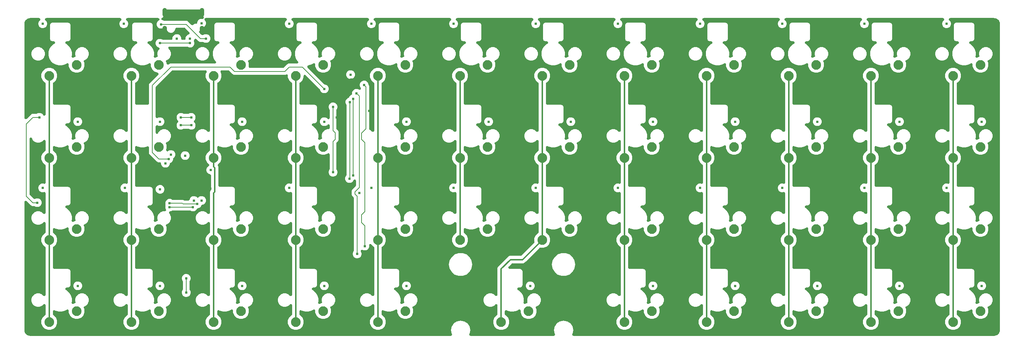
<source format=gbr>
G04 EAGLE Gerber RS-274X export*
G75*
%MOMM*%
%FSLAX34Y34*%
%LPD*%
%INTop Copper*%
%IPPOS*%
%AMOC8*
5,1,8,0,0,1.08239X$1,22.5*%
G01*
%ADD10C,2.247900*%
%ADD11C,1.000000*%
%ADD12C,4.500000*%
%ADD13C,0.610000*%
%ADD14C,0.152400*%
%ADD15C,0.300000*%

G36*
X1096106Y107525D02*
X1096106Y107525D01*
X1096354Y107545D01*
X1096356Y107545D01*
X1096358Y107546D01*
X1096594Y107605D01*
X1096828Y107663D01*
X1096830Y107664D01*
X1096833Y107664D01*
X1097058Y107762D01*
X1097278Y107857D01*
X1097280Y107858D01*
X1097282Y107859D01*
X1097477Y107984D01*
X1097690Y108121D01*
X1097692Y108122D01*
X1097694Y108124D01*
X1097863Y108277D01*
X1098053Y108449D01*
X1098055Y108450D01*
X1098057Y108452D01*
X1098207Y108640D01*
X1098359Y108831D01*
X1098360Y108833D01*
X1098361Y108835D01*
X1098480Y109048D01*
X1098598Y109258D01*
X1098599Y109260D01*
X1098600Y109262D01*
X1098678Y109479D01*
X1098764Y109718D01*
X1098765Y109721D01*
X1098766Y109723D01*
X1098810Y109964D01*
X1098854Y110200D01*
X1098854Y110202D01*
X1098854Y110204D01*
X1098859Y110435D01*
X1098864Y110689D01*
X1098863Y110691D01*
X1098864Y110693D01*
X1098830Y110921D01*
X1098794Y111173D01*
X1098793Y111175D01*
X1098793Y111178D01*
X1098717Y111417D01*
X1098646Y111640D01*
X1098645Y111642D01*
X1098645Y111644D01*
X1098423Y112080D01*
X1098386Y112130D01*
X1098373Y112155D01*
X1096683Y120650D01*
X1098372Y129141D01*
X1100836Y132829D01*
X1103181Y136339D01*
X1110379Y141148D01*
X1118870Y142837D01*
X1127361Y141148D01*
X1134559Y136339D01*
X1139368Y129141D01*
X1141057Y120650D01*
X1139367Y112156D01*
X1139260Y111963D01*
X1139140Y111748D01*
X1139139Y111746D01*
X1139138Y111744D01*
X1139058Y111519D01*
X1138974Y111287D01*
X1138974Y111285D01*
X1138973Y111283D01*
X1138930Y111047D01*
X1138886Y110806D01*
X1138886Y110804D01*
X1138885Y110801D01*
X1138881Y110558D01*
X1138876Y110317D01*
X1138877Y110314D01*
X1138877Y110312D01*
X1138912Y110072D01*
X1138947Y109832D01*
X1138948Y109830D01*
X1138948Y109828D01*
X1139023Y109594D01*
X1139095Y109366D01*
X1139096Y109364D01*
X1139097Y109362D01*
X1139206Y109148D01*
X1139317Y108930D01*
X1139319Y108928D01*
X1139320Y108926D01*
X1139464Y108731D01*
X1139608Y108536D01*
X1139609Y108534D01*
X1139611Y108532D01*
X1139787Y108361D01*
X1139958Y108194D01*
X1139960Y108193D01*
X1139962Y108191D01*
X1140163Y108051D01*
X1140359Y107914D01*
X1140361Y107913D01*
X1140363Y107912D01*
X1140574Y107811D01*
X1140801Y107703D01*
X1140803Y107702D01*
X1140805Y107701D01*
X1141033Y107635D01*
X1141271Y107566D01*
X1141273Y107566D01*
X1141275Y107565D01*
X1141761Y107508D01*
X1141823Y107510D01*
X1141870Y107506D01*
X1334630Y107506D01*
X1334866Y107525D01*
X1335114Y107545D01*
X1335116Y107545D01*
X1335118Y107546D01*
X1335354Y107605D01*
X1335588Y107663D01*
X1335590Y107664D01*
X1335593Y107664D01*
X1335818Y107762D01*
X1336038Y107857D01*
X1336040Y107858D01*
X1336042Y107859D01*
X1336237Y107984D01*
X1336450Y108121D01*
X1336452Y108122D01*
X1336454Y108124D01*
X1336623Y108277D01*
X1336813Y108449D01*
X1336815Y108450D01*
X1336817Y108452D01*
X1336967Y108640D01*
X1337119Y108831D01*
X1337120Y108833D01*
X1337121Y108835D01*
X1337240Y109048D01*
X1337358Y109258D01*
X1337359Y109260D01*
X1337360Y109262D01*
X1337438Y109479D01*
X1337524Y109718D01*
X1337525Y109721D01*
X1337526Y109723D01*
X1337570Y109964D01*
X1337614Y110200D01*
X1337614Y110202D01*
X1337614Y110204D01*
X1337619Y110435D01*
X1337624Y110689D01*
X1337623Y110691D01*
X1337624Y110693D01*
X1337590Y110921D01*
X1337554Y111173D01*
X1337553Y111175D01*
X1337553Y111178D01*
X1337477Y111417D01*
X1337406Y111640D01*
X1337405Y111642D01*
X1337405Y111644D01*
X1337183Y112080D01*
X1337146Y112130D01*
X1337133Y112155D01*
X1335443Y120650D01*
X1337132Y129141D01*
X1339596Y132829D01*
X1341941Y136339D01*
X1349139Y141148D01*
X1357630Y142837D01*
X1366121Y141148D01*
X1373319Y136339D01*
X1378128Y129141D01*
X1379817Y120650D01*
X1378127Y112156D01*
X1378020Y111963D01*
X1377900Y111748D01*
X1377899Y111746D01*
X1377898Y111744D01*
X1377818Y111519D01*
X1377734Y111287D01*
X1377734Y111285D01*
X1377733Y111283D01*
X1377690Y111047D01*
X1377646Y110806D01*
X1377646Y110804D01*
X1377645Y110801D01*
X1377641Y110558D01*
X1377636Y110317D01*
X1377637Y110314D01*
X1377637Y110312D01*
X1377672Y110072D01*
X1377707Y109832D01*
X1377708Y109830D01*
X1377708Y109828D01*
X1377783Y109594D01*
X1377855Y109366D01*
X1377856Y109364D01*
X1377857Y109362D01*
X1377966Y109148D01*
X1378077Y108930D01*
X1378079Y108928D01*
X1378080Y108926D01*
X1378224Y108731D01*
X1378368Y108536D01*
X1378369Y108534D01*
X1378371Y108532D01*
X1378547Y108361D01*
X1378718Y108194D01*
X1378720Y108193D01*
X1378722Y108191D01*
X1378923Y108051D01*
X1379119Y107914D01*
X1379121Y107913D01*
X1379123Y107912D01*
X1379334Y107811D01*
X1379561Y107703D01*
X1379563Y107702D01*
X1379565Y107701D01*
X1379793Y107635D01*
X1380031Y107566D01*
X1380033Y107566D01*
X1380035Y107565D01*
X1380521Y107508D01*
X1380583Y107510D01*
X1380630Y107506D01*
X2356000Y107506D01*
X2356139Y107517D01*
X2356235Y107515D01*
X2357799Y107638D01*
X2357850Y107646D01*
X2357902Y107648D01*
X2358024Y107674D01*
X2358282Y107716D01*
X2358402Y107756D01*
X2358490Y107776D01*
X2361464Y108742D01*
X2361621Y108807D01*
X2361781Y108865D01*
X2361836Y108897D01*
X2361916Y108931D01*
X2362222Y109122D01*
X2362301Y109168D01*
X2364830Y111006D01*
X2364959Y111117D01*
X2365093Y111221D01*
X2365136Y111269D01*
X2365202Y111325D01*
X2365434Y111602D01*
X2365494Y111670D01*
X2367332Y114199D01*
X2367420Y114344D01*
X2367516Y114485D01*
X2367542Y114544D01*
X2367586Y114618D01*
X2367721Y114952D01*
X2367758Y115036D01*
X2368724Y118010D01*
X2368736Y118060D01*
X2368755Y118109D01*
X2368777Y118232D01*
X2368837Y118486D01*
X2368846Y118613D01*
X2368862Y118701D01*
X2368985Y120265D01*
X2368985Y120404D01*
X2368994Y120500D01*
X2368994Y832000D01*
X2368983Y832139D01*
X2368985Y832235D01*
X2368862Y833799D01*
X2368854Y833850D01*
X2368852Y833902D01*
X2368826Y834024D01*
X2368784Y834282D01*
X2368744Y834402D01*
X2368724Y834490D01*
X2367758Y837464D01*
X2367693Y837621D01*
X2367635Y837781D01*
X2367603Y837836D01*
X2367569Y837916D01*
X2367378Y838222D01*
X2367332Y838301D01*
X2365494Y840830D01*
X2365383Y840959D01*
X2365279Y841093D01*
X2365231Y841136D01*
X2365175Y841202D01*
X2364898Y841434D01*
X2364830Y841494D01*
X2362301Y843332D01*
X2362156Y843420D01*
X2362015Y843516D01*
X2361956Y843542D01*
X2361882Y843586D01*
X2361548Y843721D01*
X2361464Y843758D01*
X2358490Y844724D01*
X2358440Y844736D01*
X2358391Y844755D01*
X2358268Y844777D01*
X2358014Y844837D01*
X2357887Y844846D01*
X2357799Y844862D01*
X2356235Y844985D01*
X2356096Y844985D01*
X2356000Y844994D01*
X2253670Y844994D01*
X2253623Y844990D01*
X2253576Y844993D01*
X2253379Y844970D01*
X2253183Y844954D01*
X2253137Y844943D01*
X2253090Y844938D01*
X2252899Y844884D01*
X2252708Y844836D01*
X2252665Y844817D01*
X2252619Y844804D01*
X2252440Y844720D01*
X2252259Y844641D01*
X2252219Y844616D01*
X2252176Y844596D01*
X2252013Y844483D01*
X2251847Y844376D01*
X2251812Y844345D01*
X2251773Y844318D01*
X2251630Y844180D01*
X2251484Y844048D01*
X2251455Y844011D01*
X2251421Y843978D01*
X2251303Y843820D01*
X2251179Y843665D01*
X2251156Y843624D01*
X2251128Y843586D01*
X2251037Y843411D01*
X2250941Y843238D01*
X2250925Y843193D01*
X2250903Y843151D01*
X2250842Y842963D01*
X2250775Y842777D01*
X2250766Y842731D01*
X2250752Y842686D01*
X2250722Y842491D01*
X2250686Y842296D01*
X2250685Y842249D01*
X2250678Y842202D01*
X2250681Y842004D01*
X2250677Y841807D01*
X2250684Y841760D01*
X2250684Y841713D01*
X2250719Y841518D01*
X2250748Y841322D01*
X2250762Y841277D01*
X2250770Y841231D01*
X2250836Y841044D01*
X2250896Y840856D01*
X2250917Y840814D01*
X2250933Y840769D01*
X2251028Y840596D01*
X2251118Y840420D01*
X2251146Y840382D01*
X2251169Y840340D01*
X2251247Y840245D01*
X2251408Y840026D01*
X2251495Y839941D01*
X2251550Y839874D01*
X2253881Y837543D01*
X2255411Y833849D01*
X2255411Y829851D01*
X2253881Y826157D01*
X2251053Y823329D01*
X2247359Y821799D01*
X2243361Y821799D01*
X2239667Y823329D01*
X2236839Y826157D01*
X2235309Y829851D01*
X2235309Y833849D01*
X2236839Y837543D01*
X2239170Y839874D01*
X2239201Y839910D01*
X2239236Y839942D01*
X2239359Y840096D01*
X2239487Y840247D01*
X2239511Y840288D01*
X2239541Y840325D01*
X2239637Y840498D01*
X2239739Y840667D01*
X2239756Y840711D01*
X2239779Y840752D01*
X2239846Y840939D01*
X2239919Y841122D01*
X2239929Y841168D01*
X2239945Y841213D01*
X2239981Y841407D01*
X2240023Y841600D01*
X2240025Y841648D01*
X2240034Y841694D01*
X2240037Y841891D01*
X2240047Y842089D01*
X2240042Y842136D01*
X2240043Y842183D01*
X2240014Y842379D01*
X2239992Y842576D01*
X2239979Y842621D01*
X2239972Y842668D01*
X2239912Y842856D01*
X2239859Y843046D01*
X2239838Y843089D01*
X2239824Y843134D01*
X2239734Y843310D01*
X2239650Y843489D01*
X2239623Y843528D01*
X2239602Y843570D01*
X2239484Y843730D01*
X2239372Y843892D01*
X2239340Y843926D01*
X2239312Y843964D01*
X2239170Y844102D01*
X2239033Y844245D01*
X2238995Y844273D01*
X2238961Y844306D01*
X2238799Y844419D01*
X2238641Y844537D01*
X2238599Y844559D01*
X2238560Y844586D01*
X2238381Y844672D01*
X2238206Y844762D01*
X2238161Y844777D01*
X2238118Y844797D01*
X2237929Y844852D01*
X2237741Y844914D01*
X2237694Y844921D01*
X2237648Y844934D01*
X2237526Y844946D01*
X2237257Y844987D01*
X2237136Y844986D01*
X2237050Y844994D01*
X2063170Y844994D01*
X2063123Y844990D01*
X2063076Y844993D01*
X2062879Y844970D01*
X2062683Y844954D01*
X2062637Y844943D01*
X2062590Y844938D01*
X2062399Y844884D01*
X2062208Y844836D01*
X2062165Y844817D01*
X2062119Y844804D01*
X2061940Y844720D01*
X2061759Y844641D01*
X2061719Y844616D01*
X2061676Y844596D01*
X2061513Y844483D01*
X2061347Y844376D01*
X2061312Y844345D01*
X2061273Y844318D01*
X2061130Y844180D01*
X2060984Y844048D01*
X2060955Y844011D01*
X2060921Y843978D01*
X2060803Y843820D01*
X2060679Y843665D01*
X2060656Y843624D01*
X2060628Y843586D01*
X2060537Y843411D01*
X2060441Y843238D01*
X2060425Y843193D01*
X2060403Y843151D01*
X2060342Y842963D01*
X2060275Y842777D01*
X2060266Y842731D01*
X2060252Y842686D01*
X2060222Y842491D01*
X2060186Y842296D01*
X2060185Y842249D01*
X2060178Y842202D01*
X2060181Y842004D01*
X2060177Y841807D01*
X2060184Y841760D01*
X2060184Y841713D01*
X2060219Y841518D01*
X2060248Y841322D01*
X2060262Y841277D01*
X2060270Y841231D01*
X2060336Y841044D01*
X2060396Y840856D01*
X2060417Y840814D01*
X2060433Y840769D01*
X2060528Y840596D01*
X2060618Y840420D01*
X2060646Y840382D01*
X2060669Y840340D01*
X2060747Y840245D01*
X2060908Y840026D01*
X2060995Y839941D01*
X2061050Y839874D01*
X2063381Y837543D01*
X2064911Y833849D01*
X2064911Y829851D01*
X2063381Y826157D01*
X2060553Y823329D01*
X2056859Y821799D01*
X2052861Y821799D01*
X2049167Y823329D01*
X2046339Y826157D01*
X2044809Y829851D01*
X2044809Y833849D01*
X2046339Y837543D01*
X2048670Y839874D01*
X2048701Y839910D01*
X2048736Y839942D01*
X2048859Y840096D01*
X2048987Y840247D01*
X2049011Y840288D01*
X2049041Y840325D01*
X2049137Y840498D01*
X2049239Y840667D01*
X2049256Y840711D01*
X2049279Y840752D01*
X2049346Y840939D01*
X2049419Y841122D01*
X2049429Y841168D01*
X2049445Y841213D01*
X2049481Y841407D01*
X2049523Y841600D01*
X2049525Y841648D01*
X2049534Y841694D01*
X2049537Y841891D01*
X2049547Y842089D01*
X2049542Y842136D01*
X2049543Y842183D01*
X2049514Y842379D01*
X2049492Y842576D01*
X2049479Y842621D01*
X2049472Y842668D01*
X2049412Y842856D01*
X2049359Y843046D01*
X2049338Y843089D01*
X2049324Y843134D01*
X2049234Y843310D01*
X2049150Y843489D01*
X2049123Y843528D01*
X2049102Y843570D01*
X2048984Y843730D01*
X2048872Y843892D01*
X2048840Y843926D01*
X2048812Y843964D01*
X2048670Y844102D01*
X2048533Y844245D01*
X2048495Y844273D01*
X2048461Y844306D01*
X2048299Y844419D01*
X2048141Y844537D01*
X2048099Y844559D01*
X2048060Y844586D01*
X2047881Y844672D01*
X2047706Y844762D01*
X2047661Y844777D01*
X2047618Y844797D01*
X2047429Y844852D01*
X2047241Y844914D01*
X2047194Y844921D01*
X2047148Y844934D01*
X2047026Y844946D01*
X2046757Y844987D01*
X2046636Y844986D01*
X2046550Y844994D01*
X1872670Y844994D01*
X1872623Y844990D01*
X1872576Y844993D01*
X1872379Y844970D01*
X1872183Y844954D01*
X1872137Y844943D01*
X1872090Y844938D01*
X1871899Y844884D01*
X1871708Y844836D01*
X1871665Y844817D01*
X1871619Y844804D01*
X1871440Y844720D01*
X1871259Y844641D01*
X1871219Y844616D01*
X1871176Y844596D01*
X1871013Y844483D01*
X1870847Y844376D01*
X1870812Y844345D01*
X1870773Y844318D01*
X1870630Y844180D01*
X1870484Y844048D01*
X1870455Y844011D01*
X1870421Y843978D01*
X1870303Y843820D01*
X1870179Y843665D01*
X1870156Y843624D01*
X1870128Y843586D01*
X1870037Y843411D01*
X1869941Y843238D01*
X1869925Y843193D01*
X1869903Y843151D01*
X1869842Y842963D01*
X1869775Y842777D01*
X1869766Y842731D01*
X1869752Y842686D01*
X1869722Y842491D01*
X1869686Y842296D01*
X1869685Y842249D01*
X1869678Y842202D01*
X1869681Y842004D01*
X1869677Y841807D01*
X1869684Y841760D01*
X1869684Y841713D01*
X1869719Y841518D01*
X1869748Y841322D01*
X1869762Y841277D01*
X1869770Y841231D01*
X1869836Y841044D01*
X1869896Y840856D01*
X1869917Y840814D01*
X1869933Y840769D01*
X1870028Y840596D01*
X1870118Y840420D01*
X1870146Y840382D01*
X1870169Y840340D01*
X1870247Y840245D01*
X1870408Y840026D01*
X1870495Y839941D01*
X1870550Y839874D01*
X1872881Y837543D01*
X1874411Y833849D01*
X1874411Y829851D01*
X1872881Y826157D01*
X1870053Y823329D01*
X1866359Y821799D01*
X1862361Y821799D01*
X1858667Y823329D01*
X1855839Y826157D01*
X1854309Y829851D01*
X1854309Y833849D01*
X1855839Y837543D01*
X1858170Y839874D01*
X1858201Y839910D01*
X1858236Y839942D01*
X1858359Y840096D01*
X1858487Y840247D01*
X1858511Y840288D01*
X1858541Y840325D01*
X1858637Y840498D01*
X1858739Y840667D01*
X1858756Y840711D01*
X1858779Y840752D01*
X1858846Y840939D01*
X1858919Y841122D01*
X1858929Y841168D01*
X1858945Y841213D01*
X1858981Y841407D01*
X1859023Y841600D01*
X1859025Y841648D01*
X1859034Y841694D01*
X1859037Y841891D01*
X1859047Y842089D01*
X1859042Y842136D01*
X1859043Y842183D01*
X1859014Y842379D01*
X1858992Y842576D01*
X1858979Y842621D01*
X1858972Y842668D01*
X1858912Y842856D01*
X1858859Y843046D01*
X1858838Y843089D01*
X1858824Y843134D01*
X1858734Y843310D01*
X1858650Y843489D01*
X1858623Y843528D01*
X1858602Y843570D01*
X1858484Y843730D01*
X1858372Y843892D01*
X1858340Y843926D01*
X1858312Y843964D01*
X1858170Y844102D01*
X1858033Y844245D01*
X1857995Y844273D01*
X1857961Y844306D01*
X1857799Y844419D01*
X1857641Y844537D01*
X1857599Y844559D01*
X1857560Y844586D01*
X1857381Y844672D01*
X1857206Y844762D01*
X1857161Y844777D01*
X1857118Y844797D01*
X1856929Y844852D01*
X1856741Y844914D01*
X1856694Y844921D01*
X1856648Y844934D01*
X1856526Y844946D01*
X1856257Y844987D01*
X1856136Y844986D01*
X1856050Y844994D01*
X1682170Y844994D01*
X1682123Y844990D01*
X1682076Y844993D01*
X1681879Y844970D01*
X1681683Y844954D01*
X1681637Y844943D01*
X1681590Y844938D01*
X1681399Y844884D01*
X1681208Y844836D01*
X1681165Y844817D01*
X1681119Y844804D01*
X1680940Y844720D01*
X1680759Y844641D01*
X1680719Y844616D01*
X1680676Y844596D01*
X1680513Y844483D01*
X1680347Y844376D01*
X1680312Y844345D01*
X1680273Y844318D01*
X1680130Y844180D01*
X1679984Y844048D01*
X1679955Y844011D01*
X1679921Y843978D01*
X1679803Y843820D01*
X1679679Y843665D01*
X1679656Y843624D01*
X1679628Y843586D01*
X1679537Y843411D01*
X1679441Y843238D01*
X1679425Y843193D01*
X1679403Y843151D01*
X1679342Y842963D01*
X1679275Y842777D01*
X1679266Y842731D01*
X1679252Y842686D01*
X1679222Y842491D01*
X1679186Y842296D01*
X1679185Y842249D01*
X1679178Y842202D01*
X1679181Y842004D01*
X1679177Y841807D01*
X1679184Y841760D01*
X1679184Y841713D01*
X1679219Y841518D01*
X1679248Y841322D01*
X1679262Y841277D01*
X1679270Y841231D01*
X1679336Y841044D01*
X1679396Y840856D01*
X1679417Y840814D01*
X1679433Y840769D01*
X1679528Y840596D01*
X1679618Y840420D01*
X1679646Y840382D01*
X1679669Y840340D01*
X1679747Y840245D01*
X1679908Y840026D01*
X1679995Y839941D01*
X1680050Y839874D01*
X1682381Y837543D01*
X1683911Y833849D01*
X1683911Y829851D01*
X1682381Y826157D01*
X1679553Y823329D01*
X1675859Y821799D01*
X1671861Y821799D01*
X1668167Y823329D01*
X1665339Y826157D01*
X1663809Y829851D01*
X1663809Y833849D01*
X1665339Y837543D01*
X1667670Y839874D01*
X1667701Y839910D01*
X1667736Y839942D01*
X1667859Y840096D01*
X1667987Y840247D01*
X1668011Y840288D01*
X1668041Y840325D01*
X1668137Y840498D01*
X1668239Y840667D01*
X1668256Y840711D01*
X1668279Y840752D01*
X1668346Y840939D01*
X1668419Y841122D01*
X1668429Y841168D01*
X1668445Y841213D01*
X1668481Y841407D01*
X1668523Y841600D01*
X1668525Y841648D01*
X1668534Y841694D01*
X1668537Y841891D01*
X1668547Y842089D01*
X1668542Y842136D01*
X1668543Y842183D01*
X1668514Y842379D01*
X1668492Y842576D01*
X1668479Y842621D01*
X1668472Y842668D01*
X1668412Y842856D01*
X1668359Y843046D01*
X1668338Y843089D01*
X1668324Y843134D01*
X1668234Y843310D01*
X1668150Y843489D01*
X1668123Y843528D01*
X1668102Y843570D01*
X1667984Y843730D01*
X1667872Y843892D01*
X1667840Y843926D01*
X1667812Y843964D01*
X1667670Y844102D01*
X1667533Y844245D01*
X1667495Y844273D01*
X1667461Y844306D01*
X1667299Y844419D01*
X1667141Y844537D01*
X1667099Y844559D01*
X1667060Y844586D01*
X1666881Y844672D01*
X1666706Y844762D01*
X1666661Y844777D01*
X1666618Y844797D01*
X1666429Y844852D01*
X1666241Y844914D01*
X1666194Y844921D01*
X1666148Y844934D01*
X1666026Y844946D01*
X1665757Y844987D01*
X1665636Y844986D01*
X1665550Y844994D01*
X1491670Y844994D01*
X1491623Y844990D01*
X1491576Y844993D01*
X1491379Y844970D01*
X1491183Y844954D01*
X1491137Y844943D01*
X1491090Y844938D01*
X1490899Y844884D01*
X1490708Y844836D01*
X1490665Y844817D01*
X1490619Y844804D01*
X1490440Y844720D01*
X1490259Y844641D01*
X1490219Y844616D01*
X1490176Y844596D01*
X1490013Y844483D01*
X1489847Y844376D01*
X1489812Y844345D01*
X1489773Y844318D01*
X1489630Y844180D01*
X1489484Y844048D01*
X1489455Y844011D01*
X1489421Y843978D01*
X1489303Y843820D01*
X1489179Y843665D01*
X1489156Y843624D01*
X1489128Y843586D01*
X1489037Y843411D01*
X1488941Y843238D01*
X1488925Y843193D01*
X1488903Y843151D01*
X1488842Y842963D01*
X1488775Y842777D01*
X1488766Y842731D01*
X1488752Y842686D01*
X1488722Y842491D01*
X1488686Y842296D01*
X1488685Y842249D01*
X1488678Y842202D01*
X1488681Y842004D01*
X1488677Y841807D01*
X1488684Y841760D01*
X1488684Y841713D01*
X1488719Y841518D01*
X1488748Y841322D01*
X1488762Y841277D01*
X1488770Y841231D01*
X1488836Y841044D01*
X1488896Y840856D01*
X1488917Y840814D01*
X1488933Y840769D01*
X1489028Y840596D01*
X1489118Y840420D01*
X1489146Y840382D01*
X1489169Y840340D01*
X1489247Y840245D01*
X1489408Y840026D01*
X1489495Y839941D01*
X1489550Y839874D01*
X1491881Y837543D01*
X1493411Y833849D01*
X1493411Y829851D01*
X1491881Y826157D01*
X1489053Y823329D01*
X1485359Y821799D01*
X1481361Y821799D01*
X1477667Y823329D01*
X1474839Y826157D01*
X1473309Y829851D01*
X1473309Y833849D01*
X1474839Y837543D01*
X1477170Y839874D01*
X1477201Y839910D01*
X1477236Y839942D01*
X1477359Y840096D01*
X1477487Y840247D01*
X1477511Y840288D01*
X1477541Y840325D01*
X1477637Y840498D01*
X1477739Y840667D01*
X1477756Y840711D01*
X1477779Y840752D01*
X1477846Y840939D01*
X1477919Y841122D01*
X1477929Y841168D01*
X1477945Y841213D01*
X1477981Y841407D01*
X1478023Y841600D01*
X1478025Y841648D01*
X1478034Y841694D01*
X1478037Y841891D01*
X1478047Y842089D01*
X1478042Y842136D01*
X1478043Y842183D01*
X1478014Y842379D01*
X1477992Y842576D01*
X1477979Y842621D01*
X1477972Y842668D01*
X1477912Y842856D01*
X1477859Y843046D01*
X1477838Y843089D01*
X1477824Y843134D01*
X1477734Y843310D01*
X1477650Y843489D01*
X1477623Y843528D01*
X1477602Y843570D01*
X1477484Y843730D01*
X1477372Y843892D01*
X1477340Y843926D01*
X1477312Y843964D01*
X1477170Y844102D01*
X1477033Y844245D01*
X1476995Y844273D01*
X1476961Y844306D01*
X1476799Y844419D01*
X1476641Y844537D01*
X1476599Y844559D01*
X1476560Y844586D01*
X1476381Y844672D01*
X1476206Y844762D01*
X1476161Y844777D01*
X1476118Y844797D01*
X1475929Y844852D01*
X1475741Y844914D01*
X1475694Y844921D01*
X1475648Y844934D01*
X1475526Y844946D01*
X1475257Y844987D01*
X1475136Y844986D01*
X1475050Y844994D01*
X1301170Y844994D01*
X1301123Y844990D01*
X1301076Y844993D01*
X1300879Y844970D01*
X1300683Y844954D01*
X1300637Y844943D01*
X1300590Y844938D01*
X1300399Y844884D01*
X1300208Y844836D01*
X1300165Y844817D01*
X1300119Y844804D01*
X1299940Y844720D01*
X1299759Y844641D01*
X1299719Y844616D01*
X1299676Y844596D01*
X1299513Y844483D01*
X1299347Y844376D01*
X1299312Y844345D01*
X1299273Y844318D01*
X1299130Y844180D01*
X1298984Y844048D01*
X1298955Y844011D01*
X1298921Y843978D01*
X1298803Y843820D01*
X1298679Y843665D01*
X1298656Y843624D01*
X1298628Y843586D01*
X1298537Y843411D01*
X1298441Y843238D01*
X1298425Y843193D01*
X1298403Y843151D01*
X1298342Y842963D01*
X1298275Y842777D01*
X1298266Y842731D01*
X1298252Y842686D01*
X1298222Y842491D01*
X1298186Y842296D01*
X1298185Y842249D01*
X1298178Y842202D01*
X1298181Y842004D01*
X1298177Y841807D01*
X1298184Y841760D01*
X1298184Y841713D01*
X1298219Y841518D01*
X1298248Y841322D01*
X1298262Y841277D01*
X1298270Y841231D01*
X1298336Y841044D01*
X1298396Y840856D01*
X1298417Y840814D01*
X1298433Y840769D01*
X1298528Y840596D01*
X1298618Y840420D01*
X1298646Y840382D01*
X1298669Y840340D01*
X1298747Y840245D01*
X1298908Y840026D01*
X1298995Y839941D01*
X1299050Y839874D01*
X1301381Y837543D01*
X1302911Y833849D01*
X1302911Y829851D01*
X1301381Y826157D01*
X1298553Y823329D01*
X1294859Y821799D01*
X1290861Y821799D01*
X1287167Y823329D01*
X1284339Y826157D01*
X1282809Y829851D01*
X1282809Y833849D01*
X1284339Y837543D01*
X1286670Y839874D01*
X1286701Y839910D01*
X1286736Y839942D01*
X1286859Y840096D01*
X1286987Y840247D01*
X1287011Y840288D01*
X1287041Y840325D01*
X1287137Y840498D01*
X1287239Y840667D01*
X1287256Y840711D01*
X1287279Y840752D01*
X1287346Y840939D01*
X1287419Y841122D01*
X1287429Y841168D01*
X1287445Y841213D01*
X1287481Y841407D01*
X1287523Y841600D01*
X1287525Y841648D01*
X1287534Y841694D01*
X1287537Y841891D01*
X1287547Y842089D01*
X1287542Y842136D01*
X1287543Y842183D01*
X1287514Y842379D01*
X1287492Y842576D01*
X1287479Y842621D01*
X1287472Y842668D01*
X1287412Y842856D01*
X1287359Y843046D01*
X1287338Y843089D01*
X1287324Y843134D01*
X1287234Y843310D01*
X1287150Y843489D01*
X1287123Y843528D01*
X1287102Y843570D01*
X1286984Y843730D01*
X1286872Y843892D01*
X1286840Y843926D01*
X1286812Y843964D01*
X1286670Y844102D01*
X1286533Y844245D01*
X1286495Y844273D01*
X1286461Y844306D01*
X1286299Y844419D01*
X1286141Y844537D01*
X1286099Y844559D01*
X1286060Y844586D01*
X1285881Y844672D01*
X1285706Y844762D01*
X1285661Y844777D01*
X1285618Y844797D01*
X1285429Y844852D01*
X1285241Y844914D01*
X1285194Y844921D01*
X1285148Y844934D01*
X1285026Y844946D01*
X1284757Y844987D01*
X1284636Y844986D01*
X1284550Y844994D01*
X1110670Y844994D01*
X1110623Y844990D01*
X1110576Y844993D01*
X1110379Y844970D01*
X1110183Y844954D01*
X1110137Y844943D01*
X1110090Y844938D01*
X1109899Y844884D01*
X1109708Y844836D01*
X1109665Y844817D01*
X1109619Y844804D01*
X1109440Y844720D01*
X1109259Y844641D01*
X1109219Y844616D01*
X1109176Y844596D01*
X1109013Y844483D01*
X1108847Y844376D01*
X1108812Y844345D01*
X1108773Y844318D01*
X1108630Y844180D01*
X1108484Y844048D01*
X1108455Y844011D01*
X1108421Y843978D01*
X1108303Y843820D01*
X1108179Y843665D01*
X1108156Y843624D01*
X1108128Y843586D01*
X1108037Y843411D01*
X1107941Y843238D01*
X1107925Y843193D01*
X1107903Y843151D01*
X1107842Y842963D01*
X1107775Y842777D01*
X1107766Y842731D01*
X1107752Y842686D01*
X1107722Y842491D01*
X1107686Y842296D01*
X1107685Y842249D01*
X1107678Y842202D01*
X1107681Y842004D01*
X1107677Y841807D01*
X1107684Y841760D01*
X1107684Y841713D01*
X1107719Y841518D01*
X1107748Y841322D01*
X1107762Y841277D01*
X1107770Y841231D01*
X1107836Y841044D01*
X1107896Y840856D01*
X1107917Y840814D01*
X1107933Y840769D01*
X1108028Y840596D01*
X1108118Y840420D01*
X1108146Y840382D01*
X1108169Y840340D01*
X1108247Y840245D01*
X1108408Y840026D01*
X1108495Y839941D01*
X1108550Y839874D01*
X1110881Y837543D01*
X1112411Y833849D01*
X1112411Y829851D01*
X1110881Y826157D01*
X1108053Y823329D01*
X1104359Y821799D01*
X1100361Y821799D01*
X1096667Y823329D01*
X1093839Y826157D01*
X1092309Y829851D01*
X1092309Y833849D01*
X1093839Y837543D01*
X1096170Y839874D01*
X1096201Y839910D01*
X1096236Y839942D01*
X1096359Y840096D01*
X1096487Y840247D01*
X1096511Y840288D01*
X1096541Y840325D01*
X1096637Y840498D01*
X1096739Y840667D01*
X1096756Y840711D01*
X1096779Y840752D01*
X1096846Y840939D01*
X1096919Y841122D01*
X1096929Y841168D01*
X1096945Y841213D01*
X1096981Y841407D01*
X1097023Y841600D01*
X1097025Y841648D01*
X1097034Y841694D01*
X1097037Y841891D01*
X1097047Y842089D01*
X1097042Y842136D01*
X1097043Y842183D01*
X1097014Y842379D01*
X1096992Y842576D01*
X1096979Y842621D01*
X1096972Y842668D01*
X1096912Y842856D01*
X1096859Y843046D01*
X1096838Y843089D01*
X1096824Y843134D01*
X1096734Y843310D01*
X1096650Y843489D01*
X1096623Y843528D01*
X1096602Y843570D01*
X1096484Y843730D01*
X1096372Y843892D01*
X1096340Y843926D01*
X1096312Y843964D01*
X1096170Y844102D01*
X1096033Y844245D01*
X1095995Y844273D01*
X1095961Y844306D01*
X1095799Y844419D01*
X1095641Y844537D01*
X1095599Y844559D01*
X1095560Y844586D01*
X1095381Y844672D01*
X1095206Y844762D01*
X1095161Y844777D01*
X1095118Y844797D01*
X1094929Y844852D01*
X1094741Y844914D01*
X1094694Y844921D01*
X1094648Y844934D01*
X1094526Y844946D01*
X1094257Y844987D01*
X1094136Y844986D01*
X1094050Y844994D01*
X920170Y844994D01*
X920123Y844990D01*
X920076Y844993D01*
X919879Y844970D01*
X919683Y844954D01*
X919637Y844943D01*
X919590Y844938D01*
X919399Y844884D01*
X919208Y844836D01*
X919165Y844817D01*
X919119Y844804D01*
X918940Y844720D01*
X918759Y844641D01*
X918719Y844616D01*
X918676Y844596D01*
X918513Y844483D01*
X918347Y844376D01*
X918312Y844345D01*
X918273Y844318D01*
X918130Y844180D01*
X917984Y844048D01*
X917955Y844011D01*
X917921Y843978D01*
X917803Y843820D01*
X917679Y843665D01*
X917656Y843624D01*
X917628Y843586D01*
X917537Y843411D01*
X917441Y843238D01*
X917425Y843193D01*
X917403Y843151D01*
X917342Y842963D01*
X917275Y842777D01*
X917266Y842731D01*
X917252Y842686D01*
X917222Y842491D01*
X917186Y842296D01*
X917185Y842249D01*
X917178Y842202D01*
X917181Y842004D01*
X917177Y841807D01*
X917184Y841760D01*
X917184Y841713D01*
X917219Y841518D01*
X917248Y841322D01*
X917262Y841277D01*
X917270Y841231D01*
X917336Y841044D01*
X917396Y840856D01*
X917417Y840814D01*
X917433Y840769D01*
X917528Y840596D01*
X917618Y840420D01*
X917646Y840382D01*
X917669Y840340D01*
X917747Y840245D01*
X917908Y840026D01*
X917995Y839941D01*
X918050Y839874D01*
X920381Y837543D01*
X921911Y833849D01*
X921911Y829851D01*
X920381Y826157D01*
X917553Y823329D01*
X913859Y821799D01*
X909861Y821799D01*
X906167Y823329D01*
X903339Y826157D01*
X901809Y829851D01*
X901809Y833849D01*
X903339Y837543D01*
X905670Y839874D01*
X905701Y839910D01*
X905736Y839942D01*
X905859Y840096D01*
X905987Y840247D01*
X906011Y840288D01*
X906041Y840325D01*
X906137Y840498D01*
X906239Y840667D01*
X906256Y840711D01*
X906279Y840752D01*
X906346Y840939D01*
X906419Y841122D01*
X906429Y841168D01*
X906445Y841213D01*
X906481Y841407D01*
X906523Y841600D01*
X906525Y841648D01*
X906534Y841694D01*
X906537Y841891D01*
X906547Y842089D01*
X906542Y842136D01*
X906543Y842183D01*
X906514Y842379D01*
X906492Y842576D01*
X906479Y842621D01*
X906472Y842668D01*
X906412Y842856D01*
X906359Y843046D01*
X906338Y843089D01*
X906324Y843134D01*
X906234Y843310D01*
X906150Y843489D01*
X906123Y843528D01*
X906102Y843570D01*
X905984Y843730D01*
X905872Y843892D01*
X905840Y843926D01*
X905812Y843964D01*
X905670Y844102D01*
X905533Y844245D01*
X905495Y844273D01*
X905461Y844306D01*
X905299Y844419D01*
X905141Y844537D01*
X905099Y844559D01*
X905060Y844586D01*
X904881Y844672D01*
X904706Y844762D01*
X904661Y844777D01*
X904618Y844797D01*
X904429Y844852D01*
X904241Y844914D01*
X904194Y844921D01*
X904148Y844934D01*
X904026Y844946D01*
X903757Y844987D01*
X903636Y844986D01*
X903550Y844994D01*
X729670Y844994D01*
X729623Y844990D01*
X729576Y844993D01*
X729379Y844970D01*
X729183Y844954D01*
X729137Y844943D01*
X729090Y844938D01*
X728899Y844884D01*
X728708Y844836D01*
X728665Y844817D01*
X728619Y844804D01*
X728440Y844720D01*
X728259Y844641D01*
X728219Y844616D01*
X728176Y844596D01*
X728013Y844483D01*
X727847Y844376D01*
X727812Y844345D01*
X727773Y844318D01*
X727630Y844180D01*
X727484Y844048D01*
X727455Y844011D01*
X727421Y843978D01*
X727303Y843820D01*
X727179Y843665D01*
X727156Y843624D01*
X727128Y843586D01*
X727037Y843411D01*
X726941Y843238D01*
X726925Y843193D01*
X726903Y843151D01*
X726842Y842963D01*
X726775Y842777D01*
X726766Y842731D01*
X726752Y842686D01*
X726722Y842491D01*
X726686Y842296D01*
X726685Y842249D01*
X726678Y842202D01*
X726681Y842004D01*
X726677Y841807D01*
X726684Y841760D01*
X726684Y841713D01*
X726719Y841518D01*
X726748Y841322D01*
X726762Y841277D01*
X726770Y841231D01*
X726836Y841044D01*
X726896Y840856D01*
X726917Y840814D01*
X726933Y840769D01*
X727028Y840596D01*
X727118Y840420D01*
X727146Y840382D01*
X727169Y840340D01*
X727247Y840245D01*
X727408Y840026D01*
X727495Y839941D01*
X727550Y839874D01*
X729881Y837543D01*
X731411Y833849D01*
X731411Y829851D01*
X729881Y826157D01*
X727053Y823329D01*
X723359Y821799D01*
X719361Y821799D01*
X715667Y823329D01*
X712839Y826157D01*
X711309Y829851D01*
X711309Y833849D01*
X712839Y837543D01*
X715170Y839874D01*
X715201Y839910D01*
X715236Y839942D01*
X715359Y840096D01*
X715487Y840247D01*
X715511Y840288D01*
X715541Y840325D01*
X715637Y840498D01*
X715739Y840667D01*
X715756Y840711D01*
X715779Y840752D01*
X715846Y840939D01*
X715919Y841122D01*
X715929Y841168D01*
X715945Y841213D01*
X715981Y841407D01*
X716023Y841600D01*
X716025Y841648D01*
X716034Y841694D01*
X716037Y841891D01*
X716047Y842089D01*
X716042Y842136D01*
X716043Y842183D01*
X716014Y842379D01*
X715992Y842576D01*
X715979Y842621D01*
X715972Y842668D01*
X715912Y842856D01*
X715859Y843046D01*
X715838Y843089D01*
X715824Y843134D01*
X715734Y843310D01*
X715650Y843489D01*
X715623Y843528D01*
X715602Y843570D01*
X715484Y843730D01*
X715372Y843892D01*
X715340Y843926D01*
X715312Y843964D01*
X715170Y844102D01*
X715033Y844245D01*
X714995Y844273D01*
X714961Y844306D01*
X714799Y844419D01*
X714641Y844537D01*
X714599Y844559D01*
X714560Y844586D01*
X714381Y844672D01*
X714206Y844762D01*
X714161Y844777D01*
X714118Y844797D01*
X713929Y844852D01*
X713741Y844914D01*
X713694Y844921D01*
X713648Y844934D01*
X713526Y844946D01*
X713257Y844987D01*
X713136Y844986D01*
X713050Y844994D01*
X527740Y844994D01*
X527693Y844990D01*
X527646Y844993D01*
X527449Y844970D01*
X527253Y844954D01*
X527207Y844943D01*
X527160Y844938D01*
X526970Y844884D01*
X526778Y844836D01*
X526734Y844817D01*
X526689Y844804D01*
X526510Y844720D01*
X526329Y844641D01*
X526289Y844616D01*
X526246Y844596D01*
X526083Y844483D01*
X525917Y844376D01*
X525882Y844345D01*
X525843Y844318D01*
X525700Y844180D01*
X525554Y844048D01*
X525525Y844011D01*
X525491Y843978D01*
X525372Y843820D01*
X525249Y843665D01*
X525226Y843624D01*
X525198Y843586D01*
X525107Y843411D01*
X525011Y843238D01*
X524995Y843193D01*
X524973Y843151D01*
X524912Y842963D01*
X524845Y842777D01*
X524836Y842731D01*
X524822Y842686D01*
X524792Y842491D01*
X524756Y842296D01*
X524755Y842249D01*
X524748Y842202D01*
X524751Y842004D01*
X524747Y841807D01*
X524754Y841760D01*
X524754Y841713D01*
X524789Y841518D01*
X524818Y841322D01*
X524832Y841277D01*
X524840Y841231D01*
X524906Y841044D01*
X524966Y840856D01*
X524987Y840814D01*
X525003Y840769D01*
X525098Y840596D01*
X525188Y840420D01*
X525216Y840382D01*
X525239Y840340D01*
X525317Y840245D01*
X525478Y840026D01*
X525565Y839941D01*
X525620Y839874D01*
X526681Y838813D01*
X528211Y835119D01*
X528211Y831121D01*
X526681Y827427D01*
X523853Y824599D01*
X520159Y823069D01*
X518400Y823069D01*
X518306Y823062D01*
X518212Y823063D01*
X518062Y823042D01*
X517912Y823029D01*
X517821Y823006D01*
X517727Y822993D01*
X517584Y822947D01*
X517437Y822911D01*
X517351Y822873D01*
X517261Y822845D01*
X517126Y822776D01*
X516988Y822716D01*
X516909Y822665D01*
X516825Y822622D01*
X516703Y822533D01*
X516577Y822451D01*
X516507Y822388D01*
X516431Y822332D01*
X516325Y822224D01*
X516214Y822123D01*
X516155Y822049D01*
X516089Y821982D01*
X516003Y821858D01*
X515909Y821740D01*
X515863Y821658D01*
X515809Y821580D01*
X515744Y821444D01*
X515670Y821313D01*
X515638Y821224D01*
X515598Y821139D01*
X515556Y820994D01*
X515505Y820852D01*
X515487Y820759D01*
X515461Y820669D01*
X515450Y820554D01*
X515416Y820371D01*
X515412Y820185D01*
X515401Y820070D01*
X515401Y819261D01*
X513840Y815493D01*
X513373Y815026D01*
X513312Y814955D01*
X513244Y814889D01*
X513154Y814768D01*
X513057Y814653D01*
X513008Y814572D01*
X512952Y814497D01*
X512882Y814363D01*
X512805Y814234D01*
X512770Y814146D01*
X512727Y814062D01*
X512680Y813919D01*
X512625Y813779D01*
X512605Y813686D01*
X512575Y813597D01*
X512553Y813448D01*
X512521Y813300D01*
X512516Y813206D01*
X512502Y813113D01*
X512504Y812962D01*
X512496Y812811D01*
X512507Y812718D01*
X512508Y812623D01*
X512534Y812475D01*
X512551Y812325D01*
X512577Y812234D01*
X512594Y812141D01*
X512644Y811999D01*
X512685Y811854D01*
X512725Y811769D01*
X512757Y811680D01*
X512829Y811548D01*
X512893Y811411D01*
X512947Y811334D01*
X512992Y811251D01*
X513066Y811161D01*
X513171Y811008D01*
X513300Y810875D01*
X513373Y810785D01*
X517957Y806201D01*
X518065Y806110D01*
X518166Y806011D01*
X518251Y805952D01*
X518330Y805885D01*
X518451Y805812D01*
X518567Y805731D01*
X518661Y805686D01*
X518750Y805633D01*
X518881Y805581D01*
X519009Y805520D01*
X519108Y805491D01*
X519205Y805453D01*
X519343Y805423D01*
X519479Y805383D01*
X519565Y805374D01*
X519683Y805349D01*
X519955Y805335D01*
X520078Y805323D01*
X520627Y805323D01*
X520767Y805334D01*
X520909Y805336D01*
X521011Y805354D01*
X521114Y805363D01*
X521251Y805397D01*
X521391Y805422D01*
X521488Y805456D01*
X521589Y805481D01*
X521719Y805538D01*
X521852Y805585D01*
X521943Y805635D01*
X522038Y805676D01*
X522157Y805752D01*
X522281Y805820D01*
X522348Y805875D01*
X522450Y805941D01*
X522586Y806064D01*
X526321Y807611D01*
X530319Y807611D01*
X534013Y806081D01*
X536841Y803253D01*
X538371Y799559D01*
X538371Y795561D01*
X536841Y791867D01*
X534013Y789039D01*
X530319Y787509D01*
X526321Y787509D01*
X522597Y789052D01*
X522538Y789109D01*
X522453Y789169D01*
X522374Y789235D01*
X522253Y789308D01*
X522137Y789389D01*
X522043Y789434D01*
X521954Y789487D01*
X521823Y789539D01*
X521695Y789600D01*
X521596Y789629D01*
X521499Y789667D01*
X521361Y789697D01*
X521225Y789737D01*
X521139Y789746D01*
X521021Y789771D01*
X520749Y789785D01*
X520627Y789797D01*
X514076Y789797D01*
X511223Y790979D01*
X506209Y795993D01*
X506062Y796118D01*
X505919Y796248D01*
X505875Y796276D01*
X505835Y796310D01*
X505670Y796409D01*
X505508Y796514D01*
X505460Y796535D01*
X505416Y796562D01*
X505236Y796633D01*
X505059Y796710D01*
X505009Y796723D01*
X504961Y796742D01*
X504772Y796783D01*
X504585Y796830D01*
X504533Y796835D01*
X504482Y796846D01*
X504290Y796855D01*
X504097Y796872D01*
X504045Y796868D01*
X503994Y796870D01*
X503801Y796848D01*
X503609Y796833D01*
X503559Y796821D01*
X503507Y796815D01*
X503321Y796762D01*
X503134Y796716D01*
X503086Y796696D01*
X503036Y796681D01*
X502862Y796599D01*
X502684Y796523D01*
X502640Y796495D01*
X502594Y796473D01*
X502435Y796364D01*
X502272Y796260D01*
X502233Y796225D01*
X502191Y796195D01*
X502051Y796061D01*
X501908Y795932D01*
X501875Y795892D01*
X501838Y795856D01*
X501722Y795701D01*
X501602Y795550D01*
X501580Y795510D01*
X501545Y795464D01*
X501320Y795029D01*
X501319Y795024D01*
X501317Y795020D01*
X500579Y793238D01*
X500535Y793103D01*
X500483Y792972D01*
X500460Y792871D01*
X500429Y792772D01*
X500408Y792632D01*
X500378Y792494D01*
X500372Y792390D01*
X500357Y792288D01*
X500359Y792147D01*
X500351Y792005D01*
X500363Y791902D01*
X500364Y791798D01*
X500390Y791659D01*
X500405Y791519D01*
X500430Y791436D01*
X500452Y791317D01*
X500543Y791060D01*
X500579Y790942D01*
X501541Y788619D01*
X501541Y784621D01*
X500011Y780927D01*
X497183Y778099D01*
X493489Y776569D01*
X489491Y776569D01*
X485767Y778112D01*
X485708Y778169D01*
X485623Y778228D01*
X485544Y778295D01*
X485423Y778368D01*
X485307Y778449D01*
X485213Y778494D01*
X485125Y778547D01*
X484993Y778599D01*
X484865Y778660D01*
X484766Y778689D01*
X484670Y778727D01*
X484531Y778757D01*
X484395Y778797D01*
X484309Y778806D01*
X484191Y778831D01*
X483920Y778845D01*
X483797Y778857D01*
X444118Y778857D01*
X444071Y778853D01*
X444023Y778856D01*
X443827Y778833D01*
X443630Y778817D01*
X443584Y778806D01*
X443537Y778801D01*
X443347Y778747D01*
X443155Y778699D01*
X443112Y778680D01*
X443066Y778667D01*
X442887Y778583D01*
X442706Y778504D01*
X442666Y778479D01*
X442623Y778459D01*
X442460Y778346D01*
X442294Y778239D01*
X442259Y778208D01*
X442220Y778181D01*
X442078Y778044D01*
X441931Y777911D01*
X441902Y777874D01*
X441868Y777841D01*
X441750Y777683D01*
X441626Y777528D01*
X441603Y777487D01*
X441575Y777449D01*
X441484Y777274D01*
X441388Y777101D01*
X441372Y777056D01*
X441350Y777014D01*
X441289Y776826D01*
X441222Y776640D01*
X441214Y776594D01*
X441199Y776549D01*
X441169Y776354D01*
X441134Y776159D01*
X441133Y776112D01*
X441126Y776065D01*
X441128Y775867D01*
X441124Y775670D01*
X441131Y775623D01*
X441132Y775576D01*
X441166Y775381D01*
X441195Y775185D01*
X441209Y775140D01*
X441217Y775094D01*
X441283Y774907D01*
X441343Y774719D01*
X441365Y774677D01*
X441380Y774632D01*
X441475Y774459D01*
X441565Y774283D01*
X441593Y774245D01*
X441616Y774203D01*
X441694Y774108D01*
X441856Y773889D01*
X441942Y773804D01*
X441997Y773737D01*
X444949Y770786D01*
X447310Y765085D01*
X447310Y758915D01*
X444949Y753214D01*
X440586Y748851D01*
X437538Y747589D01*
X437454Y747546D01*
X437366Y747511D01*
X437236Y747434D01*
X437102Y747365D01*
X437027Y747309D01*
X436945Y747261D01*
X436830Y747164D01*
X436709Y747074D01*
X436643Y747006D01*
X436571Y746945D01*
X436473Y746831D01*
X436368Y746723D01*
X436315Y746645D01*
X436253Y746573D01*
X436176Y746444D01*
X436090Y746320D01*
X436049Y746235D01*
X436000Y746154D01*
X435944Y746014D01*
X435880Y745878D01*
X435854Y745787D01*
X435819Y745700D01*
X435786Y745553D01*
X435745Y745408D01*
X435734Y745314D01*
X435713Y745222D01*
X435705Y745071D01*
X435688Y744922D01*
X435692Y744827D01*
X435687Y744733D01*
X435704Y744583D01*
X435711Y744433D01*
X435731Y744340D01*
X435741Y744247D01*
X435775Y744136D01*
X435813Y743954D01*
X435881Y743782D01*
X435914Y743670D01*
X437340Y740228D01*
X437340Y740039D01*
X437344Y739992D01*
X437342Y739945D01*
X437364Y739748D01*
X437380Y739551D01*
X437392Y739506D01*
X437397Y739459D01*
X437451Y739269D01*
X437499Y739077D01*
X437518Y739033D01*
X437531Y738988D01*
X437615Y738809D01*
X437693Y738627D01*
X437719Y738588D01*
X437739Y738545D01*
X437852Y738381D01*
X437958Y738216D01*
X437990Y738181D01*
X438017Y738142D01*
X438154Y737999D01*
X438286Y737853D01*
X438323Y737824D01*
X438356Y737789D01*
X438515Y737671D01*
X438669Y737548D01*
X438711Y737525D01*
X438748Y737497D01*
X438924Y737406D01*
X439097Y737310D01*
X439141Y737293D01*
X439183Y737272D01*
X439371Y737211D01*
X439557Y737144D01*
X439604Y737135D01*
X439649Y737121D01*
X439844Y737091D01*
X440039Y737055D01*
X440086Y737054D01*
X440133Y737047D01*
X440330Y737050D01*
X440528Y737046D01*
X440574Y737053D01*
X440622Y737053D01*
X440817Y737088D01*
X441012Y737116D01*
X441057Y737131D01*
X441104Y737139D01*
X441290Y737205D01*
X441479Y737265D01*
X441521Y737286D01*
X441565Y737302D01*
X441738Y737397D01*
X441915Y737487D01*
X441953Y737515D01*
X441994Y737538D01*
X442090Y737616D01*
X442309Y737777D01*
X442393Y737864D01*
X442460Y737918D01*
X442643Y738101D01*
X445496Y739283D01*
X548878Y739283D01*
X548925Y739287D01*
X548972Y739284D01*
X549169Y739307D01*
X549366Y739323D01*
X549411Y739334D01*
X549459Y739339D01*
X549649Y739393D01*
X549841Y739441D01*
X549884Y739460D01*
X549929Y739473D01*
X550108Y739557D01*
X550290Y739636D01*
X550329Y739661D01*
X550372Y739681D01*
X550536Y739794D01*
X550701Y739901D01*
X550736Y739932D01*
X550775Y739959D01*
X550918Y740097D01*
X551064Y740229D01*
X551094Y740266D01*
X551128Y740299D01*
X551246Y740457D01*
X551369Y740612D01*
X551392Y740653D01*
X551420Y740691D01*
X551511Y740866D01*
X551608Y741039D01*
X551624Y741084D01*
X551645Y741126D01*
X551706Y741314D01*
X551773Y741500D01*
X551782Y741546D01*
X551797Y741591D01*
X551826Y741786D01*
X551862Y741981D01*
X551863Y742028D01*
X551870Y742075D01*
X551868Y742273D01*
X551871Y742470D01*
X551864Y742517D01*
X551864Y742564D01*
X551829Y742759D01*
X551801Y742955D01*
X551786Y743000D01*
X551778Y743046D01*
X551712Y743233D01*
X551652Y743421D01*
X551631Y743463D01*
X551615Y743508D01*
X551520Y743681D01*
X551430Y743857D01*
X551402Y743895D01*
X551379Y743937D01*
X551301Y744032D01*
X551140Y744251D01*
X551053Y744336D01*
X550999Y744403D01*
X549943Y745459D01*
X546396Y751602D01*
X544560Y758453D01*
X544560Y765547D01*
X544831Y766558D01*
X544831Y766559D01*
X546396Y772398D01*
X549943Y778541D01*
X554959Y783557D01*
X558015Y785322D01*
X558175Y785433D01*
X558338Y785538D01*
X558376Y785571D01*
X558417Y785600D01*
X558557Y785736D01*
X558701Y785866D01*
X558733Y785905D01*
X558769Y785940D01*
X558885Y786097D01*
X559006Y786249D01*
X559031Y786293D01*
X559061Y786333D01*
X559150Y786506D01*
X559245Y786676D01*
X559262Y786724D01*
X559285Y786768D01*
X559345Y786953D01*
X559411Y787137D01*
X559420Y787186D01*
X559435Y787234D01*
X559464Y787426D01*
X559499Y787618D01*
X559500Y787668D01*
X559508Y787718D01*
X559505Y787913D01*
X559508Y788107D01*
X559501Y788157D01*
X559500Y788208D01*
X559466Y788399D01*
X559438Y788592D01*
X559423Y788640D01*
X559414Y788689D01*
X559349Y788872D01*
X559290Y789058D01*
X559267Y789103D01*
X559250Y789150D01*
X559156Y789320D01*
X559067Y789494D01*
X559037Y789535D01*
X559013Y789579D01*
X558893Y789731D01*
X558777Y789888D01*
X558741Y789923D01*
X558710Y789963D01*
X558566Y790094D01*
X558427Y790230D01*
X558386Y790259D01*
X558348Y790293D01*
X558185Y790399D01*
X558026Y790510D01*
X557980Y790532D01*
X557938Y790559D01*
X557760Y790637D01*
X557584Y790721D01*
X557536Y790735D01*
X557490Y790756D01*
X557301Y790804D01*
X557114Y790858D01*
X557070Y790862D01*
X557015Y790876D01*
X556528Y790918D01*
X556521Y790918D01*
X556515Y790918D01*
X553532Y790918D01*
X550819Y792042D01*
X548742Y794119D01*
X547618Y796832D01*
X547618Y828768D01*
X548742Y831481D01*
X550819Y833558D01*
X553532Y834682D01*
X589468Y834682D01*
X592181Y833558D01*
X594258Y831481D01*
X595382Y828768D01*
X595382Y796832D01*
X594258Y794119D01*
X592181Y792042D01*
X589468Y790918D01*
X586485Y790918D01*
X586291Y790902D01*
X586096Y790893D01*
X586047Y790882D01*
X585997Y790878D01*
X585808Y790831D01*
X585618Y790790D01*
X585571Y790772D01*
X585522Y790760D01*
X585343Y790682D01*
X585163Y790611D01*
X585119Y790585D01*
X585073Y790565D01*
X584910Y790460D01*
X584742Y790360D01*
X584704Y790328D01*
X584662Y790300D01*
X584517Y790170D01*
X584369Y790044D01*
X584336Y790006D01*
X584299Y789972D01*
X584177Y789820D01*
X584051Y789672D01*
X584025Y789629D01*
X583994Y789589D01*
X583899Y789419D01*
X583798Y789253D01*
X583780Y789206D01*
X583755Y789162D01*
X583689Y788979D01*
X583617Y788798D01*
X583606Y788749D01*
X583589Y788701D01*
X583554Y788510D01*
X583513Y788320D01*
X583510Y788270D01*
X583501Y788220D01*
X583497Y788025D01*
X583487Y787831D01*
X583493Y787781D01*
X583492Y787731D01*
X583520Y787538D01*
X583541Y787345D01*
X583555Y787296D01*
X583562Y787246D01*
X583621Y787060D01*
X583674Y786873D01*
X583695Y786828D01*
X583710Y786780D01*
X583799Y786606D01*
X583881Y786430D01*
X583910Y786389D01*
X583933Y786344D01*
X584048Y786187D01*
X584158Y786027D01*
X584193Y785990D01*
X584223Y785950D01*
X584362Y785813D01*
X584497Y785673D01*
X584532Y785648D01*
X584573Y785608D01*
X584974Y785328D01*
X584981Y785325D01*
X584985Y785322D01*
X588041Y783557D01*
X593057Y778541D01*
X596604Y772398D01*
X598440Y765547D01*
X598440Y758453D01*
X597985Y756754D01*
X597967Y756660D01*
X597941Y756568D01*
X597923Y756419D01*
X597897Y756273D01*
X597895Y756177D01*
X597884Y756082D01*
X597891Y755933D01*
X597889Y755784D01*
X597903Y755689D01*
X597907Y755593D01*
X597938Y755447D01*
X597960Y755299D01*
X597989Y755208D01*
X598009Y755114D01*
X598064Y754975D01*
X598109Y754833D01*
X598153Y754748D01*
X598188Y754659D01*
X598265Y754530D01*
X598333Y754398D01*
X598390Y754321D01*
X598439Y754238D01*
X598535Y754124D01*
X598623Y754004D01*
X598692Y753937D01*
X598754Y753864D01*
X598868Y753767D01*
X598975Y753663D01*
X599053Y753609D01*
X599126Y753546D01*
X599254Y753469D01*
X599377Y753384D01*
X599463Y753343D01*
X599545Y753293D01*
X599684Y753238D01*
X599818Y753174D01*
X599911Y753147D01*
X600000Y753111D01*
X600145Y753079D01*
X600289Y753038D01*
X600384Y753027D01*
X600478Y753006D01*
X600627Y752998D01*
X600775Y752981D01*
X600871Y752985D01*
X600966Y752980D01*
X601115Y752996D01*
X601264Y753003D01*
X601358Y753023D01*
X601453Y753034D01*
X601563Y753067D01*
X601742Y753105D01*
X601917Y753174D01*
X602029Y753207D01*
X605340Y754579D01*
X605424Y754622D01*
X605512Y754656D01*
X605641Y754733D01*
X605775Y754802D01*
X605851Y754858D01*
X605932Y754907D01*
X606048Y755004D01*
X606169Y755094D01*
X606234Y755161D01*
X606307Y755222D01*
X606405Y755337D01*
X606509Y755445D01*
X606563Y755522D01*
X606624Y755594D01*
X606702Y755723D01*
X606788Y755847D01*
X606829Y755933D01*
X606877Y756013D01*
X606933Y756153D01*
X606998Y756289D01*
X607024Y756380D01*
X607059Y756468D01*
X607091Y756615D01*
X607133Y756760D01*
X607144Y756854D01*
X607164Y756946D01*
X607172Y757096D01*
X607190Y757246D01*
X607185Y757340D01*
X607190Y757434D01*
X607174Y757584D01*
X607167Y757735D01*
X607147Y757827D01*
X607137Y757921D01*
X607103Y758032D01*
X607064Y758213D01*
X606997Y758386D01*
X606963Y758497D01*
X606790Y758915D01*
X606790Y765085D01*
X609151Y770786D01*
X613514Y775149D01*
X619215Y777510D01*
X625385Y777510D01*
X631086Y775149D01*
X635449Y770786D01*
X637810Y765085D01*
X637810Y758915D01*
X635449Y753214D01*
X631086Y748851D01*
X628038Y747589D01*
X627954Y747546D01*
X627866Y747511D01*
X627736Y747434D01*
X627602Y747365D01*
X627527Y747309D01*
X627445Y747261D01*
X627330Y747164D01*
X627209Y747074D01*
X627143Y747006D01*
X627071Y746945D01*
X626973Y746831D01*
X626868Y746723D01*
X626815Y746645D01*
X626753Y746573D01*
X626676Y746444D01*
X626590Y746320D01*
X626549Y746235D01*
X626500Y746154D01*
X626444Y746014D01*
X626380Y745878D01*
X626354Y745787D01*
X626319Y745700D01*
X626286Y745553D01*
X626245Y745408D01*
X626234Y745314D01*
X626213Y745222D01*
X626205Y745071D01*
X626188Y744922D01*
X626192Y744827D01*
X626187Y744733D01*
X626204Y744583D01*
X626211Y744433D01*
X626231Y744340D01*
X626241Y744247D01*
X626275Y744136D01*
X626313Y743954D01*
X626381Y743782D01*
X626414Y743670D01*
X627840Y740228D01*
X627840Y732907D01*
X627839Y732904D01*
X627830Y732853D01*
X627814Y732804D01*
X627785Y732613D01*
X627750Y732423D01*
X627749Y732371D01*
X627742Y732320D01*
X627745Y732126D01*
X627741Y731934D01*
X627749Y731882D01*
X627750Y731831D01*
X627784Y731640D01*
X627812Y731449D01*
X627827Y731400D01*
X627837Y731349D01*
X627902Y731167D01*
X627960Y730983D01*
X627984Y730937D01*
X628001Y730888D01*
X628095Y730719D01*
X628182Y730547D01*
X628213Y730505D01*
X628238Y730460D01*
X628358Y730308D01*
X628472Y730153D01*
X628510Y730116D01*
X628542Y730076D01*
X628684Y729946D01*
X628823Y729811D01*
X628865Y729781D01*
X628904Y729746D01*
X629066Y729642D01*
X629224Y729531D01*
X629271Y729508D01*
X629314Y729480D01*
X629491Y729403D01*
X629666Y729320D01*
X629716Y729305D01*
X629763Y729284D01*
X629950Y729237D01*
X630136Y729183D01*
X630181Y729179D01*
X630237Y729164D01*
X630725Y729123D01*
X630730Y729123D01*
X630735Y729123D01*
X706742Y729123D01*
X706883Y729134D01*
X707025Y729136D01*
X707127Y729154D01*
X707230Y729163D01*
X707367Y729197D01*
X707506Y729222D01*
X707604Y729256D01*
X707705Y729281D01*
X707835Y729338D01*
X707968Y729385D01*
X708059Y729435D01*
X708154Y729476D01*
X708273Y729552D01*
X708397Y729620D01*
X708464Y729675D01*
X708566Y729741D01*
X708767Y729923D01*
X708863Y730001D01*
X716963Y738101D01*
X719816Y739283D01*
X739378Y739283D01*
X739425Y739287D01*
X739472Y739284D01*
X739669Y739307D01*
X739866Y739323D01*
X739911Y739334D01*
X739959Y739339D01*
X740149Y739393D01*
X740341Y739441D01*
X740384Y739460D01*
X740429Y739473D01*
X740608Y739557D01*
X740790Y739636D01*
X740829Y739661D01*
X740872Y739681D01*
X741036Y739794D01*
X741201Y739901D01*
X741236Y739932D01*
X741275Y739959D01*
X741418Y740097D01*
X741564Y740229D01*
X741594Y740266D01*
X741628Y740299D01*
X741746Y740457D01*
X741869Y740612D01*
X741892Y740653D01*
X741920Y740691D01*
X742011Y740866D01*
X742108Y741039D01*
X742124Y741084D01*
X742145Y741126D01*
X742206Y741314D01*
X742273Y741500D01*
X742282Y741546D01*
X742297Y741591D01*
X742326Y741786D01*
X742362Y741981D01*
X742363Y742028D01*
X742370Y742075D01*
X742368Y742273D01*
X742371Y742470D01*
X742364Y742517D01*
X742364Y742564D01*
X742329Y742759D01*
X742301Y742955D01*
X742286Y743000D01*
X742278Y743046D01*
X742212Y743233D01*
X742152Y743421D01*
X742131Y743463D01*
X742115Y743508D01*
X742020Y743681D01*
X741930Y743857D01*
X741902Y743895D01*
X741879Y743937D01*
X741801Y744032D01*
X741640Y744251D01*
X741553Y744336D01*
X741499Y744403D01*
X740443Y745459D01*
X736896Y751602D01*
X735060Y758453D01*
X735060Y765547D01*
X735331Y766558D01*
X735331Y766559D01*
X736896Y772398D01*
X740443Y778541D01*
X745459Y783557D01*
X748515Y785322D01*
X748675Y785433D01*
X748838Y785538D01*
X748876Y785571D01*
X748917Y785600D01*
X749057Y785736D01*
X749201Y785866D01*
X749233Y785905D01*
X749269Y785940D01*
X749385Y786097D01*
X749506Y786249D01*
X749531Y786293D01*
X749561Y786333D01*
X749650Y786506D01*
X749745Y786676D01*
X749762Y786724D01*
X749785Y786768D01*
X749845Y786953D01*
X749911Y787137D01*
X749920Y787186D01*
X749935Y787234D01*
X749964Y787426D01*
X749999Y787618D01*
X750000Y787668D01*
X750008Y787718D01*
X750005Y787913D01*
X750008Y788107D01*
X750001Y788157D01*
X750000Y788208D01*
X749966Y788399D01*
X749938Y788592D01*
X749923Y788640D01*
X749914Y788689D01*
X749849Y788872D01*
X749790Y789058D01*
X749767Y789103D01*
X749750Y789150D01*
X749656Y789320D01*
X749567Y789494D01*
X749537Y789535D01*
X749513Y789579D01*
X749393Y789731D01*
X749277Y789888D01*
X749241Y789923D01*
X749210Y789963D01*
X749066Y790094D01*
X748927Y790230D01*
X748886Y790259D01*
X748848Y790293D01*
X748685Y790399D01*
X748526Y790510D01*
X748480Y790532D01*
X748438Y790559D01*
X748260Y790637D01*
X748084Y790721D01*
X748036Y790735D01*
X747990Y790756D01*
X747801Y790804D01*
X747614Y790858D01*
X747570Y790862D01*
X747515Y790876D01*
X747028Y790918D01*
X747021Y790918D01*
X747015Y790918D01*
X744032Y790918D01*
X741319Y792042D01*
X739242Y794119D01*
X738118Y796832D01*
X738118Y828768D01*
X739242Y831481D01*
X741319Y833558D01*
X744032Y834682D01*
X779968Y834682D01*
X782681Y833558D01*
X784758Y831481D01*
X785882Y828768D01*
X785882Y796832D01*
X784758Y794119D01*
X782681Y792042D01*
X779968Y790918D01*
X776985Y790918D01*
X776791Y790902D01*
X776596Y790893D01*
X776547Y790882D01*
X776497Y790878D01*
X776308Y790831D01*
X776118Y790790D01*
X776071Y790772D01*
X776022Y790760D01*
X775843Y790682D01*
X775663Y790611D01*
X775619Y790585D01*
X775573Y790565D01*
X775410Y790460D01*
X775242Y790360D01*
X775204Y790328D01*
X775162Y790300D01*
X775017Y790170D01*
X774869Y790044D01*
X774836Y790006D01*
X774799Y789972D01*
X774677Y789820D01*
X774551Y789672D01*
X774525Y789629D01*
X774494Y789589D01*
X774399Y789419D01*
X774298Y789253D01*
X774280Y789206D01*
X774255Y789162D01*
X774189Y788979D01*
X774117Y788798D01*
X774106Y788749D01*
X774089Y788701D01*
X774054Y788510D01*
X774013Y788320D01*
X774010Y788270D01*
X774001Y788220D01*
X773997Y788025D01*
X773987Y787831D01*
X773993Y787781D01*
X773992Y787731D01*
X774020Y787538D01*
X774041Y787345D01*
X774055Y787296D01*
X774062Y787246D01*
X774121Y787060D01*
X774174Y786873D01*
X774195Y786828D01*
X774210Y786780D01*
X774299Y786606D01*
X774381Y786430D01*
X774410Y786389D01*
X774433Y786344D01*
X774548Y786187D01*
X774658Y786027D01*
X774693Y785990D01*
X774723Y785950D01*
X774862Y785813D01*
X774997Y785673D01*
X775032Y785648D01*
X775073Y785608D01*
X775474Y785328D01*
X775481Y785325D01*
X775485Y785322D01*
X778541Y783557D01*
X783557Y778541D01*
X787104Y772398D01*
X788940Y765547D01*
X788940Y758453D01*
X788485Y756754D01*
X788467Y756660D01*
X788441Y756568D01*
X788423Y756419D01*
X788397Y756273D01*
X788395Y756177D01*
X788384Y756082D01*
X788391Y755933D01*
X788389Y755784D01*
X788403Y755689D01*
X788407Y755593D01*
X788438Y755447D01*
X788460Y755299D01*
X788489Y755208D01*
X788509Y755114D01*
X788564Y754975D01*
X788609Y754833D01*
X788653Y754748D01*
X788688Y754659D01*
X788765Y754530D01*
X788833Y754398D01*
X788890Y754321D01*
X788939Y754238D01*
X789035Y754124D01*
X789123Y754004D01*
X789192Y753937D01*
X789254Y753864D01*
X789368Y753767D01*
X789475Y753663D01*
X789553Y753609D01*
X789626Y753546D01*
X789754Y753469D01*
X789877Y753384D01*
X789963Y753343D01*
X790045Y753293D01*
X790184Y753238D01*
X790318Y753174D01*
X790411Y753147D01*
X790500Y753111D01*
X790645Y753079D01*
X790789Y753038D01*
X790884Y753027D01*
X790978Y753006D01*
X791127Y752998D01*
X791275Y752981D01*
X791371Y752985D01*
X791466Y752980D01*
X791615Y752996D01*
X791764Y753003D01*
X791858Y753023D01*
X791953Y753034D01*
X792063Y753067D01*
X792242Y753105D01*
X792417Y753174D01*
X792529Y753207D01*
X795840Y754579D01*
X795924Y754622D01*
X796012Y754656D01*
X796141Y754733D01*
X796275Y754802D01*
X796351Y754858D01*
X796432Y754907D01*
X796548Y755004D01*
X796669Y755094D01*
X796734Y755161D01*
X796807Y755222D01*
X796905Y755337D01*
X797009Y755445D01*
X797063Y755522D01*
X797124Y755594D01*
X797202Y755723D01*
X797288Y755847D01*
X797329Y755933D01*
X797377Y756013D01*
X797433Y756153D01*
X797498Y756289D01*
X797524Y756380D01*
X797559Y756468D01*
X797591Y756615D01*
X797633Y756760D01*
X797644Y756854D01*
X797664Y756946D01*
X797672Y757096D01*
X797690Y757246D01*
X797685Y757340D01*
X797690Y757434D01*
X797674Y757584D01*
X797667Y757735D01*
X797647Y757827D01*
X797637Y757921D01*
X797603Y758032D01*
X797564Y758213D01*
X797497Y758386D01*
X797463Y758497D01*
X797290Y758915D01*
X797290Y765085D01*
X799651Y770786D01*
X804014Y775149D01*
X809715Y777510D01*
X815885Y777510D01*
X821586Y775149D01*
X825949Y770786D01*
X828310Y765085D01*
X828310Y758915D01*
X825949Y753214D01*
X821586Y748851D01*
X818538Y747589D01*
X818454Y747546D01*
X818366Y747511D01*
X818236Y747434D01*
X818102Y747365D01*
X818027Y747309D01*
X817945Y747261D01*
X817830Y747164D01*
X817709Y747074D01*
X817643Y747006D01*
X817571Y746945D01*
X817473Y746831D01*
X817368Y746723D01*
X817315Y746645D01*
X817253Y746573D01*
X817175Y746444D01*
X817090Y746320D01*
X817049Y746235D01*
X817000Y746154D01*
X816944Y746014D01*
X816880Y745878D01*
X816854Y745788D01*
X816819Y745700D01*
X816786Y745553D01*
X816745Y745408D01*
X816734Y745314D01*
X816713Y745222D01*
X816705Y745071D01*
X816688Y744922D01*
X816692Y744827D01*
X816687Y744733D01*
X816704Y744583D01*
X816711Y744433D01*
X816731Y744340D01*
X816741Y744247D01*
X816774Y744136D01*
X816813Y743954D01*
X816881Y743781D01*
X816914Y743670D01*
X818340Y740228D01*
X818340Y732972D01*
X815563Y726268D01*
X810432Y721137D01*
X803728Y718360D01*
X796472Y718360D01*
X789768Y721137D01*
X784637Y726268D01*
X781860Y732972D01*
X781860Y737164D01*
X781848Y737308D01*
X781846Y737452D01*
X781828Y737552D01*
X781820Y737652D01*
X781785Y737792D01*
X781759Y737934D01*
X781726Y738029D01*
X781701Y738126D01*
X781644Y738259D01*
X781595Y738395D01*
X781547Y738483D01*
X781507Y738576D01*
X781429Y738697D01*
X781359Y738824D01*
X781296Y738903D01*
X781242Y738987D01*
X781145Y739094D01*
X781055Y739208D01*
X780981Y739276D01*
X780914Y739350D01*
X780801Y739440D01*
X780694Y739538D01*
X780609Y739592D01*
X780531Y739655D01*
X780404Y739726D01*
X780283Y739804D01*
X780191Y739844D01*
X780103Y739894D01*
X779967Y739943D01*
X779835Y740000D01*
X779737Y740025D01*
X779643Y740059D01*
X779501Y740086D01*
X779361Y740121D01*
X779260Y740130D01*
X779161Y740148D01*
X779017Y740151D01*
X778873Y740163D01*
X778773Y740155D01*
X778672Y740157D01*
X778529Y740136D01*
X778385Y740125D01*
X778287Y740101D01*
X778188Y740087D01*
X778050Y740043D01*
X777910Y740008D01*
X777833Y739974D01*
X777721Y739938D01*
X777472Y739811D01*
X777361Y739761D01*
X772398Y736896D01*
X765620Y735080D01*
X765484Y735031D01*
X765345Y734992D01*
X765254Y734949D01*
X765160Y734915D01*
X765033Y734845D01*
X764903Y734784D01*
X764820Y734727D01*
X764732Y734678D01*
X764618Y734588D01*
X764499Y734506D01*
X764427Y734436D01*
X764348Y734374D01*
X764251Y734266D01*
X764147Y734166D01*
X764087Y734086D01*
X764019Y734011D01*
X763941Y733890D01*
X763854Y733774D01*
X763808Y733685D01*
X763753Y733600D01*
X763696Y733468D01*
X763629Y733339D01*
X763598Y733244D01*
X763558Y733151D01*
X763523Y733011D01*
X763478Y732874D01*
X763463Y732774D01*
X763438Y732677D01*
X763426Y732533D01*
X763405Y732390D01*
X763406Y732290D01*
X763397Y732189D01*
X763409Y732045D01*
X763411Y731901D01*
X763428Y731801D01*
X763436Y731701D01*
X763471Y731561D01*
X763496Y731419D01*
X763530Y731324D01*
X763554Y731226D01*
X763611Y731094D01*
X763659Y730957D01*
X763708Y730869D01*
X763748Y730777D01*
X763826Y730655D01*
X763895Y730528D01*
X763948Y730463D01*
X764012Y730365D01*
X764199Y730157D01*
X764276Y730062D01*
X802689Y691649D01*
X802797Y691558D01*
X802898Y691459D01*
X802983Y691399D01*
X803062Y691333D01*
X803183Y691260D01*
X803299Y691179D01*
X803393Y691134D01*
X803482Y691081D01*
X803613Y691029D01*
X803741Y690968D01*
X803840Y690939D01*
X803937Y690901D01*
X804075Y690871D01*
X804211Y690831D01*
X804297Y690822D01*
X804415Y690797D01*
X804599Y690788D01*
X808333Y689241D01*
X811161Y686413D01*
X812691Y682719D01*
X812691Y678721D01*
X811161Y675027D01*
X808333Y672199D01*
X804639Y670669D01*
X800641Y670669D01*
X796947Y672199D01*
X794119Y675027D01*
X792577Y678750D01*
X792576Y678833D01*
X792558Y678935D01*
X792549Y679038D01*
X792515Y679175D01*
X792490Y679314D01*
X792456Y679412D01*
X792431Y679513D01*
X792374Y679643D01*
X792327Y679776D01*
X792277Y679867D01*
X792236Y679962D01*
X792160Y680081D01*
X792092Y680205D01*
X792037Y680272D01*
X791971Y680374D01*
X791789Y680575D01*
X791711Y680671D01*
X759960Y712422D01*
X759924Y712452D01*
X759893Y712487D01*
X759738Y712610D01*
X759587Y712738D01*
X759547Y712763D01*
X759510Y712792D01*
X759337Y712888D01*
X759167Y712990D01*
X759124Y713007D01*
X759082Y713030D01*
X758896Y713097D01*
X758712Y713170D01*
X758666Y713180D01*
X758622Y713196D01*
X758427Y713232D01*
X758234Y713274D01*
X758187Y713276D01*
X758140Y713285D01*
X757943Y713289D01*
X757745Y713299D01*
X757698Y713293D01*
X757651Y713294D01*
X757456Y713266D01*
X757259Y713243D01*
X757214Y713230D01*
X757167Y713224D01*
X756978Y713164D01*
X756788Y713110D01*
X756745Y713090D01*
X756700Y713075D01*
X756524Y712985D01*
X756345Y712901D01*
X756307Y712875D01*
X756264Y712853D01*
X756104Y712735D01*
X755942Y712624D01*
X755908Y712591D01*
X755870Y712563D01*
X755732Y712421D01*
X755590Y712284D01*
X755562Y712246D01*
X755528Y712213D01*
X755415Y712050D01*
X755297Y711892D01*
X755275Y711850D01*
X755248Y711811D01*
X755163Y711632D01*
X755072Y711457D01*
X755058Y711412D01*
X755037Y711370D01*
X754982Y711180D01*
X754921Y710992D01*
X754914Y710945D01*
X754901Y710900D01*
X754888Y710777D01*
X754847Y710508D01*
X754849Y710387D01*
X754840Y710301D01*
X754840Y707572D01*
X752063Y700868D01*
X746928Y695733D01*
X746738Y695635D01*
X746525Y695526D01*
X746521Y695524D01*
X746517Y695521D01*
X746326Y695380D01*
X746131Y695236D01*
X746127Y695233D01*
X746124Y695230D01*
X745959Y695060D01*
X745789Y694886D01*
X745786Y694882D01*
X745783Y694879D01*
X745650Y694686D01*
X745509Y694484D01*
X745507Y694480D01*
X745504Y694476D01*
X745404Y694265D01*
X745298Y694043D01*
X745296Y694038D01*
X745294Y694034D01*
X745229Y693805D01*
X745161Y693573D01*
X745161Y693569D01*
X745159Y693564D01*
X745103Y693078D01*
X745105Y693019D01*
X745101Y692974D01*
X745101Y647181D01*
X745108Y647087D01*
X745107Y646993D01*
X745128Y646843D01*
X745141Y646693D01*
X745164Y646602D01*
X745177Y646508D01*
X745223Y646365D01*
X745259Y646218D01*
X745297Y646132D01*
X745325Y646042D01*
X745394Y645907D01*
X745454Y645769D01*
X745505Y645690D01*
X745548Y645606D01*
X745637Y645484D01*
X745719Y645358D01*
X745782Y645288D01*
X745838Y645212D01*
X745946Y645106D01*
X746047Y644995D01*
X746121Y644936D01*
X746188Y644870D01*
X746312Y644784D01*
X746430Y644690D01*
X746512Y644644D01*
X746590Y644590D01*
X746726Y644525D01*
X746857Y644451D01*
X746946Y644419D01*
X747031Y644379D01*
X747176Y644337D01*
X747318Y644286D01*
X747411Y644268D01*
X747501Y644242D01*
X747616Y644231D01*
X747799Y644197D01*
X747985Y644193D01*
X748100Y644182D01*
X779968Y644182D01*
X782681Y643058D01*
X784758Y640981D01*
X785882Y638268D01*
X785882Y606332D01*
X784758Y603619D01*
X782681Y601542D01*
X779968Y600418D01*
X776985Y600418D01*
X776791Y600402D01*
X776596Y600393D01*
X776547Y600382D01*
X776497Y600378D01*
X776308Y600331D01*
X776118Y600290D01*
X776071Y600272D01*
X776022Y600260D01*
X775843Y600182D01*
X775663Y600111D01*
X775619Y600085D01*
X775573Y600065D01*
X775410Y599960D01*
X775242Y599860D01*
X775204Y599828D01*
X775162Y599800D01*
X775017Y599670D01*
X774869Y599544D01*
X774836Y599506D01*
X774799Y599472D01*
X774677Y599320D01*
X774551Y599172D01*
X774525Y599129D01*
X774494Y599089D01*
X774399Y598919D01*
X774298Y598753D01*
X774280Y598706D01*
X774255Y598662D01*
X774189Y598479D01*
X774117Y598298D01*
X774106Y598249D01*
X774089Y598201D01*
X774054Y598010D01*
X774013Y597820D01*
X774010Y597770D01*
X774001Y597720D01*
X773997Y597525D01*
X773987Y597331D01*
X773993Y597281D01*
X773992Y597231D01*
X774020Y597038D01*
X774041Y596845D01*
X774055Y596796D01*
X774062Y596746D01*
X774121Y596560D01*
X774174Y596373D01*
X774195Y596328D01*
X774210Y596280D01*
X774299Y596106D01*
X774381Y595930D01*
X774410Y595889D01*
X774433Y595844D01*
X774548Y595687D01*
X774658Y595527D01*
X774693Y595490D01*
X774723Y595450D01*
X774862Y595313D01*
X774997Y595173D01*
X775032Y595148D01*
X775073Y595108D01*
X775474Y594828D01*
X775481Y594825D01*
X775485Y594822D01*
X778541Y593057D01*
X783557Y588041D01*
X787104Y581898D01*
X788940Y575047D01*
X788940Y567953D01*
X788731Y567174D01*
X788731Y567173D01*
X788485Y566254D01*
X788467Y566160D01*
X788441Y566068D01*
X788423Y565919D01*
X788397Y565773D01*
X788395Y565677D01*
X788384Y565582D01*
X788391Y565433D01*
X788389Y565284D01*
X788403Y565189D01*
X788407Y565093D01*
X788438Y564947D01*
X788460Y564799D01*
X788489Y564708D01*
X788509Y564614D01*
X788564Y564475D01*
X788609Y564333D01*
X788653Y564248D01*
X788688Y564159D01*
X788765Y564030D01*
X788833Y563898D01*
X788890Y563821D01*
X788939Y563738D01*
X789035Y563624D01*
X789123Y563504D01*
X789192Y563437D01*
X789254Y563364D01*
X789368Y563267D01*
X789475Y563163D01*
X789553Y563109D01*
X789626Y563046D01*
X789754Y562969D01*
X789877Y562884D01*
X789963Y562843D01*
X790045Y562793D01*
X790184Y562738D01*
X790318Y562674D01*
X790411Y562647D01*
X790500Y562611D01*
X790645Y562579D01*
X790789Y562538D01*
X790884Y562527D01*
X790978Y562506D01*
X791127Y562498D01*
X791275Y562481D01*
X791371Y562485D01*
X791466Y562480D01*
X791615Y562496D01*
X791764Y562503D01*
X791858Y562523D01*
X791953Y562534D01*
X792063Y562567D01*
X792242Y562605D01*
X792417Y562674D01*
X792529Y562707D01*
X795840Y564079D01*
X795924Y564122D01*
X796012Y564156D01*
X796141Y564233D01*
X796275Y564302D01*
X796351Y564358D01*
X796432Y564407D01*
X796548Y564504D01*
X796669Y564594D01*
X796734Y564661D01*
X796807Y564722D01*
X796905Y564837D01*
X797009Y564945D01*
X797063Y565022D01*
X797124Y565094D01*
X797202Y565223D01*
X797288Y565347D01*
X797329Y565433D01*
X797377Y565513D01*
X797433Y565653D01*
X797498Y565789D01*
X797524Y565880D01*
X797559Y565968D01*
X797591Y566115D01*
X797633Y566260D01*
X797644Y566354D01*
X797664Y566446D01*
X797672Y566596D01*
X797690Y566746D01*
X797685Y566840D01*
X797690Y566934D01*
X797674Y567084D01*
X797667Y567235D01*
X797647Y567327D01*
X797637Y567421D01*
X797603Y567532D01*
X797564Y567713D01*
X797497Y567886D01*
X797463Y567997D01*
X797290Y568415D01*
X797290Y574585D01*
X799651Y580286D01*
X804014Y584649D01*
X809715Y587010D01*
X812198Y587010D01*
X812292Y587017D01*
X812386Y587016D01*
X812536Y587037D01*
X812686Y587050D01*
X812777Y587073D01*
X812871Y587086D01*
X813014Y587132D01*
X813161Y587168D01*
X813247Y587206D01*
X813337Y587234D01*
X813472Y587303D01*
X813610Y587363D01*
X813689Y587414D01*
X813773Y587457D01*
X813895Y587546D01*
X814021Y587628D01*
X814091Y587691D01*
X814167Y587747D01*
X814273Y587855D01*
X814384Y587956D01*
X814443Y588030D01*
X814509Y588097D01*
X814595Y588221D01*
X814689Y588339D01*
X814735Y588421D01*
X814789Y588499D01*
X814854Y588635D01*
X814928Y588766D01*
X814960Y588855D01*
X815000Y588940D01*
X815042Y589085D01*
X815093Y589227D01*
X815111Y589320D01*
X815137Y589410D01*
X815148Y589525D01*
X815182Y589708D01*
X815186Y589894D01*
X815197Y590009D01*
X815197Y595623D01*
X815193Y595670D01*
X815196Y595717D01*
X815173Y595914D01*
X815157Y596110D01*
X815146Y596156D01*
X815141Y596203D01*
X815087Y596394D01*
X815039Y596585D01*
X815020Y596628D01*
X815007Y596674D01*
X814923Y596853D01*
X814844Y597034D01*
X814819Y597074D01*
X814799Y597117D01*
X814686Y597280D01*
X814579Y597446D01*
X814548Y597481D01*
X814521Y597520D01*
X814383Y597663D01*
X814251Y597809D01*
X814214Y597838D01*
X814181Y597872D01*
X814023Y597991D01*
X813868Y598114D01*
X813827Y598137D01*
X813789Y598165D01*
X813614Y598256D01*
X813441Y598352D01*
X813396Y598368D01*
X813354Y598390D01*
X813166Y598451D01*
X812980Y598518D01*
X812934Y598527D01*
X812889Y598541D01*
X812694Y598571D01*
X812499Y598607D01*
X812452Y598608D01*
X812405Y598615D01*
X812207Y598612D01*
X812010Y598616D01*
X811963Y598609D01*
X811916Y598609D01*
X811721Y598574D01*
X811525Y598545D01*
X811480Y598531D01*
X811434Y598523D01*
X811247Y598457D01*
X811059Y598397D01*
X811017Y598376D01*
X810972Y598360D01*
X810799Y598265D01*
X810623Y598175D01*
X810585Y598147D01*
X810543Y598124D01*
X810448Y598046D01*
X810229Y597885D01*
X810144Y597798D01*
X810077Y597743D01*
X808333Y595999D01*
X804639Y594469D01*
X800641Y594469D01*
X796947Y595999D01*
X794119Y598827D01*
X792589Y602521D01*
X792589Y606519D01*
X794119Y610213D01*
X796947Y613041D01*
X800641Y614571D01*
X804639Y614571D01*
X808333Y613041D01*
X810077Y611297D01*
X810113Y611266D01*
X810145Y611231D01*
X810299Y611108D01*
X810450Y610980D01*
X810491Y610956D01*
X810528Y610926D01*
X810701Y610830D01*
X810870Y610728D01*
X810914Y610711D01*
X810955Y610688D01*
X811142Y610621D01*
X811325Y610548D01*
X811371Y610538D01*
X811416Y610522D01*
X811610Y610486D01*
X811803Y610444D01*
X811851Y610442D01*
X811897Y610433D01*
X812094Y610430D01*
X812292Y610420D01*
X812339Y610425D01*
X812386Y610424D01*
X812582Y610453D01*
X812779Y610475D01*
X812824Y610488D01*
X812871Y610495D01*
X813059Y610555D01*
X813249Y610608D01*
X813292Y610629D01*
X813337Y610643D01*
X813514Y610733D01*
X813692Y610817D01*
X813731Y610844D01*
X813773Y610865D01*
X813933Y610983D01*
X814095Y611095D01*
X814129Y611127D01*
X814167Y611155D01*
X814305Y611297D01*
X814448Y611434D01*
X814476Y611472D01*
X814509Y611506D01*
X814622Y611668D01*
X814740Y611826D01*
X814762Y611868D01*
X814789Y611907D01*
X814875Y612086D01*
X814965Y612261D01*
X814980Y612306D01*
X815000Y612349D01*
X815055Y612538D01*
X815117Y612726D01*
X815124Y612773D01*
X815137Y612819D01*
X815149Y612941D01*
X815190Y613210D01*
X815189Y613331D01*
X815197Y613417D01*
X815197Y631117D01*
X815186Y631257D01*
X815184Y631399D01*
X815166Y631501D01*
X815157Y631604D01*
X815123Y631741D01*
X815098Y631881D01*
X815064Y631978D01*
X815039Y632079D01*
X814982Y632209D01*
X814935Y632342D01*
X814885Y632433D01*
X814844Y632528D01*
X814768Y632647D01*
X814700Y632771D01*
X814645Y632838D01*
X814579Y632940D01*
X814456Y633076D01*
X812909Y636811D01*
X812909Y640809D01*
X814439Y644503D01*
X817267Y647331D01*
X820961Y648861D01*
X824959Y648861D01*
X828653Y647331D01*
X831481Y644503D01*
X833011Y640809D01*
X833011Y636811D01*
X831468Y633087D01*
X831411Y633028D01*
X831351Y632943D01*
X831285Y632864D01*
X831212Y632743D01*
X831131Y632627D01*
X831086Y632533D01*
X831033Y632444D01*
X830981Y632313D01*
X830920Y632185D01*
X830891Y632086D01*
X830853Y631989D01*
X830823Y631851D01*
X830783Y631715D01*
X830774Y631629D01*
X830749Y631511D01*
X830735Y631239D01*
X830723Y631117D01*
X830723Y588658D01*
X830734Y588517D01*
X830736Y588375D01*
X830754Y588273D01*
X830763Y588170D01*
X830797Y588033D01*
X830822Y587894D01*
X830856Y587796D01*
X830881Y587695D01*
X830938Y587565D01*
X830985Y587432D01*
X831035Y587341D01*
X831076Y587246D01*
X831152Y587127D01*
X831220Y587003D01*
X831275Y586936D01*
X831341Y586834D01*
X831523Y586633D01*
X831601Y586537D01*
X834621Y583517D01*
X835803Y580664D01*
X835803Y562336D01*
X834621Y559483D01*
X831601Y556463D01*
X831589Y556448D01*
X831587Y556447D01*
X831583Y556441D01*
X831510Y556355D01*
X831411Y556254D01*
X831352Y556169D01*
X831285Y556090D01*
X831212Y555969D01*
X831131Y555853D01*
X831086Y555759D01*
X831033Y555670D01*
X830981Y555539D01*
X830920Y555411D01*
X830891Y555311D01*
X830853Y555215D01*
X830823Y555077D01*
X830783Y554941D01*
X830774Y554855D01*
X830749Y554737D01*
X830735Y554465D01*
X830723Y554342D01*
X830723Y494865D01*
X830734Y494725D01*
X830736Y494583D01*
X830754Y494481D01*
X830763Y494378D01*
X830797Y494241D01*
X830822Y494101D01*
X830856Y494004D01*
X830881Y493903D01*
X830938Y493773D01*
X830985Y493640D01*
X831035Y493549D01*
X831076Y493454D01*
X831152Y493335D01*
X831220Y493211D01*
X831275Y493144D01*
X831341Y493042D01*
X831464Y492906D01*
X833011Y489171D01*
X833011Y485173D01*
X831481Y481479D01*
X828653Y478651D01*
X824959Y477121D01*
X820961Y477121D01*
X817267Y478651D01*
X814439Y481479D01*
X812909Y485173D01*
X812909Y489171D01*
X814452Y492895D01*
X814509Y492954D01*
X814569Y493039D01*
X814635Y493118D01*
X814708Y493239D01*
X814789Y493355D01*
X814834Y493449D01*
X814887Y493538D01*
X814939Y493669D01*
X815000Y493797D01*
X815029Y493896D01*
X815067Y493993D01*
X815097Y494131D01*
X815137Y494267D01*
X815146Y494353D01*
X815171Y494471D01*
X815185Y494743D01*
X815197Y494865D01*
X815197Y528161D01*
X815193Y528208D01*
X815196Y528256D01*
X815173Y528452D01*
X815157Y528649D01*
X815146Y528695D01*
X815140Y528742D01*
X815086Y528932D01*
X815039Y529123D01*
X815020Y529167D01*
X815007Y529213D01*
X814923Y529392D01*
X814844Y529573D01*
X814819Y529613D01*
X814798Y529656D01*
X814686Y529819D01*
X814579Y529984D01*
X814547Y530019D01*
X814520Y530059D01*
X814383Y530201D01*
X814251Y530347D01*
X814214Y530377D01*
X814181Y530411D01*
X814023Y530529D01*
X813868Y530652D01*
X813827Y530675D01*
X813788Y530704D01*
X813613Y530794D01*
X813441Y530891D01*
X813396Y530907D01*
X813354Y530929D01*
X813166Y530989D01*
X812980Y531056D01*
X812933Y531065D01*
X812888Y531080D01*
X812693Y531109D01*
X812499Y531145D01*
X812451Y531146D01*
X812404Y531153D01*
X812206Y531151D01*
X812010Y531154D01*
X811963Y531147D01*
X811915Y531147D01*
X811721Y531112D01*
X811525Y531084D01*
X811480Y531069D01*
X811433Y531061D01*
X811247Y530995D01*
X811059Y530935D01*
X811017Y530914D01*
X810972Y530898D01*
X810799Y530803D01*
X810648Y530726D01*
X803728Y527860D01*
X796472Y527860D01*
X789768Y530637D01*
X784637Y535768D01*
X781860Y542472D01*
X781860Y546664D01*
X781848Y546808D01*
X781846Y546952D01*
X781828Y547052D01*
X781820Y547152D01*
X781785Y547292D01*
X781759Y547434D01*
X781726Y547529D01*
X781701Y547626D01*
X781644Y547759D01*
X781595Y547895D01*
X781547Y547983D01*
X781507Y548076D01*
X781429Y548197D01*
X781359Y548324D01*
X781296Y548403D01*
X781242Y548487D01*
X781145Y548594D01*
X781055Y548708D01*
X780981Y548776D01*
X780914Y548850D01*
X780801Y548940D01*
X780694Y549038D01*
X780609Y549092D01*
X780531Y549155D01*
X780404Y549226D01*
X780283Y549304D01*
X780191Y549344D01*
X780103Y549394D01*
X779967Y549443D01*
X779835Y549500D01*
X779737Y549525D01*
X779643Y549559D01*
X779501Y549586D01*
X779361Y549621D01*
X779260Y549630D01*
X779161Y549648D01*
X779017Y549651D01*
X778873Y549663D01*
X778773Y549655D01*
X778672Y549657D01*
X778529Y549636D01*
X778385Y549625D01*
X778287Y549601D01*
X778188Y549587D01*
X778050Y549543D01*
X777910Y549508D01*
X777833Y549474D01*
X777721Y549438D01*
X777472Y549311D01*
X777361Y549261D01*
X772398Y546396D01*
X765547Y544560D01*
X758453Y544560D01*
X751602Y546396D01*
X749600Y547552D01*
X749469Y547614D01*
X749343Y547684D01*
X749248Y547718D01*
X749157Y547761D01*
X749018Y547801D01*
X748882Y547850D01*
X748783Y547868D01*
X748687Y547896D01*
X748543Y547913D01*
X748401Y547939D01*
X748300Y547941D01*
X748200Y547952D01*
X748056Y547945D01*
X747912Y547948D01*
X747812Y547933D01*
X747712Y547929D01*
X747570Y547898D01*
X747427Y547877D01*
X747331Y547847D01*
X747233Y547826D01*
X747098Y547773D01*
X746961Y547729D01*
X746871Y547684D01*
X746778Y547647D01*
X746654Y547573D01*
X746525Y547507D01*
X746444Y547447D01*
X746357Y547396D01*
X746247Y547302D01*
X746131Y547217D01*
X746060Y547145D01*
X745984Y547080D01*
X745890Y546970D01*
X745789Y546866D01*
X745731Y546784D01*
X745666Y546707D01*
X745592Y546584D01*
X745509Y546465D01*
X745465Y546374D01*
X745414Y546288D01*
X745360Y546154D01*
X745298Y546023D01*
X745270Y545927D01*
X745232Y545833D01*
X745201Y545692D01*
X745161Y545553D01*
X745153Y545470D01*
X745128Y545355D01*
X745113Y545076D01*
X745101Y544955D01*
X745101Y538926D01*
X745120Y538687D01*
X745139Y538447D01*
X745140Y538443D01*
X745141Y538438D01*
X745199Y538206D01*
X745256Y537972D01*
X745258Y537968D01*
X745259Y537963D01*
X745355Y537744D01*
X745449Y537522D01*
X745452Y537518D01*
X745454Y537514D01*
X745581Y537316D01*
X745713Y537110D01*
X745716Y537106D01*
X745719Y537103D01*
X745876Y536928D01*
X746040Y536746D01*
X746044Y536743D01*
X746047Y536740D01*
X746233Y536591D01*
X746422Y536440D01*
X746426Y536438D01*
X746430Y536435D01*
X746857Y536196D01*
X746912Y536176D01*
X746927Y536169D01*
X752063Y531032D01*
X754840Y524328D01*
X754840Y517072D01*
X752063Y510368D01*
X746928Y505233D01*
X746738Y505135D01*
X746525Y505026D01*
X746521Y505024D01*
X746517Y505021D01*
X746326Y504880D01*
X746131Y504736D01*
X746127Y504733D01*
X746124Y504730D01*
X745959Y504560D01*
X745789Y504386D01*
X745786Y504382D01*
X745783Y504379D01*
X745650Y504186D01*
X745509Y503984D01*
X745507Y503980D01*
X745504Y503976D01*
X745401Y503760D01*
X745298Y503543D01*
X745296Y503538D01*
X745294Y503534D01*
X745229Y503305D01*
X745161Y503073D01*
X745161Y503069D01*
X745159Y503064D01*
X745103Y502578D01*
X745105Y502519D01*
X745101Y502474D01*
X745101Y456681D01*
X745108Y456587D01*
X745107Y456493D01*
X745128Y456343D01*
X745141Y456193D01*
X745164Y456102D01*
X745177Y456008D01*
X745223Y455865D01*
X745259Y455718D01*
X745297Y455632D01*
X745325Y455542D01*
X745394Y455407D01*
X745454Y455269D01*
X745505Y455190D01*
X745548Y455106D01*
X745637Y454984D01*
X745719Y454858D01*
X745782Y454788D01*
X745838Y454712D01*
X745946Y454606D01*
X746047Y454495D01*
X746121Y454436D01*
X746188Y454370D01*
X746312Y454284D01*
X746430Y454190D01*
X746512Y454144D01*
X746590Y454090D01*
X746726Y454025D01*
X746857Y453951D01*
X746946Y453919D01*
X747031Y453879D01*
X747176Y453837D01*
X747318Y453786D01*
X747411Y453768D01*
X747501Y453742D01*
X747616Y453731D01*
X747799Y453697D01*
X747985Y453693D01*
X748100Y453682D01*
X779968Y453682D01*
X782681Y452558D01*
X784758Y450481D01*
X785882Y447768D01*
X785882Y415832D01*
X784758Y413119D01*
X782681Y411042D01*
X779968Y409918D01*
X776985Y409918D01*
X776791Y409902D01*
X776596Y409893D01*
X776547Y409882D01*
X776497Y409878D01*
X776308Y409831D01*
X776118Y409790D01*
X776071Y409772D01*
X776022Y409760D01*
X775843Y409682D01*
X775663Y409611D01*
X775619Y409585D01*
X775573Y409565D01*
X775410Y409460D01*
X775242Y409360D01*
X775204Y409328D01*
X775162Y409300D01*
X775017Y409170D01*
X774869Y409044D01*
X774836Y409006D01*
X774799Y408972D01*
X774677Y408820D01*
X774551Y408672D01*
X774525Y408629D01*
X774494Y408589D01*
X774399Y408419D01*
X774298Y408253D01*
X774280Y408206D01*
X774255Y408162D01*
X774189Y407979D01*
X774117Y407798D01*
X774106Y407749D01*
X774089Y407701D01*
X774054Y407510D01*
X774013Y407320D01*
X774010Y407270D01*
X774001Y407220D01*
X773997Y407025D01*
X773987Y406831D01*
X773993Y406781D01*
X773992Y406731D01*
X774020Y406538D01*
X774041Y406345D01*
X774055Y406296D01*
X774062Y406246D01*
X774121Y406060D01*
X774174Y405873D01*
X774195Y405828D01*
X774210Y405780D01*
X774299Y405606D01*
X774381Y405430D01*
X774410Y405389D01*
X774433Y405344D01*
X774548Y405187D01*
X774658Y405027D01*
X774693Y404990D01*
X774723Y404950D01*
X774862Y404813D01*
X774997Y404673D01*
X775032Y404648D01*
X775073Y404608D01*
X775474Y404328D01*
X775481Y404325D01*
X775485Y404322D01*
X778541Y402557D01*
X783557Y397541D01*
X787104Y391398D01*
X788940Y384547D01*
X788940Y377453D01*
X788485Y375754D01*
X788467Y375660D01*
X788441Y375568D01*
X788423Y375419D01*
X788397Y375273D01*
X788395Y375177D01*
X788384Y375082D01*
X788391Y374933D01*
X788389Y374784D01*
X788403Y374689D01*
X788407Y374593D01*
X788438Y374447D01*
X788460Y374299D01*
X788489Y374208D01*
X788509Y374114D01*
X788564Y373975D01*
X788609Y373833D01*
X788653Y373748D01*
X788688Y373659D01*
X788765Y373530D01*
X788833Y373398D01*
X788890Y373321D01*
X788939Y373238D01*
X789035Y373124D01*
X789123Y373004D01*
X789192Y372937D01*
X789254Y372864D01*
X789368Y372767D01*
X789475Y372663D01*
X789553Y372609D01*
X789626Y372546D01*
X789754Y372469D01*
X789877Y372384D01*
X789963Y372343D01*
X790045Y372293D01*
X790184Y372238D01*
X790318Y372174D01*
X790411Y372147D01*
X790500Y372111D01*
X790645Y372079D01*
X790789Y372038D01*
X790884Y372027D01*
X790978Y372006D01*
X791127Y371998D01*
X791275Y371981D01*
X791371Y371985D01*
X791466Y371980D01*
X791615Y371996D01*
X791764Y372003D01*
X791858Y372023D01*
X791953Y372034D01*
X792063Y372067D01*
X792242Y372105D01*
X792417Y372174D01*
X792529Y372207D01*
X795840Y373579D01*
X795924Y373622D01*
X796012Y373656D01*
X796141Y373733D01*
X796275Y373802D01*
X796351Y373858D01*
X796432Y373907D01*
X796548Y374004D01*
X796669Y374094D01*
X796734Y374161D01*
X796807Y374222D01*
X796905Y374337D01*
X797009Y374445D01*
X797063Y374522D01*
X797124Y374594D01*
X797202Y374723D01*
X797288Y374847D01*
X797329Y374933D01*
X797377Y375013D01*
X797433Y375153D01*
X797498Y375289D01*
X797524Y375380D01*
X797559Y375468D01*
X797591Y375615D01*
X797633Y375760D01*
X797644Y375854D01*
X797664Y375946D01*
X797672Y376096D01*
X797690Y376246D01*
X797685Y376340D01*
X797690Y376434D01*
X797674Y376584D01*
X797667Y376735D01*
X797647Y376827D01*
X797637Y376921D01*
X797603Y377032D01*
X797564Y377213D01*
X797497Y377386D01*
X797463Y377497D01*
X797290Y377915D01*
X797290Y384085D01*
X799651Y389786D01*
X804014Y394149D01*
X809715Y396510D01*
X815885Y396510D01*
X821586Y394149D01*
X825949Y389786D01*
X828310Y384085D01*
X828310Y377915D01*
X825949Y372214D01*
X821586Y367851D01*
X818538Y366589D01*
X818454Y366546D01*
X818366Y366511D01*
X818236Y366434D01*
X818102Y366365D01*
X818027Y366309D01*
X817945Y366261D01*
X817830Y366164D01*
X817709Y366074D01*
X817643Y366006D01*
X817571Y365945D01*
X817473Y365831D01*
X817368Y365723D01*
X817315Y365645D01*
X817253Y365573D01*
X817175Y365444D01*
X817090Y365320D01*
X817049Y365235D01*
X817000Y365154D01*
X816944Y365014D01*
X816880Y364878D01*
X816854Y364788D01*
X816819Y364700D01*
X816786Y364553D01*
X816745Y364408D01*
X816734Y364314D01*
X816713Y364222D01*
X816705Y364071D01*
X816688Y363922D01*
X816692Y363827D01*
X816687Y363733D01*
X816704Y363583D01*
X816711Y363433D01*
X816731Y363340D01*
X816741Y363247D01*
X816774Y363136D01*
X816813Y362954D01*
X816881Y362781D01*
X816914Y362670D01*
X818340Y359228D01*
X818340Y351972D01*
X815563Y345268D01*
X810432Y340137D01*
X803728Y337360D01*
X796472Y337360D01*
X789768Y340137D01*
X784637Y345268D01*
X781860Y351972D01*
X781860Y356164D01*
X781848Y356308D01*
X781846Y356452D01*
X781828Y356552D01*
X781820Y356652D01*
X781785Y356792D01*
X781759Y356934D01*
X781726Y357029D01*
X781701Y357126D01*
X781644Y357259D01*
X781595Y357395D01*
X781547Y357483D01*
X781507Y357576D01*
X781429Y357697D01*
X781359Y357824D01*
X781296Y357903D01*
X781242Y357987D01*
X781145Y358094D01*
X781055Y358208D01*
X780981Y358276D01*
X780914Y358350D01*
X780801Y358440D01*
X780694Y358538D01*
X780609Y358592D01*
X780531Y358655D01*
X780404Y358726D01*
X780283Y358804D01*
X780191Y358844D01*
X780103Y358894D01*
X779967Y358943D01*
X779835Y359000D01*
X779737Y359025D01*
X779643Y359059D01*
X779501Y359086D01*
X779361Y359121D01*
X779260Y359130D01*
X779161Y359148D01*
X779017Y359151D01*
X778873Y359163D01*
X778773Y359155D01*
X778672Y359157D01*
X778529Y359136D01*
X778385Y359125D01*
X778287Y359101D01*
X778188Y359087D01*
X778050Y359043D01*
X777910Y359008D01*
X777833Y358974D01*
X777721Y358938D01*
X777472Y358811D01*
X777361Y358761D01*
X772398Y355896D01*
X765547Y354060D01*
X758453Y354060D01*
X751602Y355896D01*
X749600Y357052D01*
X749469Y357114D01*
X749343Y357184D01*
X749248Y357218D01*
X749157Y357261D01*
X749018Y357301D01*
X748882Y357350D01*
X748783Y357368D01*
X748687Y357396D01*
X748543Y357413D01*
X748401Y357439D01*
X748300Y357441D01*
X748200Y357452D01*
X748056Y357445D01*
X747912Y357448D01*
X747812Y357433D01*
X747712Y357429D01*
X747570Y357398D01*
X747427Y357377D01*
X747331Y357347D01*
X747233Y357326D01*
X747098Y357273D01*
X746961Y357229D01*
X746871Y357184D01*
X746778Y357147D01*
X746654Y357073D01*
X746525Y357007D01*
X746444Y356947D01*
X746357Y356896D01*
X746247Y356802D01*
X746131Y356717D01*
X746060Y356645D01*
X745984Y356580D01*
X745890Y356470D01*
X745789Y356366D01*
X745731Y356284D01*
X745666Y356207D01*
X745592Y356084D01*
X745509Y355965D01*
X745465Y355874D01*
X745414Y355788D01*
X745360Y355654D01*
X745298Y355523D01*
X745270Y355427D01*
X745232Y355333D01*
X745201Y355192D01*
X745161Y355053D01*
X745153Y354970D01*
X745128Y354855D01*
X745113Y354576D01*
X745101Y354455D01*
X745101Y348426D01*
X745120Y348189D01*
X745139Y347947D01*
X745140Y347943D01*
X745141Y347938D01*
X745199Y347706D01*
X745256Y347472D01*
X745258Y347468D01*
X745259Y347463D01*
X745355Y347244D01*
X745449Y347022D01*
X745452Y347018D01*
X745454Y347014D01*
X745581Y346816D01*
X745713Y346610D01*
X745716Y346606D01*
X745719Y346603D01*
X745876Y346428D01*
X746040Y346246D01*
X746044Y346243D01*
X746047Y346240D01*
X746233Y346091D01*
X746422Y345940D01*
X746426Y345938D01*
X746430Y345935D01*
X746857Y345696D01*
X746912Y345676D01*
X746927Y345669D01*
X752063Y340532D01*
X754840Y333828D01*
X754840Y326572D01*
X752063Y319868D01*
X746928Y314733D01*
X746738Y314635D01*
X746525Y314526D01*
X746521Y314524D01*
X746517Y314521D01*
X746326Y314380D01*
X746131Y314236D01*
X746127Y314233D01*
X746124Y314230D01*
X745959Y314060D01*
X745789Y313886D01*
X745786Y313882D01*
X745783Y313879D01*
X745650Y313686D01*
X745509Y313484D01*
X745507Y313480D01*
X745504Y313476D01*
X745404Y313265D01*
X745298Y313043D01*
X745296Y313038D01*
X745294Y313034D01*
X745229Y312805D01*
X745161Y312573D01*
X745161Y312569D01*
X745159Y312564D01*
X745103Y312078D01*
X745105Y312019D01*
X745101Y311974D01*
X745101Y266181D01*
X745108Y266087D01*
X745107Y265993D01*
X745128Y265843D01*
X745141Y265693D01*
X745164Y265602D01*
X745177Y265508D01*
X745223Y265365D01*
X745259Y265218D01*
X745297Y265132D01*
X745325Y265042D01*
X745394Y264907D01*
X745454Y264769D01*
X745505Y264690D01*
X745548Y264606D01*
X745637Y264484D01*
X745719Y264358D01*
X745782Y264288D01*
X745838Y264212D01*
X745946Y264106D01*
X746047Y263995D01*
X746121Y263936D01*
X746188Y263870D01*
X746312Y263784D01*
X746430Y263690D01*
X746512Y263644D01*
X746590Y263590D01*
X746726Y263525D01*
X746857Y263451D01*
X746946Y263419D01*
X747031Y263379D01*
X747176Y263337D01*
X747318Y263286D01*
X747411Y263268D01*
X747501Y263242D01*
X747616Y263231D01*
X747799Y263197D01*
X747985Y263193D01*
X748100Y263182D01*
X779968Y263182D01*
X782681Y262058D01*
X784758Y259981D01*
X785882Y257268D01*
X785882Y225332D01*
X784758Y222619D01*
X782681Y220542D01*
X779968Y219418D01*
X776985Y219418D01*
X776791Y219402D01*
X776596Y219393D01*
X776547Y219382D01*
X776497Y219378D01*
X776308Y219331D01*
X776118Y219290D01*
X776071Y219272D01*
X776022Y219260D01*
X775843Y219182D01*
X775663Y219111D01*
X775619Y219085D01*
X775573Y219065D01*
X775410Y218960D01*
X775242Y218860D01*
X775204Y218828D01*
X775162Y218800D01*
X775017Y218670D01*
X774869Y218544D01*
X774836Y218506D01*
X774799Y218472D01*
X774677Y218320D01*
X774551Y218172D01*
X774525Y218129D01*
X774494Y218089D01*
X774399Y217919D01*
X774298Y217753D01*
X774280Y217706D01*
X774255Y217662D01*
X774189Y217479D01*
X774117Y217298D01*
X774106Y217249D01*
X774089Y217201D01*
X774054Y217010D01*
X774013Y216820D01*
X774010Y216770D01*
X774001Y216720D01*
X773997Y216525D01*
X773987Y216331D01*
X773993Y216281D01*
X773992Y216231D01*
X774020Y216038D01*
X774041Y215845D01*
X774055Y215796D01*
X774062Y215746D01*
X774121Y215560D01*
X774174Y215373D01*
X774195Y215328D01*
X774210Y215280D01*
X774299Y215106D01*
X774381Y214930D01*
X774410Y214889D01*
X774433Y214844D01*
X774548Y214687D01*
X774658Y214527D01*
X774693Y214490D01*
X774723Y214450D01*
X774862Y214313D01*
X774997Y214173D01*
X775032Y214148D01*
X775073Y214108D01*
X775474Y213828D01*
X775481Y213825D01*
X775485Y213822D01*
X778541Y212057D01*
X783557Y207041D01*
X787104Y200898D01*
X788940Y194047D01*
X788940Y186953D01*
X788756Y186269D01*
X788756Y186268D01*
X788485Y185254D01*
X788467Y185160D01*
X788441Y185068D01*
X788423Y184919D01*
X788397Y184773D01*
X788395Y184677D01*
X788384Y184582D01*
X788391Y184433D01*
X788389Y184284D01*
X788403Y184189D01*
X788407Y184093D01*
X788438Y183947D01*
X788460Y183799D01*
X788489Y183708D01*
X788509Y183614D01*
X788564Y183475D01*
X788609Y183333D01*
X788653Y183248D01*
X788688Y183159D01*
X788765Y183030D01*
X788833Y182898D01*
X788890Y182821D01*
X788939Y182738D01*
X789035Y182624D01*
X789123Y182504D01*
X789192Y182437D01*
X789254Y182364D01*
X789368Y182267D01*
X789475Y182163D01*
X789553Y182109D01*
X789626Y182046D01*
X789754Y181969D01*
X789877Y181884D01*
X789963Y181843D01*
X790045Y181793D01*
X790184Y181738D01*
X790318Y181674D01*
X790411Y181647D01*
X790500Y181611D01*
X790645Y181579D01*
X790789Y181538D01*
X790884Y181527D01*
X790978Y181506D01*
X791127Y181498D01*
X791275Y181481D01*
X791371Y181485D01*
X791466Y181480D01*
X791615Y181496D01*
X791764Y181503D01*
X791858Y181523D01*
X791953Y181534D01*
X792063Y181567D01*
X792242Y181605D01*
X792417Y181674D01*
X792529Y181707D01*
X795840Y183079D01*
X795924Y183122D01*
X796012Y183156D01*
X796141Y183233D01*
X796275Y183302D01*
X796351Y183358D01*
X796432Y183407D01*
X796548Y183504D01*
X796669Y183594D01*
X796734Y183661D01*
X796807Y183722D01*
X796905Y183837D01*
X797009Y183945D01*
X797063Y184022D01*
X797124Y184094D01*
X797202Y184223D01*
X797288Y184347D01*
X797329Y184433D01*
X797377Y184513D01*
X797433Y184653D01*
X797498Y184789D01*
X797524Y184880D01*
X797559Y184968D01*
X797591Y185115D01*
X797633Y185260D01*
X797644Y185354D01*
X797664Y185446D01*
X797672Y185596D01*
X797690Y185746D01*
X797685Y185840D01*
X797690Y185934D01*
X797674Y186084D01*
X797667Y186235D01*
X797647Y186327D01*
X797637Y186421D01*
X797603Y186532D01*
X797564Y186713D01*
X797497Y186886D01*
X797463Y186997D01*
X797290Y187415D01*
X797290Y193585D01*
X799651Y199286D01*
X804014Y203649D01*
X809715Y206010D01*
X815885Y206010D01*
X821586Y203649D01*
X825949Y199286D01*
X828310Y193585D01*
X828310Y187415D01*
X825949Y181714D01*
X821586Y177351D01*
X818538Y176089D01*
X818454Y176046D01*
X818366Y176011D01*
X818236Y175934D01*
X818102Y175865D01*
X818027Y175809D01*
X817945Y175761D01*
X817830Y175664D01*
X817709Y175574D01*
X817643Y175506D01*
X817571Y175445D01*
X817473Y175331D01*
X817368Y175223D01*
X817315Y175145D01*
X817253Y175073D01*
X817175Y174944D01*
X817090Y174820D01*
X817049Y174735D01*
X817000Y174654D01*
X816944Y174514D01*
X816880Y174378D01*
X816854Y174288D01*
X816819Y174200D01*
X816786Y174053D01*
X816745Y173908D01*
X816734Y173814D01*
X816713Y173722D01*
X816705Y173571D01*
X816688Y173422D01*
X816692Y173327D01*
X816687Y173233D01*
X816704Y173083D01*
X816711Y172933D01*
X816731Y172840D01*
X816741Y172747D01*
X816774Y172636D01*
X816813Y172454D01*
X816881Y172281D01*
X816914Y172170D01*
X818340Y168728D01*
X818340Y161472D01*
X815563Y154768D01*
X810432Y149637D01*
X803728Y146860D01*
X796472Y146860D01*
X789768Y149637D01*
X784637Y154768D01*
X781860Y161472D01*
X781860Y165664D01*
X781848Y165808D01*
X781846Y165952D01*
X781828Y166052D01*
X781820Y166152D01*
X781785Y166292D01*
X781759Y166434D01*
X781726Y166529D01*
X781701Y166626D01*
X781644Y166759D01*
X781595Y166895D01*
X781547Y166983D01*
X781507Y167076D01*
X781429Y167197D01*
X781359Y167324D01*
X781296Y167403D01*
X781242Y167487D01*
X781145Y167594D01*
X781055Y167708D01*
X780981Y167776D01*
X780914Y167850D01*
X780801Y167940D01*
X780694Y168038D01*
X780609Y168092D01*
X780531Y168155D01*
X780404Y168226D01*
X780283Y168304D01*
X780191Y168344D01*
X780103Y168394D01*
X779967Y168443D01*
X779835Y168500D01*
X779737Y168525D01*
X779643Y168559D01*
X779501Y168586D01*
X779361Y168621D01*
X779260Y168630D01*
X779161Y168648D01*
X779017Y168651D01*
X778873Y168663D01*
X778773Y168655D01*
X778672Y168657D01*
X778529Y168636D01*
X778385Y168625D01*
X778287Y168601D01*
X778188Y168587D01*
X778050Y168543D01*
X777910Y168508D01*
X777833Y168474D01*
X777721Y168438D01*
X777472Y168311D01*
X777361Y168261D01*
X772398Y165396D01*
X765547Y163560D01*
X758453Y163560D01*
X751602Y165396D01*
X749600Y166552D01*
X749469Y166614D01*
X749343Y166684D01*
X749248Y166718D01*
X749157Y166761D01*
X749018Y166801D01*
X748882Y166850D01*
X748783Y166868D01*
X748687Y166896D01*
X748543Y166913D01*
X748401Y166939D01*
X748300Y166941D01*
X748200Y166952D01*
X748056Y166945D01*
X747912Y166948D01*
X747812Y166933D01*
X747712Y166929D01*
X747570Y166898D01*
X747427Y166877D01*
X747331Y166847D01*
X747233Y166826D01*
X747098Y166773D01*
X746961Y166729D01*
X746871Y166684D01*
X746778Y166647D01*
X746654Y166573D01*
X746525Y166507D01*
X746444Y166447D01*
X746357Y166396D01*
X746247Y166302D01*
X746131Y166217D01*
X746060Y166145D01*
X745984Y166080D01*
X745890Y165970D01*
X745789Y165866D01*
X745731Y165784D01*
X745666Y165707D01*
X745592Y165584D01*
X745509Y165465D01*
X745465Y165374D01*
X745414Y165288D01*
X745360Y165154D01*
X745298Y165023D01*
X745270Y164927D01*
X745232Y164833D01*
X745201Y164692D01*
X745161Y164553D01*
X745153Y164470D01*
X745128Y164355D01*
X745113Y164076D01*
X745101Y163955D01*
X745101Y157926D01*
X745120Y157689D01*
X745139Y157447D01*
X745140Y157443D01*
X745141Y157438D01*
X745199Y157206D01*
X745256Y156972D01*
X745258Y156968D01*
X745259Y156963D01*
X745355Y156744D01*
X745449Y156522D01*
X745452Y156518D01*
X745454Y156514D01*
X745581Y156316D01*
X745713Y156110D01*
X745716Y156106D01*
X745719Y156103D01*
X745876Y155928D01*
X746040Y155746D01*
X746044Y155743D01*
X746047Y155740D01*
X746233Y155591D01*
X746422Y155440D01*
X746426Y155438D01*
X746430Y155435D01*
X746857Y155196D01*
X746912Y155176D01*
X746927Y155169D01*
X752063Y150032D01*
X754840Y143328D01*
X754840Y136072D01*
X752063Y129368D01*
X746932Y124237D01*
X740228Y121460D01*
X732972Y121460D01*
X726268Y124237D01*
X721137Y129368D01*
X718360Y136072D01*
X718360Y143328D01*
X721137Y150032D01*
X726272Y155167D01*
X726462Y155265D01*
X726675Y155374D01*
X726679Y155376D01*
X726683Y155379D01*
X726874Y155520D01*
X727069Y155664D01*
X727073Y155667D01*
X727076Y155670D01*
X727237Y155836D01*
X727411Y156014D01*
X727414Y156018D01*
X727417Y156021D01*
X727550Y156214D01*
X727691Y156416D01*
X727693Y156420D01*
X727696Y156424D01*
X727795Y156633D01*
X727902Y156857D01*
X727904Y156862D01*
X727906Y156866D01*
X727971Y157095D01*
X728039Y157327D01*
X728039Y157331D01*
X728041Y157336D01*
X728097Y157822D01*
X728095Y157881D01*
X728099Y157926D01*
X728099Y178224D01*
X728095Y178271D01*
X728098Y178319D01*
X728075Y178515D01*
X728059Y178712D01*
X728048Y178758D01*
X728043Y178805D01*
X727989Y178995D01*
X727941Y179187D01*
X727922Y179230D01*
X727909Y179276D01*
X727825Y179455D01*
X727746Y179636D01*
X727721Y179676D01*
X727701Y179719D01*
X727588Y179882D01*
X727481Y180048D01*
X727450Y180083D01*
X727423Y180122D01*
X727286Y180264D01*
X727153Y180411D01*
X727116Y180440D01*
X727083Y180474D01*
X726925Y180592D01*
X726770Y180716D01*
X726729Y180739D01*
X726691Y180767D01*
X726516Y180858D01*
X726343Y180954D01*
X726298Y180970D01*
X726256Y180992D01*
X726068Y181053D01*
X725882Y181120D01*
X725836Y181128D01*
X725791Y181143D01*
X725596Y181173D01*
X725401Y181208D01*
X725354Y181209D01*
X725307Y181216D01*
X725109Y181214D01*
X724912Y181218D01*
X724865Y181211D01*
X724818Y181210D01*
X724623Y181176D01*
X724427Y181147D01*
X724382Y181133D01*
X724336Y181125D01*
X724149Y181059D01*
X723961Y180999D01*
X723919Y180977D01*
X723874Y180962D01*
X723701Y180867D01*
X723525Y180777D01*
X723487Y180749D01*
X723445Y180726D01*
X723350Y180648D01*
X723131Y180486D01*
X723046Y180400D01*
X722979Y180345D01*
X719986Y177351D01*
X714285Y174990D01*
X708115Y174990D01*
X702414Y177351D01*
X698051Y181714D01*
X695690Y187415D01*
X695690Y193585D01*
X698051Y199286D01*
X702414Y203649D01*
X708115Y206010D01*
X714285Y206010D01*
X719986Y203649D01*
X722979Y200655D01*
X723015Y200624D01*
X723047Y200589D01*
X723202Y200466D01*
X723352Y200338D01*
X723393Y200314D01*
X723430Y200284D01*
X723603Y200188D01*
X723772Y200086D01*
X723816Y200069D01*
X723857Y200046D01*
X724044Y199979D01*
X724227Y199906D01*
X724273Y199896D01*
X724318Y199880D01*
X724512Y199844D01*
X724705Y199802D01*
X724753Y199800D01*
X724799Y199792D01*
X724996Y199788D01*
X725194Y199778D01*
X725241Y199783D01*
X725288Y199782D01*
X725484Y199811D01*
X725681Y199833D01*
X725726Y199846D01*
X725773Y199853D01*
X725961Y199913D01*
X726151Y199967D01*
X726194Y199987D01*
X726239Y200001D01*
X726416Y200091D01*
X726594Y200175D01*
X726633Y200202D01*
X726675Y200223D01*
X726835Y200341D01*
X726997Y200453D01*
X727031Y200486D01*
X727069Y200514D01*
X727207Y200655D01*
X727350Y200792D01*
X727378Y200830D01*
X727411Y200864D01*
X727524Y201026D01*
X727642Y201185D01*
X727664Y201226D01*
X727691Y201265D01*
X727777Y201444D01*
X727867Y201619D01*
X727882Y201664D01*
X727902Y201707D01*
X727958Y201897D01*
X728019Y202085D01*
X728026Y202132D01*
X728039Y202177D01*
X728051Y202300D01*
X728092Y202569D01*
X728091Y202690D01*
X728099Y202776D01*
X728099Y311974D01*
X728080Y312211D01*
X728061Y312453D01*
X728060Y312457D01*
X728059Y312462D01*
X728001Y312694D01*
X727944Y312928D01*
X727942Y312932D01*
X727941Y312937D01*
X727845Y313156D01*
X727751Y313378D01*
X727748Y313382D01*
X727746Y313386D01*
X727619Y313584D01*
X727487Y313790D01*
X727484Y313794D01*
X727481Y313797D01*
X727324Y313972D01*
X727160Y314154D01*
X727156Y314157D01*
X727153Y314160D01*
X726967Y314308D01*
X726778Y314460D01*
X726774Y314462D01*
X726770Y314465D01*
X726343Y314704D01*
X726288Y314724D01*
X726273Y314731D01*
X721137Y319868D01*
X718360Y326572D01*
X718360Y333828D01*
X721137Y340532D01*
X726272Y345667D01*
X726462Y345765D01*
X726675Y345874D01*
X726679Y345876D01*
X726683Y345879D01*
X726874Y346020D01*
X727069Y346164D01*
X727073Y346167D01*
X727076Y346170D01*
X727237Y346336D01*
X727411Y346514D01*
X727414Y346518D01*
X727417Y346521D01*
X727550Y346714D01*
X727691Y346916D01*
X727693Y346920D01*
X727696Y346924D01*
X727796Y347135D01*
X727902Y347357D01*
X727904Y347362D01*
X727906Y347366D01*
X727971Y347595D01*
X728039Y347827D01*
X728039Y347831D01*
X728041Y347836D01*
X728097Y348322D01*
X728095Y348381D01*
X728099Y348426D01*
X728099Y368724D01*
X728095Y368771D01*
X728098Y368819D01*
X728075Y369015D01*
X728059Y369212D01*
X728048Y369258D01*
X728043Y369305D01*
X727989Y369495D01*
X727941Y369687D01*
X727922Y369730D01*
X727909Y369776D01*
X727825Y369955D01*
X727746Y370136D01*
X727721Y370176D01*
X727701Y370219D01*
X727588Y370382D01*
X727481Y370548D01*
X727450Y370583D01*
X727423Y370622D01*
X727286Y370764D01*
X727153Y370911D01*
X727116Y370940D01*
X727083Y370974D01*
X726925Y371092D01*
X726770Y371216D01*
X726729Y371239D01*
X726691Y371267D01*
X726516Y371358D01*
X726343Y371454D01*
X726298Y371470D01*
X726256Y371492D01*
X726068Y371553D01*
X725882Y371620D01*
X725836Y371628D01*
X725791Y371643D01*
X725596Y371673D01*
X725401Y371708D01*
X725354Y371709D01*
X725307Y371716D01*
X725109Y371714D01*
X724912Y371718D01*
X724865Y371711D01*
X724818Y371710D01*
X724623Y371676D01*
X724427Y371647D01*
X724382Y371633D01*
X724336Y371625D01*
X724149Y371559D01*
X723961Y371499D01*
X723919Y371477D01*
X723874Y371462D01*
X723701Y371367D01*
X723525Y371277D01*
X723487Y371249D01*
X723445Y371226D01*
X723350Y371148D01*
X723131Y370986D01*
X723046Y370900D01*
X722979Y370845D01*
X719986Y367851D01*
X714285Y365490D01*
X708115Y365490D01*
X702414Y367851D01*
X698051Y372214D01*
X695690Y377915D01*
X695690Y384085D01*
X698051Y389786D01*
X702414Y394149D01*
X708115Y396510D01*
X714285Y396510D01*
X719986Y394149D01*
X722979Y391155D01*
X723015Y391124D01*
X723047Y391089D01*
X723202Y390966D01*
X723352Y390838D01*
X723393Y390814D01*
X723430Y390784D01*
X723603Y390688D01*
X723772Y390586D01*
X723816Y390569D01*
X723857Y390546D01*
X724044Y390479D01*
X724227Y390406D01*
X724273Y390396D01*
X724318Y390380D01*
X724512Y390344D01*
X724705Y390302D01*
X724753Y390300D01*
X724799Y390292D01*
X724996Y390288D01*
X725194Y390278D01*
X725241Y390283D01*
X725288Y390282D01*
X725484Y390311D01*
X725681Y390333D01*
X725726Y390346D01*
X725773Y390353D01*
X725961Y390413D01*
X726151Y390467D01*
X726194Y390487D01*
X726239Y390501D01*
X726416Y390591D01*
X726594Y390675D01*
X726633Y390702D01*
X726675Y390723D01*
X726835Y390841D01*
X726997Y390953D01*
X727031Y390986D01*
X727069Y391014D01*
X727207Y391155D01*
X727350Y391292D01*
X727378Y391330D01*
X727411Y391364D01*
X727524Y391526D01*
X727642Y391685D01*
X727664Y391726D01*
X727691Y391765D01*
X727777Y391944D01*
X727867Y392119D01*
X727882Y392164D01*
X727902Y392207D01*
X727958Y392397D01*
X728019Y392585D01*
X728026Y392632D01*
X728039Y392677D01*
X728051Y392800D01*
X728092Y393069D01*
X728091Y393190D01*
X728099Y393276D01*
X728099Y438274D01*
X728083Y438467D01*
X728074Y438659D01*
X728064Y438710D01*
X728059Y438762D01*
X728012Y438950D01*
X727972Y439138D01*
X727953Y439186D01*
X727941Y439237D01*
X727864Y439414D01*
X727793Y439594D01*
X727767Y439638D01*
X727746Y439686D01*
X727642Y439848D01*
X727543Y440014D01*
X727509Y440054D01*
X727481Y440097D01*
X727352Y440240D01*
X727227Y440388D01*
X727188Y440422D01*
X727153Y440460D01*
X727002Y440581D01*
X726855Y440706D01*
X726811Y440733D01*
X726770Y440765D01*
X726601Y440859D01*
X726436Y440959D01*
X726388Y440978D01*
X726343Y441004D01*
X726161Y441069D01*
X725982Y441141D01*
X725931Y441152D01*
X725882Y441169D01*
X725692Y441204D01*
X725504Y441246D01*
X725452Y441249D01*
X725401Y441258D01*
X725207Y441262D01*
X725015Y441272D01*
X724963Y441266D01*
X724912Y441267D01*
X724721Y441239D01*
X724529Y441218D01*
X724485Y441205D01*
X724427Y441197D01*
X723961Y441048D01*
X723956Y441046D01*
X723952Y441045D01*
X723359Y440799D01*
X719361Y440799D01*
X715667Y442329D01*
X712839Y445157D01*
X711309Y448851D01*
X711309Y452849D01*
X712839Y456543D01*
X715667Y459371D01*
X719361Y460901D01*
X723359Y460901D01*
X723952Y460655D01*
X724136Y460596D01*
X724318Y460531D01*
X724369Y460521D01*
X724418Y460505D01*
X724609Y460477D01*
X724799Y460442D01*
X724851Y460441D01*
X724902Y460433D01*
X725095Y460436D01*
X725288Y460433D01*
X725340Y460440D01*
X725392Y460441D01*
X725581Y460475D01*
X725773Y460503D01*
X725822Y460519D01*
X725873Y460528D01*
X726055Y460593D01*
X726239Y460652D01*
X726285Y460675D01*
X726334Y460692D01*
X726503Y460786D01*
X726675Y460874D01*
X726717Y460905D01*
X726762Y460930D01*
X726914Y461049D01*
X727069Y461164D01*
X727106Y461201D01*
X727146Y461233D01*
X727276Y461376D01*
X727411Y461514D01*
X727441Y461557D01*
X727476Y461595D01*
X727580Y461757D01*
X727691Y461916D01*
X727714Y461963D01*
X727742Y462006D01*
X727819Y462182D01*
X727902Y462357D01*
X727917Y462407D01*
X727938Y462455D01*
X727985Y462642D01*
X728039Y462827D01*
X728043Y462872D01*
X728058Y462929D01*
X728099Y463417D01*
X728099Y463422D01*
X728099Y463426D01*
X728099Y502474D01*
X728080Y502708D01*
X728061Y502953D01*
X728060Y502957D01*
X728059Y502962D01*
X728002Y503191D01*
X727944Y503428D01*
X727942Y503432D01*
X727941Y503437D01*
X727845Y503656D01*
X727751Y503878D01*
X727748Y503882D01*
X727746Y503886D01*
X727622Y504079D01*
X727487Y504290D01*
X727484Y504294D01*
X727481Y504297D01*
X727324Y504472D01*
X727160Y504654D01*
X727156Y504657D01*
X727153Y504660D01*
X726969Y504807D01*
X726778Y504960D01*
X726774Y504962D01*
X726770Y504965D01*
X726343Y505204D01*
X726288Y505224D01*
X726273Y505231D01*
X721137Y510368D01*
X718360Y517072D01*
X718360Y524328D01*
X721137Y531032D01*
X726272Y536167D01*
X726462Y536265D01*
X726675Y536374D01*
X726679Y536376D01*
X726683Y536379D01*
X726873Y536519D01*
X727069Y536664D01*
X727073Y536667D01*
X727076Y536670D01*
X727237Y536836D01*
X727411Y537014D01*
X727414Y537018D01*
X727417Y537021D01*
X727550Y537214D01*
X727691Y537416D01*
X727693Y537420D01*
X727696Y537424D01*
X727796Y537635D01*
X727902Y537857D01*
X727904Y537862D01*
X727906Y537866D01*
X727971Y538095D01*
X728039Y538327D01*
X728039Y538331D01*
X728041Y538336D01*
X728097Y538822D01*
X728095Y538881D01*
X728099Y538926D01*
X728099Y559224D01*
X728095Y559271D01*
X728098Y559319D01*
X728075Y559515D01*
X728059Y559712D01*
X728048Y559758D01*
X728043Y559805D01*
X727989Y559995D01*
X727941Y560187D01*
X727922Y560230D01*
X727909Y560276D01*
X727825Y560455D01*
X727746Y560636D01*
X727721Y560676D01*
X727701Y560719D01*
X727588Y560882D01*
X727481Y561048D01*
X727450Y561083D01*
X727423Y561122D01*
X727286Y561264D01*
X727153Y561411D01*
X727116Y561440D01*
X727083Y561474D01*
X726925Y561592D01*
X726770Y561716D01*
X726729Y561739D01*
X726691Y561767D01*
X726516Y561858D01*
X726343Y561954D01*
X726298Y561970D01*
X726256Y561992D01*
X726068Y562053D01*
X725882Y562120D01*
X725836Y562128D01*
X725791Y562143D01*
X725596Y562173D01*
X725401Y562208D01*
X725354Y562209D01*
X725307Y562216D01*
X725109Y562214D01*
X724912Y562218D01*
X724865Y562211D01*
X724818Y562210D01*
X724623Y562176D01*
X724427Y562147D01*
X724382Y562133D01*
X724336Y562125D01*
X724149Y562059D01*
X723961Y561999D01*
X723919Y561977D01*
X723874Y561962D01*
X723701Y561867D01*
X723525Y561777D01*
X723487Y561749D01*
X723445Y561726D01*
X723350Y561648D01*
X723131Y561486D01*
X723046Y561400D01*
X722979Y561345D01*
X719986Y558351D01*
X714285Y555990D01*
X708115Y555990D01*
X702414Y558351D01*
X698051Y562714D01*
X695690Y568415D01*
X695690Y574585D01*
X698051Y580286D01*
X702414Y584649D01*
X708115Y587010D01*
X714285Y587010D01*
X719986Y584649D01*
X722979Y581655D01*
X723015Y581624D01*
X723047Y581589D01*
X723202Y581466D01*
X723352Y581338D01*
X723393Y581314D01*
X723430Y581284D01*
X723603Y581188D01*
X723772Y581086D01*
X723816Y581069D01*
X723857Y581046D01*
X724044Y580979D01*
X724227Y580906D01*
X724273Y580896D01*
X724318Y580880D01*
X724512Y580844D01*
X724705Y580802D01*
X724753Y580800D01*
X724799Y580792D01*
X724996Y580788D01*
X725194Y580778D01*
X725241Y580783D01*
X725288Y580782D01*
X725484Y580811D01*
X725681Y580833D01*
X725726Y580846D01*
X725773Y580853D01*
X725961Y580913D01*
X726151Y580967D01*
X726194Y580987D01*
X726239Y581001D01*
X726416Y581091D01*
X726594Y581175D01*
X726633Y581202D01*
X726675Y581223D01*
X726835Y581341D01*
X726997Y581453D01*
X727031Y581486D01*
X727069Y581514D01*
X727207Y581655D01*
X727350Y581792D01*
X727378Y581830D01*
X727411Y581864D01*
X727524Y582026D01*
X727642Y582185D01*
X727664Y582226D01*
X727691Y582265D01*
X727777Y582444D01*
X727867Y582619D01*
X727882Y582664D01*
X727902Y582707D01*
X727958Y582897D01*
X728019Y583085D01*
X728026Y583132D01*
X728039Y583177D01*
X728051Y583300D01*
X728092Y583569D01*
X728091Y583690D01*
X728099Y583776D01*
X728099Y692974D01*
X728080Y693211D01*
X728061Y693453D01*
X728060Y693457D01*
X728059Y693462D01*
X728002Y693691D01*
X727944Y693928D01*
X727942Y693932D01*
X727941Y693937D01*
X727845Y694156D01*
X727751Y694378D01*
X727748Y694382D01*
X727746Y694386D01*
X727619Y694584D01*
X727487Y694790D01*
X727484Y694794D01*
X727481Y694797D01*
X727324Y694972D01*
X727160Y695154D01*
X727156Y695157D01*
X727153Y695160D01*
X726967Y695308D01*
X726778Y695460D01*
X726774Y695462D01*
X726770Y695465D01*
X726343Y695704D01*
X726288Y695724D01*
X726273Y695731D01*
X721137Y700868D01*
X718360Y707572D01*
X718360Y711435D01*
X718344Y711627D01*
X718335Y711820D01*
X718324Y711871D01*
X718320Y711922D01*
X718273Y712110D01*
X718233Y712299D01*
X718214Y712347D01*
X718201Y712397D01*
X718124Y712574D01*
X718054Y712754D01*
X718027Y712799D01*
X718007Y712846D01*
X717902Y713009D01*
X717803Y713175D01*
X717770Y713214D01*
X717742Y713258D01*
X717613Y713401D01*
X717488Y713549D01*
X717448Y713583D01*
X717414Y713621D01*
X717263Y713741D01*
X717116Y713867D01*
X717071Y713893D01*
X717031Y713926D01*
X716862Y714020D01*
X716697Y714120D01*
X716649Y714139D01*
X716603Y714164D01*
X716421Y714230D01*
X716242Y714301D01*
X716192Y714312D01*
X716143Y714330D01*
X715952Y714365D01*
X715764Y714407D01*
X715713Y714409D01*
X715661Y714419D01*
X715469Y714422D01*
X715276Y714433D01*
X715224Y714427D01*
X715172Y714428D01*
X714981Y714400D01*
X714789Y714379D01*
X714746Y714366D01*
X714688Y714358D01*
X714221Y714209D01*
X714217Y714207D01*
X714213Y714206D01*
X712744Y713597D01*
X592816Y713597D01*
X589963Y714779D01*
X581863Y722879D01*
X581755Y722970D01*
X581654Y723069D01*
X581569Y723129D01*
X581490Y723195D01*
X581369Y723268D01*
X581253Y723349D01*
X581159Y723394D01*
X581070Y723447D01*
X580939Y723499D01*
X580811Y723560D01*
X580712Y723589D01*
X580615Y723627D01*
X580477Y723657D01*
X580341Y723697D01*
X580255Y723706D01*
X580137Y723731D01*
X579865Y723745D01*
X579742Y723757D01*
X565130Y723757D01*
X564938Y723742D01*
X564745Y723732D01*
X564694Y723722D01*
X564643Y723717D01*
X564455Y723671D01*
X564266Y723630D01*
X564218Y723611D01*
X564168Y723599D01*
X563991Y723522D01*
X563811Y723451D01*
X563766Y723425D01*
X563719Y723404D01*
X563557Y723300D01*
X563390Y723201D01*
X563351Y723167D01*
X563307Y723139D01*
X563164Y723010D01*
X563016Y722885D01*
X562982Y722846D01*
X562944Y722811D01*
X562824Y722660D01*
X562698Y722513D01*
X562672Y722469D01*
X562639Y722428D01*
X562545Y722259D01*
X562445Y722094D01*
X562426Y722046D01*
X562401Y722001D01*
X562335Y721819D01*
X562264Y721640D01*
X562253Y721589D01*
X562235Y721540D01*
X562200Y721350D01*
X562158Y721162D01*
X562156Y721110D01*
X562146Y721059D01*
X562143Y720866D01*
X562132Y720673D01*
X562138Y720621D01*
X562137Y720570D01*
X562165Y720379D01*
X562186Y720187D01*
X562199Y720143D01*
X562208Y720085D01*
X562356Y719619D01*
X562358Y719614D01*
X562359Y719610D01*
X564340Y714828D01*
X564340Y707572D01*
X561563Y700868D01*
X556428Y695733D01*
X556238Y695635D01*
X556025Y695526D01*
X556021Y695524D01*
X556017Y695521D01*
X555826Y695380D01*
X555631Y695236D01*
X555627Y695233D01*
X555624Y695230D01*
X555459Y695060D01*
X555289Y694886D01*
X555286Y694882D01*
X555283Y694879D01*
X555150Y694686D01*
X555009Y694484D01*
X555007Y694480D01*
X555004Y694476D01*
X554904Y694265D01*
X554798Y694043D01*
X554796Y694038D01*
X554794Y694034D01*
X554729Y693805D01*
X554661Y693573D01*
X554661Y693569D01*
X554659Y693564D01*
X554603Y693078D01*
X554605Y693019D01*
X554601Y692974D01*
X554601Y647181D01*
X554608Y647087D01*
X554607Y646993D01*
X554628Y646843D01*
X554641Y646693D01*
X554664Y646602D01*
X554677Y646508D01*
X554723Y646365D01*
X554759Y646218D01*
X554797Y646132D01*
X554825Y646042D01*
X554894Y645907D01*
X554954Y645769D01*
X555005Y645690D01*
X555048Y645606D01*
X555137Y645484D01*
X555219Y645358D01*
X555282Y645288D01*
X555338Y645212D01*
X555446Y645106D01*
X555547Y644995D01*
X555621Y644936D01*
X555688Y644870D01*
X555812Y644784D01*
X555930Y644690D01*
X556012Y644644D01*
X556090Y644590D01*
X556226Y644525D01*
X556357Y644451D01*
X556446Y644419D01*
X556531Y644379D01*
X556676Y644337D01*
X556818Y644286D01*
X556911Y644268D01*
X557001Y644242D01*
X557116Y644231D01*
X557299Y644197D01*
X557485Y644193D01*
X557600Y644182D01*
X589468Y644182D01*
X592181Y643058D01*
X594258Y640981D01*
X595382Y638268D01*
X595382Y606332D01*
X594258Y603619D01*
X592181Y601542D01*
X589468Y600418D01*
X586485Y600418D01*
X586291Y600402D01*
X586096Y600393D01*
X586047Y600382D01*
X585997Y600378D01*
X585808Y600331D01*
X585618Y600290D01*
X585571Y600272D01*
X585522Y600260D01*
X585343Y600182D01*
X585163Y600111D01*
X585119Y600085D01*
X585073Y600065D01*
X584910Y599960D01*
X584742Y599860D01*
X584704Y599828D01*
X584662Y599800D01*
X584517Y599670D01*
X584369Y599544D01*
X584336Y599506D01*
X584299Y599472D01*
X584177Y599320D01*
X584051Y599172D01*
X584025Y599129D01*
X583994Y599089D01*
X583899Y598919D01*
X583798Y598753D01*
X583780Y598706D01*
X583755Y598662D01*
X583689Y598479D01*
X583617Y598298D01*
X583606Y598249D01*
X583589Y598201D01*
X583554Y598010D01*
X583513Y597820D01*
X583510Y597770D01*
X583501Y597720D01*
X583497Y597525D01*
X583487Y597331D01*
X583493Y597281D01*
X583492Y597231D01*
X583520Y597038D01*
X583541Y596845D01*
X583555Y596796D01*
X583562Y596746D01*
X583621Y596560D01*
X583674Y596373D01*
X583695Y596328D01*
X583710Y596280D01*
X583799Y596106D01*
X583881Y595930D01*
X583910Y595889D01*
X583933Y595844D01*
X584048Y595687D01*
X584158Y595527D01*
X584193Y595490D01*
X584223Y595450D01*
X584362Y595313D01*
X584497Y595173D01*
X584532Y595148D01*
X584573Y595108D01*
X584974Y594828D01*
X584981Y594825D01*
X584985Y594822D01*
X588041Y593057D01*
X593057Y588041D01*
X596604Y581898D01*
X598440Y575047D01*
X598440Y567953D01*
X598231Y567174D01*
X598231Y567173D01*
X597985Y566254D01*
X597967Y566160D01*
X597941Y566068D01*
X597923Y565919D01*
X597897Y565773D01*
X597895Y565677D01*
X597884Y565582D01*
X597891Y565433D01*
X597889Y565284D01*
X597903Y565189D01*
X597907Y565093D01*
X597938Y564947D01*
X597960Y564799D01*
X597989Y564708D01*
X598009Y564614D01*
X598064Y564475D01*
X598109Y564333D01*
X598153Y564248D01*
X598188Y564159D01*
X598265Y564030D01*
X598333Y563898D01*
X598390Y563821D01*
X598439Y563738D01*
X598535Y563624D01*
X598623Y563504D01*
X598692Y563437D01*
X598754Y563364D01*
X598868Y563267D01*
X598975Y563163D01*
X599053Y563109D01*
X599126Y563046D01*
X599254Y562969D01*
X599377Y562884D01*
X599463Y562843D01*
X599545Y562793D01*
X599684Y562738D01*
X599818Y562674D01*
X599911Y562647D01*
X600000Y562611D01*
X600145Y562579D01*
X600289Y562538D01*
X600384Y562527D01*
X600478Y562506D01*
X600627Y562498D01*
X600775Y562481D01*
X600871Y562485D01*
X600966Y562480D01*
X601115Y562496D01*
X601264Y562503D01*
X601358Y562523D01*
X601453Y562534D01*
X601563Y562567D01*
X601742Y562605D01*
X601917Y562674D01*
X602029Y562707D01*
X605340Y564079D01*
X605424Y564122D01*
X605512Y564156D01*
X605641Y564233D01*
X605775Y564302D01*
X605851Y564358D01*
X605932Y564407D01*
X606048Y564504D01*
X606169Y564594D01*
X606234Y564661D01*
X606307Y564722D01*
X606405Y564837D01*
X606509Y564945D01*
X606563Y565022D01*
X606624Y565094D01*
X606702Y565223D01*
X606788Y565347D01*
X606829Y565433D01*
X606877Y565513D01*
X606933Y565653D01*
X606998Y565789D01*
X607024Y565880D01*
X607059Y565968D01*
X607091Y566115D01*
X607133Y566260D01*
X607144Y566354D01*
X607164Y566446D01*
X607172Y566596D01*
X607190Y566746D01*
X607185Y566840D01*
X607190Y566934D01*
X607174Y567084D01*
X607167Y567235D01*
X607147Y567327D01*
X607137Y567421D01*
X607103Y567532D01*
X607064Y567713D01*
X606997Y567886D01*
X606963Y567997D01*
X606790Y568415D01*
X606790Y574585D01*
X609151Y580286D01*
X613514Y584649D01*
X619215Y587010D01*
X625385Y587010D01*
X631086Y584649D01*
X635449Y580286D01*
X637810Y574585D01*
X637810Y568415D01*
X635449Y562714D01*
X631086Y558351D01*
X628038Y557089D01*
X627954Y557046D01*
X627866Y557011D01*
X627736Y556934D01*
X627602Y556865D01*
X627527Y556809D01*
X627445Y556761D01*
X627330Y556664D01*
X627209Y556574D01*
X627143Y556506D01*
X627071Y556445D01*
X626973Y556331D01*
X626868Y556223D01*
X626815Y556145D01*
X626753Y556073D01*
X626676Y555944D01*
X626590Y555820D01*
X626549Y555735D01*
X626500Y555654D01*
X626444Y555514D01*
X626380Y555378D01*
X626354Y555287D01*
X626319Y555200D01*
X626286Y555053D01*
X626245Y554908D01*
X626234Y554814D01*
X626213Y554722D01*
X626205Y554571D01*
X626188Y554422D01*
X626192Y554327D01*
X626187Y554233D01*
X626204Y554083D01*
X626211Y553933D01*
X626231Y553840D01*
X626241Y553747D01*
X626275Y553636D01*
X626313Y553454D01*
X626381Y553282D01*
X626414Y553170D01*
X627840Y549728D01*
X627840Y542472D01*
X625063Y535768D01*
X619932Y530637D01*
X613228Y527860D01*
X605972Y527860D01*
X599268Y530637D01*
X594137Y535768D01*
X591360Y542472D01*
X591360Y546664D01*
X591348Y546808D01*
X591346Y546952D01*
X591328Y547052D01*
X591320Y547152D01*
X591285Y547292D01*
X591259Y547434D01*
X591226Y547529D01*
X591201Y547626D01*
X591144Y547759D01*
X591095Y547895D01*
X591047Y547983D01*
X591007Y548076D01*
X590929Y548197D01*
X590859Y548324D01*
X590796Y548403D01*
X590742Y548487D01*
X590645Y548594D01*
X590555Y548708D01*
X590481Y548776D01*
X590414Y548850D01*
X590301Y548940D01*
X590194Y549038D01*
X590109Y549092D01*
X590031Y549155D01*
X589904Y549226D01*
X589783Y549304D01*
X589691Y549344D01*
X589603Y549394D01*
X589467Y549443D01*
X589335Y549500D01*
X589237Y549525D01*
X589143Y549559D01*
X589001Y549586D01*
X588861Y549621D01*
X588760Y549630D01*
X588661Y549648D01*
X588517Y549651D01*
X588373Y549663D01*
X588273Y549655D01*
X588172Y549657D01*
X588029Y549636D01*
X587885Y549625D01*
X587787Y549601D01*
X587688Y549587D01*
X587550Y549543D01*
X587410Y549508D01*
X587333Y549474D01*
X587221Y549438D01*
X586972Y549311D01*
X586861Y549261D01*
X581898Y546396D01*
X575047Y544560D01*
X567953Y544560D01*
X561102Y546396D01*
X559100Y547552D01*
X558969Y547614D01*
X558843Y547684D01*
X558748Y547718D01*
X558657Y547761D01*
X558518Y547801D01*
X558382Y547850D01*
X558283Y547868D01*
X558187Y547896D01*
X558043Y547913D01*
X557901Y547939D01*
X557800Y547941D01*
X557700Y547952D01*
X557556Y547945D01*
X557412Y547948D01*
X557312Y547933D01*
X557212Y547929D01*
X557070Y547898D01*
X556927Y547877D01*
X556831Y547847D01*
X556733Y547826D01*
X556598Y547773D01*
X556461Y547729D01*
X556371Y547684D01*
X556278Y547647D01*
X556154Y547573D01*
X556025Y547507D01*
X555944Y547447D01*
X555857Y547396D01*
X555747Y547302D01*
X555631Y547217D01*
X555560Y547145D01*
X555484Y547080D01*
X555390Y546970D01*
X555289Y546866D01*
X555231Y546784D01*
X555166Y546707D01*
X555092Y546584D01*
X555009Y546465D01*
X554965Y546374D01*
X554914Y546288D01*
X554860Y546154D01*
X554798Y546023D01*
X554770Y545927D01*
X554732Y545833D01*
X554701Y545692D01*
X554661Y545553D01*
X554653Y545470D01*
X554628Y545355D01*
X554613Y545076D01*
X554601Y544955D01*
X554601Y538926D01*
X554620Y538687D01*
X554639Y538447D01*
X554640Y538443D01*
X554641Y538438D01*
X554699Y538206D01*
X554756Y537972D01*
X554758Y537968D01*
X554759Y537963D01*
X554855Y537744D01*
X554949Y537522D01*
X554952Y537518D01*
X554954Y537514D01*
X555081Y537316D01*
X555213Y537110D01*
X555216Y537106D01*
X555219Y537103D01*
X555376Y536928D01*
X555540Y536746D01*
X555544Y536743D01*
X555547Y536740D01*
X555733Y536591D01*
X555922Y536440D01*
X555926Y536438D01*
X555930Y536435D01*
X556357Y536196D01*
X556412Y536176D01*
X556427Y536169D01*
X561563Y531032D01*
X564340Y524328D01*
X564340Y517072D01*
X561563Y510368D01*
X556679Y505484D01*
X556664Y505466D01*
X556658Y505460D01*
X556635Y505431D01*
X556525Y505302D01*
X556368Y505118D01*
X556365Y505114D01*
X556362Y505110D01*
X556240Y504906D01*
X556115Y504699D01*
X556113Y504695D01*
X556111Y504691D01*
X556021Y504465D01*
X555933Y504245D01*
X555932Y504240D01*
X555930Y504236D01*
X555879Y503996D01*
X555828Y503767D01*
X555828Y503762D01*
X555827Y503757D01*
X555815Y503515D01*
X555802Y503278D01*
X555802Y503273D01*
X555802Y503268D01*
X555830Y503027D01*
X555856Y502791D01*
X555857Y502787D01*
X555857Y502782D01*
X555991Y502311D01*
X556016Y502258D01*
X556029Y502215D01*
X557141Y499531D01*
X557141Y456681D01*
X557148Y456587D01*
X557147Y456493D01*
X557168Y456343D01*
X557181Y456193D01*
X557204Y456102D01*
X557217Y456008D01*
X557263Y455865D01*
X557299Y455718D01*
X557337Y455632D01*
X557365Y455542D01*
X557434Y455407D01*
X557494Y455269D01*
X557545Y455190D01*
X557588Y455106D01*
X557677Y454984D01*
X557759Y454858D01*
X557822Y454788D01*
X557878Y454712D01*
X557986Y454606D01*
X558087Y454495D01*
X558161Y454436D01*
X558228Y454370D01*
X558352Y454284D01*
X558470Y454190D01*
X558552Y454144D01*
X558630Y454090D01*
X558766Y454025D01*
X558897Y453951D01*
X558986Y453919D01*
X559071Y453879D01*
X559216Y453837D01*
X559358Y453786D01*
X559451Y453768D01*
X559541Y453742D01*
X559656Y453731D01*
X559839Y453697D01*
X560025Y453693D01*
X560140Y453682D01*
X589468Y453682D01*
X592181Y452558D01*
X594258Y450481D01*
X595382Y447768D01*
X595382Y415832D01*
X594258Y413119D01*
X592181Y411042D01*
X589468Y409918D01*
X586485Y409918D01*
X586291Y409902D01*
X586096Y409893D01*
X586047Y409882D01*
X585997Y409878D01*
X585808Y409831D01*
X585618Y409790D01*
X585571Y409772D01*
X585522Y409760D01*
X585343Y409682D01*
X585163Y409611D01*
X585119Y409585D01*
X585073Y409565D01*
X584910Y409460D01*
X584742Y409360D01*
X584704Y409328D01*
X584662Y409300D01*
X584517Y409170D01*
X584369Y409044D01*
X584336Y409006D01*
X584299Y408972D01*
X584177Y408820D01*
X584051Y408672D01*
X584025Y408629D01*
X583994Y408589D01*
X583899Y408419D01*
X583798Y408253D01*
X583780Y408206D01*
X583755Y408162D01*
X583689Y407979D01*
X583617Y407798D01*
X583606Y407749D01*
X583589Y407701D01*
X583554Y407510D01*
X583513Y407320D01*
X583510Y407270D01*
X583501Y407220D01*
X583497Y407025D01*
X583487Y406831D01*
X583493Y406781D01*
X583492Y406731D01*
X583520Y406538D01*
X583541Y406345D01*
X583555Y406296D01*
X583562Y406246D01*
X583621Y406060D01*
X583674Y405873D01*
X583695Y405828D01*
X583710Y405780D01*
X583799Y405606D01*
X583881Y405430D01*
X583910Y405389D01*
X583933Y405344D01*
X584048Y405187D01*
X584158Y405027D01*
X584193Y404990D01*
X584223Y404950D01*
X584362Y404813D01*
X584497Y404673D01*
X584532Y404648D01*
X584573Y404608D01*
X584974Y404328D01*
X584981Y404325D01*
X584985Y404322D01*
X588041Y402557D01*
X593057Y397541D01*
X596604Y391398D01*
X598440Y384547D01*
X598440Y377453D01*
X597985Y375754D01*
X597967Y375660D01*
X597941Y375568D01*
X597923Y375419D01*
X597897Y375273D01*
X597895Y375177D01*
X597884Y375082D01*
X597891Y374933D01*
X597889Y374784D01*
X597903Y374689D01*
X597907Y374593D01*
X597938Y374447D01*
X597960Y374299D01*
X597989Y374208D01*
X598009Y374114D01*
X598064Y373975D01*
X598109Y373833D01*
X598153Y373748D01*
X598188Y373659D01*
X598265Y373530D01*
X598333Y373398D01*
X598390Y373321D01*
X598439Y373238D01*
X598535Y373124D01*
X598623Y373004D01*
X598692Y372937D01*
X598754Y372864D01*
X598868Y372767D01*
X598975Y372663D01*
X599053Y372609D01*
X599126Y372546D01*
X599254Y372469D01*
X599377Y372384D01*
X599463Y372343D01*
X599545Y372293D01*
X599684Y372238D01*
X599818Y372174D01*
X599911Y372147D01*
X600000Y372111D01*
X600145Y372079D01*
X600289Y372038D01*
X600384Y372027D01*
X600478Y372006D01*
X600627Y371998D01*
X600775Y371981D01*
X600871Y371985D01*
X600966Y371980D01*
X601115Y371996D01*
X601264Y372003D01*
X601358Y372023D01*
X601453Y372034D01*
X601563Y372067D01*
X601742Y372105D01*
X601917Y372174D01*
X602029Y372207D01*
X605340Y373579D01*
X605424Y373622D01*
X605512Y373656D01*
X605641Y373733D01*
X605775Y373802D01*
X605851Y373858D01*
X605932Y373907D01*
X606048Y374004D01*
X606169Y374094D01*
X606234Y374161D01*
X606307Y374222D01*
X606405Y374337D01*
X606509Y374445D01*
X606563Y374522D01*
X606624Y374594D01*
X606702Y374723D01*
X606788Y374847D01*
X606829Y374933D01*
X606877Y375013D01*
X606933Y375153D01*
X606998Y375289D01*
X607024Y375380D01*
X607059Y375468D01*
X607091Y375615D01*
X607133Y375760D01*
X607144Y375854D01*
X607164Y375946D01*
X607172Y376096D01*
X607190Y376246D01*
X607185Y376340D01*
X607190Y376434D01*
X607174Y376584D01*
X607167Y376735D01*
X607147Y376827D01*
X607137Y376921D01*
X607103Y377032D01*
X607064Y377213D01*
X606997Y377386D01*
X606963Y377497D01*
X606790Y377915D01*
X606790Y384085D01*
X609151Y389786D01*
X613514Y394149D01*
X619215Y396510D01*
X625385Y396510D01*
X631086Y394149D01*
X635449Y389786D01*
X637810Y384085D01*
X637810Y377915D01*
X635449Y372214D01*
X631086Y367851D01*
X628038Y366589D01*
X627954Y366546D01*
X627866Y366511D01*
X627736Y366434D01*
X627602Y366365D01*
X627527Y366309D01*
X627445Y366261D01*
X627330Y366164D01*
X627209Y366074D01*
X627143Y366006D01*
X627071Y365945D01*
X626973Y365831D01*
X626868Y365723D01*
X626815Y365645D01*
X626753Y365573D01*
X626676Y365444D01*
X626590Y365320D01*
X626549Y365235D01*
X626500Y365154D01*
X626444Y365014D01*
X626380Y364878D01*
X626354Y364787D01*
X626319Y364700D01*
X626286Y364553D01*
X626245Y364408D01*
X626234Y364314D01*
X626213Y364222D01*
X626205Y364071D01*
X626188Y363922D01*
X626192Y363827D01*
X626187Y363733D01*
X626204Y363583D01*
X626211Y363433D01*
X626231Y363340D01*
X626241Y363247D01*
X626275Y363136D01*
X626313Y362954D01*
X626381Y362782D01*
X626414Y362670D01*
X627840Y359228D01*
X627840Y351972D01*
X625063Y345268D01*
X619932Y340137D01*
X613228Y337360D01*
X605972Y337360D01*
X599268Y340137D01*
X594137Y345268D01*
X591360Y351972D01*
X591360Y356164D01*
X591348Y356308D01*
X591346Y356452D01*
X591328Y356552D01*
X591320Y356652D01*
X591285Y356792D01*
X591259Y356934D01*
X591226Y357029D01*
X591201Y357126D01*
X591144Y357259D01*
X591095Y357395D01*
X591047Y357483D01*
X591007Y357576D01*
X590929Y357697D01*
X590859Y357824D01*
X590796Y357903D01*
X590742Y357987D01*
X590645Y358094D01*
X590555Y358208D01*
X590481Y358276D01*
X590414Y358350D01*
X590301Y358440D01*
X590194Y358538D01*
X590109Y358592D01*
X590031Y358655D01*
X589904Y358726D01*
X589783Y358804D01*
X589691Y358844D01*
X589603Y358894D01*
X589467Y358943D01*
X589335Y359000D01*
X589237Y359025D01*
X589143Y359059D01*
X589001Y359086D01*
X588861Y359121D01*
X588760Y359130D01*
X588661Y359148D01*
X588517Y359151D01*
X588373Y359163D01*
X588273Y359155D01*
X588172Y359157D01*
X588029Y359136D01*
X587885Y359125D01*
X587787Y359101D01*
X587688Y359087D01*
X587550Y359043D01*
X587410Y359008D01*
X587333Y358974D01*
X587221Y358938D01*
X586972Y358811D01*
X586861Y358761D01*
X581898Y355896D01*
X575047Y354060D01*
X567953Y354060D01*
X561102Y355896D01*
X559100Y357052D01*
X558969Y357114D01*
X558843Y357184D01*
X558748Y357218D01*
X558657Y357261D01*
X558518Y357301D01*
X558382Y357350D01*
X558283Y357368D01*
X558187Y357396D01*
X558043Y357413D01*
X557901Y357439D01*
X557800Y357441D01*
X557700Y357452D01*
X557556Y357445D01*
X557412Y357448D01*
X557312Y357433D01*
X557212Y357429D01*
X557070Y357398D01*
X556927Y357377D01*
X556831Y357347D01*
X556733Y357326D01*
X556598Y357273D01*
X556461Y357229D01*
X556371Y357184D01*
X556278Y357147D01*
X556154Y357073D01*
X556025Y357007D01*
X555944Y356947D01*
X555857Y356896D01*
X555747Y356802D01*
X555631Y356717D01*
X555560Y356645D01*
X555484Y356580D01*
X555390Y356470D01*
X555289Y356366D01*
X555231Y356284D01*
X555166Y356207D01*
X555092Y356084D01*
X555009Y355965D01*
X554965Y355874D01*
X554914Y355788D01*
X554860Y355654D01*
X554798Y355523D01*
X554770Y355427D01*
X554732Y355333D01*
X554701Y355192D01*
X554661Y355053D01*
X554653Y354970D01*
X554628Y354855D01*
X554613Y354576D01*
X554601Y354455D01*
X554601Y348426D01*
X554620Y348189D01*
X554639Y347947D01*
X554640Y347943D01*
X554641Y347938D01*
X554699Y347706D01*
X554756Y347472D01*
X554758Y347468D01*
X554759Y347463D01*
X554855Y347244D01*
X554949Y347022D01*
X554952Y347018D01*
X554954Y347014D01*
X555081Y346816D01*
X555213Y346610D01*
X555216Y346606D01*
X555219Y346603D01*
X555376Y346428D01*
X555540Y346246D01*
X555544Y346243D01*
X555547Y346240D01*
X555733Y346091D01*
X555922Y345940D01*
X555926Y345938D01*
X555930Y345935D01*
X556357Y345696D01*
X556412Y345676D01*
X556427Y345669D01*
X561563Y340532D01*
X564340Y333828D01*
X564340Y326572D01*
X561563Y319868D01*
X556428Y314733D01*
X556238Y314635D01*
X556025Y314526D01*
X556021Y314524D01*
X556017Y314521D01*
X555826Y314380D01*
X555631Y314236D01*
X555627Y314233D01*
X555624Y314230D01*
X555459Y314060D01*
X555289Y313886D01*
X555286Y313882D01*
X555283Y313879D01*
X555150Y313686D01*
X555009Y313484D01*
X555007Y313480D01*
X555004Y313476D01*
X554904Y313265D01*
X554798Y313043D01*
X554796Y313038D01*
X554794Y313034D01*
X554729Y312805D01*
X554661Y312573D01*
X554661Y312569D01*
X554659Y312564D01*
X554603Y312078D01*
X554605Y312019D01*
X554601Y311974D01*
X554601Y266181D01*
X554608Y266087D01*
X554607Y265993D01*
X554628Y265843D01*
X554641Y265693D01*
X554664Y265602D01*
X554677Y265508D01*
X554723Y265365D01*
X554759Y265218D01*
X554797Y265132D01*
X554825Y265042D01*
X554894Y264907D01*
X554954Y264769D01*
X555005Y264690D01*
X555048Y264606D01*
X555137Y264484D01*
X555219Y264358D01*
X555282Y264288D01*
X555338Y264212D01*
X555446Y264106D01*
X555547Y263995D01*
X555621Y263936D01*
X555688Y263870D01*
X555812Y263784D01*
X555930Y263690D01*
X556012Y263644D01*
X556090Y263590D01*
X556226Y263525D01*
X556357Y263451D01*
X556446Y263419D01*
X556531Y263379D01*
X556676Y263337D01*
X556818Y263286D01*
X556911Y263268D01*
X557001Y263242D01*
X557116Y263231D01*
X557299Y263197D01*
X557485Y263193D01*
X557600Y263182D01*
X589468Y263182D01*
X592181Y262058D01*
X594258Y259981D01*
X595382Y257268D01*
X595382Y225332D01*
X594258Y222619D01*
X592181Y220542D01*
X589468Y219418D01*
X586485Y219418D01*
X586291Y219402D01*
X586096Y219393D01*
X586047Y219382D01*
X585997Y219378D01*
X585808Y219331D01*
X585618Y219290D01*
X585571Y219272D01*
X585522Y219260D01*
X585343Y219182D01*
X585163Y219111D01*
X585119Y219085D01*
X585073Y219065D01*
X584910Y218960D01*
X584742Y218860D01*
X584704Y218828D01*
X584662Y218800D01*
X584517Y218670D01*
X584369Y218544D01*
X584336Y218506D01*
X584299Y218472D01*
X584177Y218320D01*
X584051Y218172D01*
X584025Y218129D01*
X583994Y218089D01*
X583899Y217919D01*
X583798Y217753D01*
X583780Y217706D01*
X583755Y217662D01*
X583689Y217479D01*
X583617Y217298D01*
X583606Y217249D01*
X583589Y217201D01*
X583554Y217010D01*
X583513Y216820D01*
X583510Y216770D01*
X583501Y216720D01*
X583497Y216525D01*
X583487Y216331D01*
X583493Y216281D01*
X583492Y216231D01*
X583520Y216038D01*
X583541Y215845D01*
X583555Y215796D01*
X583562Y215746D01*
X583621Y215560D01*
X583674Y215373D01*
X583695Y215328D01*
X583710Y215280D01*
X583799Y215106D01*
X583881Y214930D01*
X583910Y214889D01*
X583933Y214844D01*
X584048Y214687D01*
X584158Y214527D01*
X584193Y214490D01*
X584223Y214450D01*
X584362Y214313D01*
X584497Y214173D01*
X584532Y214148D01*
X584573Y214108D01*
X584974Y213828D01*
X584981Y213825D01*
X584985Y213822D01*
X588041Y212057D01*
X593057Y207041D01*
X596604Y200898D01*
X598440Y194047D01*
X598440Y186953D01*
X598256Y186269D01*
X598256Y186268D01*
X597985Y185254D01*
X597967Y185160D01*
X597941Y185068D01*
X597923Y184919D01*
X597897Y184773D01*
X597895Y184677D01*
X597884Y184582D01*
X597891Y184433D01*
X597889Y184284D01*
X597903Y184189D01*
X597907Y184093D01*
X597938Y183947D01*
X597960Y183799D01*
X597989Y183708D01*
X598009Y183614D01*
X598064Y183475D01*
X598109Y183333D01*
X598153Y183248D01*
X598188Y183159D01*
X598265Y183030D01*
X598333Y182898D01*
X598390Y182821D01*
X598439Y182738D01*
X598535Y182624D01*
X598623Y182504D01*
X598692Y182437D01*
X598754Y182364D01*
X598868Y182267D01*
X598975Y182163D01*
X599053Y182109D01*
X599126Y182046D01*
X599254Y181969D01*
X599377Y181884D01*
X599463Y181843D01*
X599545Y181793D01*
X599684Y181738D01*
X599818Y181674D01*
X599911Y181647D01*
X600000Y181611D01*
X600145Y181579D01*
X600289Y181538D01*
X600384Y181527D01*
X600478Y181506D01*
X600627Y181498D01*
X600775Y181481D01*
X600871Y181485D01*
X600966Y181480D01*
X601115Y181496D01*
X601264Y181503D01*
X601358Y181523D01*
X601453Y181534D01*
X601563Y181567D01*
X601742Y181605D01*
X601917Y181674D01*
X602029Y181707D01*
X605340Y183079D01*
X605424Y183122D01*
X605512Y183156D01*
X605641Y183233D01*
X605775Y183302D01*
X605851Y183358D01*
X605932Y183407D01*
X606048Y183504D01*
X606169Y183594D01*
X606234Y183661D01*
X606307Y183722D01*
X606405Y183837D01*
X606509Y183945D01*
X606563Y184022D01*
X606624Y184094D01*
X606702Y184223D01*
X606788Y184347D01*
X606829Y184433D01*
X606877Y184513D01*
X606933Y184653D01*
X606998Y184789D01*
X607024Y184880D01*
X607059Y184968D01*
X607091Y185115D01*
X607133Y185260D01*
X607144Y185354D01*
X607164Y185446D01*
X607172Y185596D01*
X607190Y185746D01*
X607185Y185840D01*
X607190Y185934D01*
X607174Y186084D01*
X607167Y186235D01*
X607147Y186327D01*
X607137Y186421D01*
X607103Y186532D01*
X607064Y186713D01*
X606997Y186886D01*
X606963Y186997D01*
X606790Y187415D01*
X606790Y193585D01*
X609151Y199286D01*
X613514Y203649D01*
X619215Y206010D01*
X625385Y206010D01*
X631086Y203649D01*
X635449Y199286D01*
X637810Y193585D01*
X637810Y187415D01*
X635449Y181714D01*
X631086Y177351D01*
X628038Y176089D01*
X627954Y176046D01*
X627866Y176011D01*
X627736Y175934D01*
X627602Y175865D01*
X627527Y175809D01*
X627445Y175761D01*
X627330Y175664D01*
X627209Y175574D01*
X627143Y175506D01*
X627071Y175445D01*
X626973Y175331D01*
X626868Y175223D01*
X626815Y175145D01*
X626753Y175073D01*
X626676Y174944D01*
X626590Y174820D01*
X626549Y174735D01*
X626500Y174654D01*
X626444Y174514D01*
X626380Y174378D01*
X626354Y174287D01*
X626319Y174200D01*
X626286Y174053D01*
X626245Y173908D01*
X626234Y173814D01*
X626213Y173722D01*
X626205Y173571D01*
X626188Y173422D01*
X626192Y173327D01*
X626187Y173233D01*
X626204Y173083D01*
X626211Y172933D01*
X626231Y172840D01*
X626241Y172747D01*
X626275Y172636D01*
X626313Y172454D01*
X626381Y172282D01*
X626414Y172170D01*
X627840Y168728D01*
X627840Y161472D01*
X625063Y154768D01*
X619932Y149637D01*
X613228Y146860D01*
X605972Y146860D01*
X599268Y149637D01*
X594137Y154768D01*
X591360Y161472D01*
X591360Y165664D01*
X591348Y165808D01*
X591346Y165952D01*
X591328Y166052D01*
X591320Y166152D01*
X591285Y166292D01*
X591259Y166434D01*
X591226Y166529D01*
X591201Y166626D01*
X591144Y166759D01*
X591095Y166895D01*
X591047Y166983D01*
X591007Y167076D01*
X590929Y167197D01*
X590859Y167324D01*
X590796Y167403D01*
X590742Y167487D01*
X590645Y167594D01*
X590555Y167708D01*
X590481Y167776D01*
X590414Y167850D01*
X590301Y167940D01*
X590194Y168038D01*
X590109Y168092D01*
X590031Y168155D01*
X589904Y168226D01*
X589783Y168304D01*
X589691Y168344D01*
X589603Y168394D01*
X589467Y168443D01*
X589335Y168500D01*
X589237Y168525D01*
X589143Y168559D01*
X589001Y168586D01*
X588861Y168621D01*
X588760Y168630D01*
X588661Y168648D01*
X588517Y168651D01*
X588373Y168663D01*
X588273Y168655D01*
X588172Y168657D01*
X588029Y168636D01*
X587885Y168625D01*
X587787Y168601D01*
X587688Y168587D01*
X587550Y168543D01*
X587410Y168508D01*
X587333Y168474D01*
X587221Y168438D01*
X586972Y168311D01*
X586861Y168261D01*
X581898Y165396D01*
X575047Y163560D01*
X567953Y163560D01*
X561102Y165396D01*
X559100Y166552D01*
X558969Y166614D01*
X558843Y166684D01*
X558748Y166718D01*
X558657Y166761D01*
X558518Y166801D01*
X558382Y166850D01*
X558283Y166868D01*
X558187Y166896D01*
X558043Y166913D01*
X557901Y166939D01*
X557800Y166941D01*
X557700Y166952D01*
X557556Y166945D01*
X557412Y166948D01*
X557312Y166933D01*
X557212Y166929D01*
X557070Y166898D01*
X556927Y166877D01*
X556831Y166847D01*
X556733Y166826D01*
X556598Y166773D01*
X556461Y166729D01*
X556371Y166684D01*
X556278Y166647D01*
X556154Y166573D01*
X556025Y166507D01*
X555944Y166447D01*
X555857Y166396D01*
X555747Y166302D01*
X555631Y166217D01*
X555560Y166145D01*
X555484Y166080D01*
X555390Y165970D01*
X555289Y165866D01*
X555231Y165784D01*
X555166Y165707D01*
X555092Y165584D01*
X555009Y165465D01*
X554965Y165374D01*
X554914Y165288D01*
X554860Y165154D01*
X554798Y165023D01*
X554770Y164927D01*
X554732Y164833D01*
X554701Y164692D01*
X554661Y164553D01*
X554653Y164470D01*
X554628Y164355D01*
X554613Y164076D01*
X554601Y163955D01*
X554601Y157926D01*
X554620Y157689D01*
X554639Y157447D01*
X554640Y157443D01*
X554641Y157438D01*
X554699Y157206D01*
X554756Y156972D01*
X554758Y156968D01*
X554759Y156963D01*
X554855Y156744D01*
X554949Y156522D01*
X554952Y156518D01*
X554954Y156514D01*
X555081Y156316D01*
X555213Y156110D01*
X555216Y156106D01*
X555219Y156103D01*
X555376Y155928D01*
X555540Y155746D01*
X555544Y155743D01*
X555547Y155740D01*
X555733Y155591D01*
X555922Y155440D01*
X555926Y155438D01*
X555930Y155435D01*
X556357Y155196D01*
X556412Y155176D01*
X556427Y155169D01*
X561563Y150032D01*
X564340Y143328D01*
X564340Y136072D01*
X561563Y129368D01*
X556432Y124237D01*
X549728Y121460D01*
X542472Y121460D01*
X535768Y124237D01*
X530637Y129368D01*
X527860Y136072D01*
X527860Y143328D01*
X530637Y150032D01*
X535772Y155167D01*
X535962Y155265D01*
X536175Y155374D01*
X536179Y155376D01*
X536183Y155379D01*
X536374Y155520D01*
X536569Y155664D01*
X536573Y155667D01*
X536576Y155670D01*
X536737Y155836D01*
X536911Y156014D01*
X536914Y156018D01*
X536917Y156021D01*
X537050Y156214D01*
X537191Y156416D01*
X537193Y156420D01*
X537196Y156424D01*
X537295Y156633D01*
X537402Y156857D01*
X537404Y156862D01*
X537406Y156866D01*
X537471Y157095D01*
X537539Y157327D01*
X537539Y157331D01*
X537541Y157336D01*
X537597Y157822D01*
X537595Y157881D01*
X537599Y157926D01*
X537599Y178224D01*
X537595Y178271D01*
X537598Y178319D01*
X537575Y178515D01*
X537559Y178712D01*
X537548Y178758D01*
X537543Y178805D01*
X537489Y178995D01*
X537441Y179187D01*
X537422Y179230D01*
X537409Y179276D01*
X537325Y179455D01*
X537246Y179636D01*
X537221Y179676D01*
X537201Y179719D01*
X537088Y179882D01*
X536981Y180048D01*
X536950Y180083D01*
X536923Y180122D01*
X536786Y180264D01*
X536653Y180411D01*
X536616Y180440D01*
X536583Y180474D01*
X536425Y180592D01*
X536270Y180716D01*
X536229Y180739D01*
X536191Y180767D01*
X536016Y180858D01*
X535843Y180954D01*
X535798Y180970D01*
X535756Y180992D01*
X535568Y181053D01*
X535382Y181120D01*
X535336Y181128D01*
X535291Y181143D01*
X535096Y181173D01*
X534901Y181208D01*
X534854Y181209D01*
X534807Y181216D01*
X534609Y181214D01*
X534412Y181218D01*
X534365Y181211D01*
X534318Y181210D01*
X534123Y181176D01*
X533927Y181147D01*
X533882Y181133D01*
X533836Y181125D01*
X533649Y181059D01*
X533461Y180999D01*
X533419Y180977D01*
X533374Y180962D01*
X533201Y180867D01*
X533025Y180777D01*
X532987Y180749D01*
X532945Y180726D01*
X532850Y180648D01*
X532631Y180486D01*
X532546Y180400D01*
X532479Y180345D01*
X529486Y177351D01*
X523785Y174990D01*
X517615Y174990D01*
X511914Y177351D01*
X507551Y181714D01*
X505190Y187415D01*
X505190Y193585D01*
X507551Y199286D01*
X511914Y203649D01*
X517615Y206010D01*
X523785Y206010D01*
X529486Y203649D01*
X532479Y200655D01*
X532515Y200624D01*
X532547Y200589D01*
X532702Y200466D01*
X532852Y200338D01*
X532893Y200314D01*
X532930Y200284D01*
X533103Y200188D01*
X533272Y200086D01*
X533316Y200069D01*
X533357Y200046D01*
X533544Y199979D01*
X533727Y199906D01*
X533773Y199896D01*
X533818Y199880D01*
X534012Y199844D01*
X534205Y199802D01*
X534253Y199800D01*
X534299Y199792D01*
X534496Y199788D01*
X534694Y199778D01*
X534741Y199783D01*
X534788Y199782D01*
X534984Y199811D01*
X535181Y199833D01*
X535226Y199846D01*
X535273Y199853D01*
X535461Y199913D01*
X535651Y199967D01*
X535694Y199987D01*
X535739Y200001D01*
X535916Y200091D01*
X536094Y200175D01*
X536133Y200202D01*
X536175Y200223D01*
X536335Y200341D01*
X536497Y200453D01*
X536531Y200486D01*
X536569Y200514D01*
X536707Y200655D01*
X536850Y200792D01*
X536878Y200830D01*
X536911Y200864D01*
X537024Y201026D01*
X537142Y201185D01*
X537164Y201226D01*
X537191Y201265D01*
X537277Y201444D01*
X537367Y201619D01*
X537382Y201664D01*
X537402Y201707D01*
X537458Y201897D01*
X537519Y202085D01*
X537526Y202132D01*
X537539Y202177D01*
X537551Y202300D01*
X537592Y202569D01*
X537591Y202690D01*
X537599Y202776D01*
X537599Y311974D01*
X537580Y312211D01*
X537561Y312453D01*
X537560Y312457D01*
X537559Y312462D01*
X537501Y312694D01*
X537444Y312928D01*
X537442Y312932D01*
X537441Y312937D01*
X537345Y313156D01*
X537251Y313378D01*
X537248Y313382D01*
X537246Y313386D01*
X537119Y313584D01*
X536987Y313790D01*
X536984Y313794D01*
X536981Y313797D01*
X536824Y313972D01*
X536660Y314154D01*
X536656Y314157D01*
X536653Y314160D01*
X536467Y314308D01*
X536278Y314460D01*
X536274Y314462D01*
X536270Y314465D01*
X535843Y314704D01*
X535788Y314724D01*
X535773Y314731D01*
X530637Y319868D01*
X527860Y326572D01*
X527860Y333828D01*
X530637Y340532D01*
X535772Y345667D01*
X535962Y345765D01*
X536175Y345874D01*
X536179Y345876D01*
X536183Y345879D01*
X536374Y346020D01*
X536569Y346164D01*
X536573Y346167D01*
X536576Y346170D01*
X536737Y346336D01*
X536911Y346514D01*
X536914Y346518D01*
X536917Y346521D01*
X537050Y346714D01*
X537191Y346916D01*
X537193Y346920D01*
X537196Y346924D01*
X537296Y347135D01*
X537402Y347357D01*
X537404Y347362D01*
X537406Y347366D01*
X537471Y347595D01*
X537539Y347827D01*
X537539Y347831D01*
X537541Y347836D01*
X537597Y348322D01*
X537595Y348381D01*
X537599Y348426D01*
X537599Y368724D01*
X537595Y368771D01*
X537598Y368819D01*
X537575Y369015D01*
X537559Y369212D01*
X537548Y369258D01*
X537543Y369305D01*
X537489Y369495D01*
X537441Y369687D01*
X537422Y369730D01*
X537409Y369776D01*
X537325Y369955D01*
X537246Y370136D01*
X537221Y370176D01*
X537201Y370219D01*
X537088Y370382D01*
X536981Y370548D01*
X536950Y370583D01*
X536923Y370622D01*
X536786Y370764D01*
X536653Y370911D01*
X536616Y370940D01*
X536583Y370974D01*
X536425Y371092D01*
X536270Y371216D01*
X536229Y371239D01*
X536191Y371267D01*
X536016Y371358D01*
X535843Y371454D01*
X535798Y371470D01*
X535756Y371492D01*
X535568Y371553D01*
X535382Y371620D01*
X535336Y371628D01*
X535291Y371643D01*
X535096Y371673D01*
X534901Y371708D01*
X534854Y371709D01*
X534807Y371716D01*
X534609Y371714D01*
X534412Y371718D01*
X534365Y371711D01*
X534318Y371710D01*
X534123Y371676D01*
X533927Y371647D01*
X533882Y371633D01*
X533836Y371625D01*
X533649Y371559D01*
X533461Y371499D01*
X533419Y371477D01*
X533374Y371462D01*
X533201Y371367D01*
X533025Y371277D01*
X532987Y371249D01*
X532945Y371226D01*
X532850Y371148D01*
X532631Y370986D01*
X532546Y370900D01*
X532479Y370845D01*
X529486Y367851D01*
X523785Y365490D01*
X517615Y365490D01*
X511914Y367851D01*
X507551Y372214D01*
X505190Y377915D01*
X505190Y384085D01*
X507551Y389786D01*
X511914Y394149D01*
X517615Y396510D01*
X523785Y396510D01*
X529486Y394149D01*
X532479Y391155D01*
X532515Y391124D01*
X532547Y391089D01*
X532702Y390966D01*
X532852Y390838D01*
X532893Y390814D01*
X532930Y390784D01*
X533103Y390688D01*
X533272Y390586D01*
X533316Y390569D01*
X533357Y390546D01*
X533544Y390479D01*
X533727Y390406D01*
X533773Y390396D01*
X533818Y390380D01*
X534012Y390344D01*
X534205Y390302D01*
X534253Y390300D01*
X534299Y390292D01*
X534496Y390288D01*
X534694Y390278D01*
X534741Y390283D01*
X534788Y390282D01*
X534984Y390311D01*
X535181Y390333D01*
X535226Y390346D01*
X535273Y390353D01*
X535461Y390413D01*
X535651Y390467D01*
X535694Y390487D01*
X535739Y390501D01*
X535916Y390591D01*
X536094Y390675D01*
X536133Y390702D01*
X536175Y390723D01*
X536335Y390841D01*
X536497Y390953D01*
X536531Y390986D01*
X536569Y391014D01*
X536707Y391155D01*
X536850Y391292D01*
X536878Y391330D01*
X536911Y391364D01*
X537024Y391526D01*
X537142Y391685D01*
X537164Y391726D01*
X537191Y391765D01*
X537277Y391944D01*
X537367Y392119D01*
X537382Y392164D01*
X537402Y392207D01*
X537458Y392397D01*
X537519Y392585D01*
X537526Y392632D01*
X537539Y392677D01*
X537551Y392800D01*
X537592Y393069D01*
X537591Y393190D01*
X537599Y393276D01*
X537599Y441111D01*
X538893Y444235D01*
X539261Y444603D01*
X539352Y444710D01*
X539451Y444812D01*
X539511Y444897D01*
X539577Y444976D01*
X539650Y445097D01*
X539731Y445213D01*
X539776Y445307D01*
X539829Y445396D01*
X539881Y445527D01*
X539942Y445655D01*
X539971Y445754D01*
X540009Y445851D01*
X540039Y445989D01*
X540079Y446125D01*
X540088Y446211D01*
X540113Y446329D01*
X540127Y446601D01*
X540139Y446723D01*
X540139Y479314D01*
X540120Y479551D01*
X540101Y479792D01*
X540100Y479797D01*
X540099Y479802D01*
X540041Y480036D01*
X539984Y480268D01*
X539982Y480272D01*
X539981Y480276D01*
X539886Y480496D01*
X539791Y480717D01*
X539788Y480721D01*
X539786Y480726D01*
X539660Y480921D01*
X539527Y481130D01*
X539524Y481133D01*
X539521Y481137D01*
X539364Y481311D01*
X539200Y481494D01*
X539196Y481497D01*
X539193Y481500D01*
X539006Y481649D01*
X538818Y481800D01*
X538814Y481802D01*
X538810Y481805D01*
X538383Y482044D01*
X538328Y482063D01*
X538288Y482085D01*
X534057Y483837D01*
X531229Y486665D01*
X529699Y490359D01*
X529699Y494357D01*
X531229Y498051D01*
X534057Y500879D01*
X534201Y500938D01*
X534373Y501026D01*
X534548Y501109D01*
X534591Y501138D01*
X534637Y501162D01*
X534792Y501277D01*
X534951Y501387D01*
X534988Y501422D01*
X535030Y501453D01*
X535164Y501592D01*
X535303Y501726D01*
X535334Y501767D01*
X535370Y501805D01*
X535481Y501964D01*
X535596Y502118D01*
X535620Y502164D01*
X535649Y502207D01*
X535732Y502382D01*
X535821Y502553D01*
X535837Y502602D01*
X535859Y502649D01*
X535912Y502835D01*
X535972Y503018D01*
X535980Y503070D01*
X535994Y503120D01*
X536017Y503311D01*
X536046Y503502D01*
X536045Y503554D01*
X536051Y503606D01*
X536042Y503799D01*
X536039Y503992D01*
X536030Y504043D01*
X536028Y504095D01*
X535988Y504283D01*
X535954Y504474D01*
X535936Y504523D01*
X535926Y504573D01*
X535855Y504753D01*
X535791Y504935D01*
X535766Y504981D01*
X535747Y505029D01*
X535648Y505195D01*
X535555Y505364D01*
X535526Y505399D01*
X535496Y505449D01*
X535181Y505824D01*
X535177Y505827D01*
X535174Y505830D01*
X530637Y510368D01*
X527860Y517072D01*
X527860Y524328D01*
X530637Y531032D01*
X535772Y536167D01*
X535962Y536265D01*
X536175Y536374D01*
X536179Y536376D01*
X536183Y536379D01*
X536373Y536519D01*
X536569Y536664D01*
X536573Y536667D01*
X536576Y536670D01*
X536737Y536836D01*
X536911Y537014D01*
X536914Y537018D01*
X536917Y537021D01*
X537050Y537214D01*
X537191Y537416D01*
X537193Y537420D01*
X537196Y537424D01*
X537296Y537635D01*
X537402Y537857D01*
X537404Y537862D01*
X537406Y537866D01*
X537471Y538095D01*
X537539Y538327D01*
X537539Y538331D01*
X537541Y538336D01*
X537597Y538822D01*
X537595Y538881D01*
X537599Y538926D01*
X537599Y559224D01*
X537595Y559271D01*
X537598Y559319D01*
X537575Y559515D01*
X537559Y559712D01*
X537548Y559758D01*
X537543Y559805D01*
X537489Y559995D01*
X537441Y560187D01*
X537422Y560230D01*
X537409Y560276D01*
X537325Y560455D01*
X537246Y560636D01*
X537221Y560676D01*
X537201Y560719D01*
X537088Y560882D01*
X536981Y561048D01*
X536950Y561083D01*
X536923Y561122D01*
X536786Y561264D01*
X536653Y561411D01*
X536616Y561440D01*
X536583Y561474D01*
X536425Y561592D01*
X536270Y561716D01*
X536229Y561739D01*
X536191Y561767D01*
X536016Y561858D01*
X535843Y561954D01*
X535798Y561970D01*
X535756Y561992D01*
X535568Y562053D01*
X535382Y562120D01*
X535336Y562128D01*
X535291Y562143D01*
X535096Y562173D01*
X534901Y562208D01*
X534854Y562209D01*
X534807Y562216D01*
X534609Y562214D01*
X534412Y562218D01*
X534365Y562211D01*
X534318Y562210D01*
X534123Y562176D01*
X533927Y562147D01*
X533882Y562133D01*
X533836Y562125D01*
X533649Y562059D01*
X533461Y561999D01*
X533419Y561977D01*
X533374Y561962D01*
X533201Y561867D01*
X533025Y561777D01*
X532987Y561749D01*
X532945Y561726D01*
X532850Y561648D01*
X532631Y561486D01*
X532546Y561400D01*
X532479Y561345D01*
X529486Y558351D01*
X523785Y555990D01*
X517615Y555990D01*
X511914Y558351D01*
X507551Y562714D01*
X505190Y568415D01*
X505190Y574585D01*
X507551Y580286D01*
X511914Y584649D01*
X517615Y587010D01*
X523785Y587010D01*
X529486Y584649D01*
X532479Y581655D01*
X532515Y581624D01*
X532547Y581589D01*
X532702Y581466D01*
X532852Y581338D01*
X532893Y581314D01*
X532930Y581284D01*
X533103Y581188D01*
X533272Y581086D01*
X533316Y581069D01*
X533357Y581046D01*
X533544Y580979D01*
X533727Y580906D01*
X533773Y580896D01*
X533818Y580880D01*
X534012Y580844D01*
X534205Y580802D01*
X534253Y580800D01*
X534299Y580792D01*
X534496Y580788D01*
X534694Y580778D01*
X534741Y580783D01*
X534788Y580782D01*
X534984Y580811D01*
X535181Y580833D01*
X535226Y580846D01*
X535273Y580853D01*
X535461Y580913D01*
X535651Y580967D01*
X535694Y580987D01*
X535739Y581001D01*
X535916Y581091D01*
X536094Y581175D01*
X536133Y581202D01*
X536175Y581223D01*
X536335Y581341D01*
X536497Y581453D01*
X536531Y581486D01*
X536569Y581514D01*
X536707Y581655D01*
X536850Y581792D01*
X536878Y581830D01*
X536911Y581864D01*
X537024Y582026D01*
X537142Y582185D01*
X537164Y582226D01*
X537191Y582265D01*
X537277Y582444D01*
X537367Y582619D01*
X537382Y582664D01*
X537402Y582707D01*
X537458Y582897D01*
X537519Y583085D01*
X537526Y583132D01*
X537539Y583177D01*
X537551Y583300D01*
X537592Y583569D01*
X537591Y583690D01*
X537599Y583776D01*
X537599Y692974D01*
X537580Y693211D01*
X537561Y693453D01*
X537560Y693457D01*
X537559Y693462D01*
X537502Y693691D01*
X537444Y693928D01*
X537442Y693932D01*
X537441Y693937D01*
X537345Y694156D01*
X537251Y694378D01*
X537248Y694382D01*
X537246Y694386D01*
X537119Y694584D01*
X536987Y694790D01*
X536984Y694794D01*
X536981Y694797D01*
X536824Y694972D01*
X536660Y695154D01*
X536656Y695157D01*
X536653Y695160D01*
X536467Y695308D01*
X536278Y695460D01*
X536274Y695462D01*
X536270Y695465D01*
X535843Y695704D01*
X535788Y695724D01*
X535773Y695731D01*
X530637Y700868D01*
X527860Y707572D01*
X527860Y714828D01*
X529841Y719610D01*
X529900Y719794D01*
X529965Y719976D01*
X529974Y720027D01*
X529990Y720076D01*
X530019Y720267D01*
X530054Y720457D01*
X530055Y720509D01*
X530062Y720560D01*
X530059Y720753D01*
X530063Y720946D01*
X530055Y720998D01*
X530055Y721050D01*
X530020Y721240D01*
X529992Y721431D01*
X529977Y721480D01*
X529968Y721531D01*
X529903Y721714D01*
X529844Y721897D01*
X529821Y721943D01*
X529803Y721992D01*
X529710Y722161D01*
X529622Y722333D01*
X529591Y722375D01*
X529566Y722420D01*
X529446Y722572D01*
X529332Y722727D01*
X529295Y722764D01*
X529262Y722804D01*
X529120Y722934D01*
X528981Y723069D01*
X528939Y723099D01*
X528900Y723134D01*
X528739Y723239D01*
X528580Y723349D01*
X528533Y723372D01*
X528490Y723400D01*
X528313Y723477D01*
X528138Y723560D01*
X528089Y723575D01*
X528041Y723596D01*
X527854Y723643D01*
X527668Y723697D01*
X527624Y723701D01*
X527567Y723716D01*
X527079Y723757D01*
X527074Y723757D01*
X527070Y723757D01*
X451498Y723757D01*
X451357Y723746D01*
X451215Y723744D01*
X451113Y723726D01*
X451010Y723717D01*
X450873Y723683D01*
X450734Y723658D01*
X450636Y723624D01*
X450535Y723599D01*
X450405Y723542D01*
X450272Y723495D01*
X450181Y723445D01*
X450086Y723404D01*
X449967Y723328D01*
X449843Y723260D01*
X449776Y723205D01*
X449674Y723139D01*
X449473Y722957D01*
X449377Y722879D01*
X412882Y686384D01*
X412791Y686276D01*
X412692Y686175D01*
X412632Y686090D01*
X412566Y686011D01*
X412493Y685890D01*
X412412Y685774D01*
X412367Y685680D01*
X412314Y685591D01*
X412262Y685460D01*
X412201Y685332D01*
X412172Y685233D01*
X412134Y685136D01*
X412104Y684998D01*
X412064Y684862D01*
X412055Y684776D01*
X412030Y684658D01*
X412016Y684386D01*
X412004Y684263D01*
X412004Y615896D01*
X412019Y615704D01*
X412029Y615511D01*
X412039Y615460D01*
X412044Y615408D01*
X412090Y615221D01*
X412131Y615032D01*
X412150Y614984D01*
X412162Y614933D01*
X412239Y614756D01*
X412310Y614576D01*
X412336Y614532D01*
X412357Y614484D01*
X412461Y614322D01*
X412560Y614156D01*
X412594Y614116D01*
X412622Y614073D01*
X412751Y613930D01*
X412876Y613782D01*
X412915Y613748D01*
X412950Y613710D01*
X413101Y613589D01*
X413248Y613464D01*
X413292Y613437D01*
X413333Y613405D01*
X413502Y613311D01*
X413667Y613211D01*
X413715Y613192D01*
X413760Y613166D01*
X413942Y613101D01*
X414121Y613029D01*
X414172Y613018D01*
X414221Y613001D01*
X414411Y612966D01*
X414599Y612924D01*
X414651Y612921D01*
X414702Y612912D01*
X414895Y612908D01*
X415088Y612898D01*
X415140Y612904D01*
X415191Y612903D01*
X415382Y612931D01*
X415574Y612952D01*
X415618Y612965D01*
X415676Y612973D01*
X416142Y613122D01*
X416147Y613124D01*
X416151Y613125D01*
X419641Y614571D01*
X423639Y614571D01*
X427333Y613041D01*
X430161Y610213D01*
X431691Y606519D01*
X431691Y602521D01*
X430161Y598827D01*
X427333Y595999D01*
X423639Y594469D01*
X419641Y594469D01*
X416151Y595915D01*
X415967Y595974D01*
X415785Y596039D01*
X415734Y596049D01*
X415685Y596065D01*
X415494Y596093D01*
X415304Y596128D01*
X415252Y596129D01*
X415201Y596137D01*
X415008Y596134D01*
X414815Y596137D01*
X414763Y596130D01*
X414711Y596129D01*
X414521Y596095D01*
X414330Y596067D01*
X414281Y596051D01*
X414230Y596042D01*
X414047Y595977D01*
X413864Y595918D01*
X413818Y595895D01*
X413769Y595877D01*
X413600Y595784D01*
X413428Y595696D01*
X413386Y595665D01*
X413341Y595640D01*
X413189Y595521D01*
X413034Y595406D01*
X412997Y595369D01*
X412957Y595337D01*
X412827Y595194D01*
X412692Y595056D01*
X412662Y595013D01*
X412627Y594975D01*
X412522Y594813D01*
X412412Y594654D01*
X412389Y594607D01*
X412361Y594564D01*
X412284Y594387D01*
X412201Y594213D01*
X412186Y594163D01*
X412165Y594115D01*
X412118Y593928D01*
X412064Y593743D01*
X412060Y593698D01*
X412045Y593641D01*
X412004Y593153D01*
X412004Y593148D01*
X412004Y593144D01*
X412004Y579315D01*
X412016Y579169D01*
X412018Y579023D01*
X412036Y578926D01*
X412044Y578827D01*
X412079Y578685D01*
X412105Y578541D01*
X412138Y578448D01*
X412162Y578352D01*
X412220Y578218D01*
X412269Y578080D01*
X412317Y577994D01*
X412357Y577903D01*
X412436Y577780D01*
X412507Y577652D01*
X412568Y577574D01*
X412622Y577491D01*
X412719Y577383D01*
X412810Y577268D01*
X412884Y577202D01*
X412950Y577128D01*
X413064Y577037D01*
X413172Y576939D01*
X413255Y576885D01*
X413333Y576824D01*
X413460Y576752D01*
X413583Y576673D01*
X413674Y576633D01*
X413760Y576585D01*
X413898Y576535D01*
X414032Y576477D01*
X414127Y576453D01*
X414221Y576419D01*
X414365Y576393D01*
X414506Y576357D01*
X414605Y576349D01*
X414702Y576331D01*
X414848Y576328D01*
X414994Y576315D01*
X415093Y576323D01*
X415191Y576321D01*
X415336Y576342D01*
X415482Y576354D01*
X415578Y576378D01*
X415676Y576392D01*
X415815Y576436D01*
X415957Y576471D01*
X416048Y576510D01*
X416142Y576540D01*
X416272Y576607D01*
X416407Y576664D01*
X416490Y576717D01*
X416578Y576762D01*
X416696Y576849D01*
X416819Y576928D01*
X416893Y576994D01*
X416972Y577053D01*
X417074Y577157D01*
X417183Y577255D01*
X417245Y577332D01*
X417314Y577403D01*
X417398Y577523D01*
X417489Y577637D01*
X417528Y577710D01*
X417594Y577804D01*
X417716Y578060D01*
X417774Y578167D01*
X418652Y580286D01*
X423014Y584649D01*
X428715Y587010D01*
X434885Y587010D01*
X440586Y584649D01*
X444949Y580286D01*
X447310Y574585D01*
X447310Y568415D01*
X444949Y562714D01*
X440586Y558351D01*
X437538Y557089D01*
X437454Y557046D01*
X437366Y557011D01*
X437236Y556934D01*
X437102Y556865D01*
X437027Y556809D01*
X436945Y556761D01*
X436830Y556664D01*
X436709Y556574D01*
X436643Y556506D01*
X436571Y556445D01*
X436473Y556331D01*
X436368Y556223D01*
X436315Y556145D01*
X436253Y556073D01*
X436176Y555944D01*
X436090Y555820D01*
X436049Y555735D01*
X436000Y555654D01*
X435944Y555514D01*
X435880Y555378D01*
X435854Y555287D01*
X435819Y555200D01*
X435786Y555053D01*
X435745Y554908D01*
X435734Y554814D01*
X435713Y554722D01*
X435705Y554571D01*
X435688Y554422D01*
X435692Y554327D01*
X435687Y554233D01*
X435704Y554083D01*
X435711Y553933D01*
X435731Y553840D01*
X435741Y553747D01*
X435775Y553636D01*
X435813Y553454D01*
X435881Y553282D01*
X435914Y553170D01*
X437340Y549728D01*
X437340Y542472D01*
X436296Y539950D01*
X436251Y539810D01*
X436197Y539675D01*
X436176Y539578D01*
X436146Y539484D01*
X436124Y539339D01*
X436093Y539196D01*
X436088Y539097D01*
X436074Y539000D01*
X436076Y538854D01*
X436069Y538708D01*
X436080Y538609D01*
X436081Y538510D01*
X436107Y538366D01*
X436124Y538221D01*
X436151Y538126D01*
X436169Y538029D01*
X436218Y537891D01*
X436258Y537750D01*
X436300Y537661D01*
X436333Y537568D01*
X436404Y537440D01*
X436466Y537308D01*
X436522Y537226D01*
X436570Y537139D01*
X436661Y537025D01*
X436744Y536905D01*
X436812Y536833D01*
X436874Y536756D01*
X436982Y536657D01*
X437083Y536552D01*
X437162Y536493D01*
X437236Y536426D01*
X437358Y536347D01*
X437475Y536259D01*
X437563Y536214D01*
X437646Y536160D01*
X437781Y536102D01*
X437910Y536035D01*
X438004Y536004D01*
X438095Y535964D01*
X438237Y535928D01*
X438376Y535883D01*
X438473Y535868D01*
X438569Y535844D01*
X438715Y535832D01*
X438860Y535810D01*
X438958Y535811D01*
X439057Y535803D01*
X439203Y535814D01*
X439349Y535816D01*
X439446Y535833D01*
X439545Y535841D01*
X439687Y535876D01*
X439831Y535902D01*
X439924Y535935D01*
X440020Y535958D01*
X440154Y536016D01*
X440292Y536065D01*
X440379Y536112D01*
X440470Y536151D01*
X440593Y536230D01*
X440721Y536300D01*
X440785Y536353D01*
X440882Y536415D01*
X441093Y536604D01*
X441187Y536681D01*
X441347Y536841D01*
X445041Y538371D01*
X449039Y538371D01*
X452733Y536841D01*
X455561Y534013D01*
X457091Y530319D01*
X457091Y526321D01*
X455561Y522627D01*
X452889Y519955D01*
X452798Y519847D01*
X452699Y519746D01*
X452640Y519661D01*
X452573Y519582D01*
X452500Y519461D01*
X452419Y519345D01*
X452374Y519251D01*
X452321Y519162D01*
X452269Y519031D01*
X452208Y518903D01*
X452179Y518804D01*
X452141Y518707D01*
X452111Y518569D01*
X452071Y518433D01*
X452062Y518347D01*
X452037Y518229D01*
X452023Y517957D01*
X452011Y517835D01*
X452011Y516161D01*
X450481Y512467D01*
X447653Y509639D01*
X446242Y509055D01*
X446034Y508948D01*
X445815Y508836D01*
X445811Y508833D01*
X445807Y508831D01*
X445617Y508691D01*
X445421Y508546D01*
X445417Y508543D01*
X445414Y508540D01*
X445241Y508362D01*
X445079Y508196D01*
X445076Y508192D01*
X445073Y508189D01*
X444935Y507990D01*
X444799Y507794D01*
X444797Y507790D01*
X444794Y507786D01*
X444693Y507572D01*
X444588Y507353D01*
X444586Y507348D01*
X444584Y507344D01*
X444518Y507113D01*
X444451Y506883D01*
X444451Y506879D01*
X444449Y506874D01*
X444393Y506388D01*
X444395Y506329D01*
X444391Y506284D01*
X444391Y506001D01*
X442861Y502307D01*
X440033Y499479D01*
X436339Y497949D01*
X432341Y497949D01*
X428647Y499479D01*
X425819Y502307D01*
X424289Y506001D01*
X424289Y507398D01*
X424282Y507492D01*
X424283Y507586D01*
X424262Y507736D01*
X424249Y507886D01*
X424226Y507977D01*
X424213Y508071D01*
X424167Y508214D01*
X424131Y508361D01*
X424093Y508447D01*
X424065Y508537D01*
X423996Y508672D01*
X423936Y508810D01*
X423885Y508889D01*
X423842Y508973D01*
X423753Y509095D01*
X423671Y509221D01*
X423608Y509291D01*
X423552Y509367D01*
X423444Y509473D01*
X423343Y509584D01*
X423269Y509643D01*
X423202Y509709D01*
X423078Y509795D01*
X422960Y509889D01*
X422878Y509935D01*
X422800Y509989D01*
X422664Y510054D01*
X422533Y510128D01*
X422444Y510160D01*
X422359Y510200D01*
X422214Y510242D01*
X422072Y510293D01*
X421979Y510311D01*
X421889Y510337D01*
X421774Y510348D01*
X421591Y510382D01*
X421405Y510386D01*
X421290Y510397D01*
X417556Y510397D01*
X414703Y511579D01*
X400266Y526016D01*
X400265Y526016D01*
X397660Y528622D01*
X396478Y531475D01*
X396478Y544134D01*
X396466Y544278D01*
X396464Y544423D01*
X396447Y544522D01*
X396438Y544622D01*
X396403Y544762D01*
X396378Y544904D01*
X396344Y544999D01*
X396320Y545097D01*
X396262Y545229D01*
X396214Y545366D01*
X396165Y545454D01*
X396125Y545546D01*
X396047Y545667D01*
X395977Y545794D01*
X395915Y545873D01*
X395860Y545958D01*
X395764Y546064D01*
X395674Y546178D01*
X395599Y546246D01*
X395532Y546321D01*
X395419Y546410D01*
X395312Y546508D01*
X395228Y546563D01*
X395149Y546625D01*
X395023Y546696D01*
X394902Y546775D01*
X394810Y546815D01*
X394722Y546864D01*
X394586Y546913D01*
X394453Y546971D01*
X394356Y546996D01*
X394261Y547030D01*
X394119Y547056D01*
X393979Y547091D01*
X393879Y547100D01*
X393780Y547118D01*
X393635Y547121D01*
X393491Y547133D01*
X393391Y547126D01*
X393291Y547128D01*
X393148Y547107D01*
X393003Y547096D01*
X392906Y547072D01*
X392806Y547057D01*
X392668Y547013D01*
X392528Y546979D01*
X392451Y546944D01*
X392340Y546909D01*
X392091Y546782D01*
X391979Y546732D01*
X391398Y546396D01*
X384547Y544560D01*
X377453Y544560D01*
X370602Y546396D01*
X368600Y547552D01*
X368469Y547614D01*
X368343Y547684D01*
X368248Y547718D01*
X368157Y547761D01*
X368018Y547801D01*
X367882Y547850D01*
X367783Y547868D01*
X367687Y547896D01*
X367543Y547913D01*
X367401Y547939D01*
X367300Y547941D01*
X367200Y547952D01*
X367056Y547945D01*
X366912Y547948D01*
X366812Y547933D01*
X366712Y547929D01*
X366570Y547898D01*
X366427Y547877D01*
X366331Y547847D01*
X366233Y547826D01*
X366098Y547773D01*
X365961Y547729D01*
X365871Y547684D01*
X365778Y547647D01*
X365654Y547573D01*
X365525Y547507D01*
X365444Y547447D01*
X365357Y547396D01*
X365247Y547302D01*
X365131Y547217D01*
X365060Y547145D01*
X364984Y547080D01*
X364890Y546970D01*
X364789Y546866D01*
X364731Y546784D01*
X364666Y546707D01*
X364592Y546584D01*
X364509Y546465D01*
X364465Y546374D01*
X364414Y546288D01*
X364360Y546154D01*
X364298Y546023D01*
X364270Y545927D01*
X364232Y545833D01*
X364201Y545692D01*
X364161Y545553D01*
X364153Y545470D01*
X364128Y545355D01*
X364113Y545076D01*
X364101Y544955D01*
X364101Y538926D01*
X364120Y538687D01*
X364139Y538447D01*
X364140Y538443D01*
X364141Y538438D01*
X364199Y538206D01*
X364256Y537972D01*
X364258Y537968D01*
X364259Y537963D01*
X364355Y537744D01*
X364449Y537522D01*
X364452Y537518D01*
X364454Y537514D01*
X364581Y537316D01*
X364713Y537110D01*
X364716Y537106D01*
X364719Y537103D01*
X364876Y536928D01*
X365040Y536746D01*
X365044Y536743D01*
X365047Y536740D01*
X365233Y536591D01*
X365422Y536440D01*
X365426Y536438D01*
X365430Y536435D01*
X365857Y536196D01*
X365912Y536176D01*
X365927Y536169D01*
X371063Y531032D01*
X373840Y524328D01*
X373840Y517072D01*
X371063Y510368D01*
X365928Y505233D01*
X365738Y505135D01*
X365525Y505026D01*
X365521Y505024D01*
X365517Y505021D01*
X365326Y504880D01*
X365131Y504736D01*
X365127Y504733D01*
X365124Y504730D01*
X364959Y504560D01*
X364789Y504386D01*
X364786Y504382D01*
X364783Y504379D01*
X364650Y504186D01*
X364509Y503984D01*
X364507Y503980D01*
X364504Y503976D01*
X364401Y503760D01*
X364298Y503543D01*
X364296Y503538D01*
X364294Y503534D01*
X364229Y503305D01*
X364161Y503073D01*
X364161Y503069D01*
X364159Y503064D01*
X364103Y502578D01*
X364105Y502519D01*
X364101Y502474D01*
X364101Y456681D01*
X364108Y456587D01*
X364107Y456493D01*
X364128Y456343D01*
X364141Y456193D01*
X364164Y456102D01*
X364177Y456008D01*
X364223Y455865D01*
X364259Y455718D01*
X364297Y455632D01*
X364325Y455542D01*
X364394Y455407D01*
X364454Y455269D01*
X364505Y455190D01*
X364548Y455106D01*
X364637Y454984D01*
X364719Y454858D01*
X364782Y454788D01*
X364838Y454712D01*
X364946Y454606D01*
X365047Y454495D01*
X365121Y454436D01*
X365188Y454370D01*
X365312Y454284D01*
X365430Y454190D01*
X365512Y454144D01*
X365590Y454090D01*
X365726Y454025D01*
X365857Y453951D01*
X365946Y453919D01*
X366031Y453879D01*
X366176Y453837D01*
X366318Y453786D01*
X366411Y453768D01*
X366501Y453742D01*
X366616Y453731D01*
X366799Y453697D01*
X366985Y453693D01*
X367100Y453682D01*
X398968Y453682D01*
X401681Y452558D01*
X403758Y450481D01*
X404882Y447768D01*
X404882Y415832D01*
X403758Y413119D01*
X401681Y411042D01*
X398968Y409918D01*
X395985Y409918D01*
X395791Y409902D01*
X395596Y409893D01*
X395547Y409882D01*
X395497Y409878D01*
X395308Y409831D01*
X395118Y409790D01*
X395071Y409772D01*
X395022Y409760D01*
X394844Y409682D01*
X394662Y409611D01*
X394619Y409585D01*
X394573Y409565D01*
X394410Y409460D01*
X394242Y409360D01*
X394204Y409327D01*
X394162Y409300D01*
X394018Y409170D01*
X393868Y409044D01*
X393836Y409006D01*
X393798Y408972D01*
X393677Y408820D01*
X393551Y408672D01*
X393525Y408629D01*
X393494Y408589D01*
X393399Y408419D01*
X393298Y408253D01*
X393280Y408206D01*
X393255Y408162D01*
X393189Y407979D01*
X393117Y407798D01*
X393106Y407749D01*
X393089Y407701D01*
X393054Y407510D01*
X393012Y407320D01*
X393010Y407269D01*
X393001Y407220D01*
X392997Y407026D01*
X392987Y406831D01*
X392992Y406781D01*
X392992Y406731D01*
X393020Y406538D01*
X393041Y406345D01*
X393055Y406296D01*
X393062Y406246D01*
X393121Y406061D01*
X393174Y405873D01*
X393195Y405828D01*
X393210Y405780D01*
X393299Y405606D01*
X393381Y405430D01*
X393410Y405389D01*
X393433Y405344D01*
X393548Y405187D01*
X393658Y405027D01*
X393693Y404990D01*
X393723Y404950D01*
X393862Y404814D01*
X393997Y404673D01*
X394033Y404648D01*
X394073Y404608D01*
X394474Y404328D01*
X394481Y404325D01*
X394485Y404322D01*
X397541Y402557D01*
X402557Y397541D01*
X406104Y391398D01*
X407940Y384547D01*
X407940Y377453D01*
X407485Y375754D01*
X407467Y375660D01*
X407441Y375568D01*
X407423Y375419D01*
X407397Y375273D01*
X407395Y375177D01*
X407384Y375082D01*
X407391Y374933D01*
X407389Y374784D01*
X407403Y374689D01*
X407407Y374593D01*
X407438Y374447D01*
X407460Y374299D01*
X407489Y374208D01*
X407509Y374114D01*
X407564Y373975D01*
X407609Y373833D01*
X407653Y373748D01*
X407688Y373659D01*
X407765Y373530D01*
X407833Y373398D01*
X407890Y373321D01*
X407939Y373238D01*
X408035Y373124D01*
X408123Y373004D01*
X408192Y372937D01*
X408254Y372864D01*
X408368Y372767D01*
X408475Y372663D01*
X408553Y372609D01*
X408626Y372546D01*
X408754Y372469D01*
X408877Y372384D01*
X408963Y372343D01*
X409045Y372293D01*
X409184Y372238D01*
X409318Y372174D01*
X409411Y372147D01*
X409500Y372111D01*
X409645Y372079D01*
X409789Y372038D01*
X409884Y372027D01*
X409978Y372006D01*
X410127Y371998D01*
X410275Y371981D01*
X410371Y371985D01*
X410466Y371980D01*
X410615Y371996D01*
X410764Y372003D01*
X410858Y372023D01*
X410953Y372034D01*
X411063Y372067D01*
X411242Y372105D01*
X411417Y372174D01*
X411529Y372207D01*
X414840Y373579D01*
X414924Y373622D01*
X415012Y373656D01*
X415141Y373733D01*
X415275Y373802D01*
X415351Y373858D01*
X415432Y373907D01*
X415548Y374004D01*
X415669Y374094D01*
X415734Y374161D01*
X415807Y374222D01*
X415905Y374337D01*
X416009Y374445D01*
X416063Y374522D01*
X416124Y374594D01*
X416202Y374723D01*
X416288Y374847D01*
X416329Y374933D01*
X416377Y375013D01*
X416433Y375153D01*
X416498Y375289D01*
X416524Y375380D01*
X416559Y375468D01*
X416591Y375615D01*
X416633Y375760D01*
X416644Y375854D01*
X416664Y375946D01*
X416672Y376096D01*
X416690Y376246D01*
X416685Y376340D01*
X416690Y376434D01*
X416674Y376584D01*
X416667Y376735D01*
X416647Y376827D01*
X416637Y376921D01*
X416603Y377032D01*
X416564Y377213D01*
X416497Y377386D01*
X416463Y377497D01*
X416290Y377915D01*
X416290Y384085D01*
X418651Y389786D01*
X423014Y394149D01*
X428715Y396510D01*
X432867Y396510D01*
X433059Y396525D01*
X433252Y396535D01*
X433303Y396545D01*
X433355Y396550D01*
X433542Y396596D01*
X433731Y396637D01*
X433779Y396656D01*
X433830Y396668D01*
X434007Y396745D01*
X434187Y396816D01*
X434231Y396842D01*
X434279Y396863D01*
X434441Y396967D01*
X434607Y397066D01*
X434647Y397100D01*
X434691Y397128D01*
X434833Y397257D01*
X434981Y397382D01*
X435015Y397421D01*
X435054Y397456D01*
X435174Y397607D01*
X435299Y397754D01*
X435326Y397798D01*
X435358Y397839D01*
X435453Y398008D01*
X435552Y398173D01*
X435572Y398221D01*
X435597Y398266D01*
X435662Y398448D01*
X435734Y398627D01*
X435745Y398678D01*
X435763Y398727D01*
X435798Y398917D01*
X435839Y399105D01*
X435842Y399157D01*
X435851Y399208D01*
X435855Y399401D01*
X435865Y399594D01*
X435860Y399646D01*
X435860Y399697D01*
X435833Y399888D01*
X435811Y400080D01*
X435798Y400124D01*
X435790Y400182D01*
X435642Y400648D01*
X435639Y400653D01*
X435638Y400657D01*
X434087Y404401D01*
X434087Y408399D01*
X434573Y409572D01*
X434616Y409707D01*
X434669Y409838D01*
X434691Y409939D01*
X434723Y410038D01*
X434744Y410178D01*
X434774Y410316D01*
X434780Y410420D01*
X434795Y410522D01*
X434793Y410663D01*
X434800Y410805D01*
X434789Y410908D01*
X434787Y411012D01*
X434762Y411151D01*
X434747Y411291D01*
X434722Y411374D01*
X434700Y411493D01*
X434609Y411749D01*
X434573Y411868D01*
X434087Y413041D01*
X434087Y417039D01*
X435617Y420733D01*
X438445Y423561D01*
X442139Y425091D01*
X446137Y425091D01*
X449861Y423548D01*
X449920Y423491D01*
X450005Y423431D01*
X450084Y423365D01*
X450205Y423292D01*
X450321Y423211D01*
X450415Y423166D01*
X450504Y423113D01*
X450635Y423061D01*
X450763Y423000D01*
X450862Y422971D01*
X450959Y422933D01*
X451097Y422903D01*
X451233Y422863D01*
X451319Y422854D01*
X451437Y422829D01*
X451709Y422815D01*
X451831Y422803D01*
X475504Y422803D01*
X478642Y421503D01*
X478682Y421490D01*
X478721Y421472D01*
X478915Y421415D01*
X479108Y421353D01*
X479150Y421347D01*
X479191Y421335D01*
X479312Y421323D01*
X479592Y421281D01*
X479707Y421283D01*
X479790Y421275D01*
X487346Y421275D01*
X487584Y421294D01*
X487824Y421313D01*
X487829Y421314D01*
X487834Y421315D01*
X488069Y421374D01*
X488300Y421430D01*
X488304Y421432D01*
X488308Y421433D01*
X488528Y421528D01*
X488749Y421623D01*
X488753Y421626D01*
X488758Y421628D01*
X488953Y421754D01*
X489162Y421887D01*
X489165Y421890D01*
X489169Y421893D01*
X489343Y422050D01*
X489526Y422214D01*
X489529Y422218D01*
X489532Y422221D01*
X489681Y422408D01*
X489832Y422596D01*
X489834Y422600D01*
X489837Y422604D01*
X490075Y423031D01*
X490095Y423086D01*
X490117Y423126D01*
X491859Y427333D01*
X494687Y430161D01*
X498381Y431691D01*
X502379Y431691D01*
X506073Y430161D01*
X507170Y429064D01*
X507242Y429003D01*
X507307Y428935D01*
X507428Y428845D01*
X507543Y428747D01*
X507624Y428699D01*
X507700Y428642D01*
X507833Y428573D01*
X507963Y428495D01*
X508051Y428461D01*
X508134Y428417D01*
X508278Y428371D01*
X508418Y428315D01*
X508510Y428295D01*
X508600Y428266D01*
X508749Y428243D01*
X508896Y428211D01*
X508991Y428207D01*
X509084Y428193D01*
X509234Y428194D01*
X509385Y428187D01*
X509479Y428198D01*
X509573Y428199D01*
X509722Y428225D01*
X509871Y428242D01*
X509962Y428268D01*
X510055Y428284D01*
X510197Y428335D01*
X510342Y428376D01*
X510428Y428416D01*
X510517Y428447D01*
X510648Y428520D01*
X510785Y428584D01*
X510863Y428638D01*
X510945Y428683D01*
X511035Y428756D01*
X511188Y428862D01*
X511322Y428990D01*
X511412Y429064D01*
X512487Y430140D01*
X516182Y431670D01*
X520180Y431670D01*
X523874Y430140D01*
X526701Y427313D01*
X528232Y423618D01*
X528232Y419620D01*
X526701Y415926D01*
X523874Y413099D01*
X520180Y411568D01*
X520078Y411568D01*
X519840Y411549D01*
X519599Y411530D01*
X519595Y411529D01*
X519590Y411529D01*
X519354Y411470D01*
X519124Y411413D01*
X519120Y411411D01*
X519115Y411410D01*
X518896Y411315D01*
X518674Y411220D01*
X518670Y411217D01*
X518666Y411215D01*
X518470Y411089D01*
X518262Y410956D01*
X518258Y410953D01*
X518254Y410951D01*
X518081Y410794D01*
X517898Y410629D01*
X517895Y410625D01*
X517891Y410622D01*
X517742Y410435D01*
X517592Y410247D01*
X517590Y410243D01*
X517587Y410239D01*
X517348Y409812D01*
X517328Y409757D01*
X517307Y409717D01*
X516521Y407819D01*
X513693Y404991D01*
X509992Y403458D01*
X509790Y403442D01*
X509549Y403423D01*
X509545Y403422D01*
X509540Y403421D01*
X509304Y403362D01*
X509074Y403306D01*
X509070Y403304D01*
X509065Y403303D01*
X508844Y403207D01*
X508624Y403113D01*
X508620Y403110D01*
X508616Y403108D01*
X508420Y402982D01*
X508212Y402849D01*
X508208Y402846D01*
X508204Y402843D01*
X508031Y402686D01*
X507848Y402522D01*
X507845Y402518D01*
X507841Y402515D01*
X507692Y402328D01*
X507542Y402140D01*
X507540Y402136D01*
X507536Y402132D01*
X507298Y401705D01*
X507278Y401650D01*
X507257Y401610D01*
X506883Y400707D01*
X504055Y397879D01*
X500361Y396349D01*
X496363Y396349D01*
X492639Y397892D01*
X492580Y397949D01*
X492495Y398009D01*
X492416Y398075D01*
X492295Y398148D01*
X492179Y398229D01*
X492085Y398274D01*
X491996Y398327D01*
X491865Y398379D01*
X491737Y398440D01*
X491638Y398469D01*
X491541Y398507D01*
X491403Y398537D01*
X491267Y398577D01*
X491181Y398586D01*
X491063Y398611D01*
X490791Y398625D01*
X490669Y398637D01*
X451831Y398637D01*
X451691Y398626D01*
X451549Y398624D01*
X451447Y398606D01*
X451344Y398597D01*
X451207Y398563D01*
X451067Y398538D01*
X450970Y398504D01*
X450869Y398479D01*
X450739Y398422D01*
X450606Y398375D01*
X450515Y398325D01*
X450420Y398284D01*
X450301Y398208D01*
X450177Y398140D01*
X450110Y398085D01*
X450008Y398019D01*
X449872Y397896D01*
X446137Y396349D01*
X445626Y396349D01*
X445579Y396345D01*
X445531Y396348D01*
X445334Y396325D01*
X445138Y396309D01*
X445092Y396298D01*
X445045Y396293D01*
X444855Y396239D01*
X444663Y396191D01*
X444620Y396172D01*
X444574Y396159D01*
X444395Y396075D01*
X444214Y395996D01*
X444174Y395971D01*
X444131Y395951D01*
X443968Y395838D01*
X443802Y395731D01*
X443767Y395700D01*
X443728Y395673D01*
X443585Y395535D01*
X443439Y395403D01*
X443410Y395366D01*
X443376Y395333D01*
X443257Y395175D01*
X443134Y395020D01*
X443111Y394979D01*
X443083Y394941D01*
X442992Y394766D01*
X442896Y394593D01*
X442880Y394548D01*
X442858Y394506D01*
X442797Y394318D01*
X442730Y394132D01*
X442722Y394086D01*
X442707Y394041D01*
X442677Y393846D01*
X442642Y393651D01*
X442641Y393604D01*
X442634Y393557D01*
X442636Y393359D01*
X442632Y393162D01*
X442639Y393115D01*
X442640Y393068D01*
X442674Y392873D01*
X442703Y392677D01*
X442717Y392632D01*
X442725Y392586D01*
X442791Y392399D01*
X442851Y392211D01*
X442873Y392169D01*
X442888Y392124D01*
X442984Y391951D01*
X443073Y391775D01*
X443101Y391737D01*
X443124Y391695D01*
X443202Y391600D01*
X443364Y391381D01*
X443450Y391296D01*
X443505Y391229D01*
X444949Y389786D01*
X447310Y384085D01*
X447310Y377915D01*
X444949Y372214D01*
X440586Y367851D01*
X437538Y366589D01*
X437454Y366546D01*
X437366Y366511D01*
X437236Y366434D01*
X437102Y366365D01*
X437027Y366309D01*
X436945Y366261D01*
X436830Y366164D01*
X436709Y366074D01*
X436643Y366006D01*
X436571Y365945D01*
X436473Y365831D01*
X436368Y365723D01*
X436315Y365645D01*
X436253Y365573D01*
X436176Y365444D01*
X436090Y365320D01*
X436049Y365235D01*
X436000Y365154D01*
X435944Y365014D01*
X435880Y364878D01*
X435854Y364787D01*
X435819Y364700D01*
X435786Y364553D01*
X435745Y364408D01*
X435734Y364314D01*
X435713Y364222D01*
X435705Y364071D01*
X435688Y363922D01*
X435692Y363827D01*
X435687Y363733D01*
X435704Y363583D01*
X435711Y363433D01*
X435731Y363340D01*
X435741Y363247D01*
X435775Y363136D01*
X435813Y362954D01*
X435881Y362782D01*
X435914Y362670D01*
X437340Y359228D01*
X437340Y351972D01*
X434563Y345268D01*
X429432Y340137D01*
X422728Y337360D01*
X415472Y337360D01*
X408768Y340137D01*
X403637Y345268D01*
X400860Y351972D01*
X400860Y356164D01*
X400848Y356308D01*
X400846Y356452D01*
X400828Y356552D01*
X400820Y356652D01*
X400785Y356792D01*
X400759Y356934D01*
X400726Y357029D01*
X400701Y357126D01*
X400644Y357259D01*
X400595Y357395D01*
X400547Y357483D01*
X400507Y357576D01*
X400429Y357697D01*
X400359Y357824D01*
X400296Y357903D01*
X400242Y357987D01*
X400145Y358094D01*
X400055Y358208D01*
X399981Y358276D01*
X399914Y358350D01*
X399801Y358440D01*
X399694Y358538D01*
X399609Y358592D01*
X399531Y358655D01*
X399404Y358726D01*
X399283Y358804D01*
X399191Y358844D01*
X399103Y358894D01*
X398967Y358943D01*
X398835Y359000D01*
X398737Y359025D01*
X398643Y359059D01*
X398501Y359086D01*
X398361Y359121D01*
X398260Y359130D01*
X398161Y359148D01*
X398017Y359151D01*
X397873Y359163D01*
X397773Y359155D01*
X397672Y359157D01*
X397529Y359136D01*
X397385Y359125D01*
X397287Y359101D01*
X397188Y359087D01*
X397050Y359043D01*
X396910Y359008D01*
X396833Y358974D01*
X396721Y358938D01*
X396472Y358811D01*
X396361Y358761D01*
X391398Y355896D01*
X384547Y354060D01*
X377453Y354060D01*
X370602Y355896D01*
X368600Y357052D01*
X368469Y357114D01*
X368343Y357184D01*
X368248Y357218D01*
X368157Y357261D01*
X368018Y357301D01*
X367882Y357350D01*
X367783Y357368D01*
X367687Y357396D01*
X367543Y357413D01*
X367401Y357439D01*
X367300Y357441D01*
X367200Y357452D01*
X367056Y357445D01*
X366912Y357448D01*
X366812Y357433D01*
X366712Y357429D01*
X366570Y357398D01*
X366427Y357377D01*
X366331Y357347D01*
X366233Y357326D01*
X366098Y357273D01*
X365961Y357229D01*
X365871Y357184D01*
X365778Y357147D01*
X365654Y357073D01*
X365525Y357007D01*
X365444Y356947D01*
X365357Y356896D01*
X365247Y356802D01*
X365131Y356717D01*
X365060Y356645D01*
X364984Y356580D01*
X364890Y356470D01*
X364789Y356366D01*
X364731Y356284D01*
X364666Y356207D01*
X364592Y356084D01*
X364509Y355965D01*
X364465Y355874D01*
X364414Y355788D01*
X364360Y355654D01*
X364298Y355523D01*
X364270Y355427D01*
X364232Y355333D01*
X364201Y355192D01*
X364161Y355053D01*
X364153Y354970D01*
X364128Y354855D01*
X364113Y354576D01*
X364101Y354455D01*
X364101Y348426D01*
X364120Y348189D01*
X364139Y347947D01*
X364140Y347943D01*
X364141Y347938D01*
X364199Y347706D01*
X364256Y347472D01*
X364258Y347468D01*
X364259Y347463D01*
X364355Y347244D01*
X364449Y347022D01*
X364452Y347018D01*
X364454Y347014D01*
X364581Y346816D01*
X364713Y346610D01*
X364716Y346606D01*
X364719Y346603D01*
X364876Y346428D01*
X365040Y346246D01*
X365044Y346243D01*
X365047Y346240D01*
X365233Y346091D01*
X365422Y345940D01*
X365426Y345938D01*
X365430Y345935D01*
X365857Y345696D01*
X365912Y345676D01*
X365927Y345669D01*
X371063Y340532D01*
X373840Y333828D01*
X373840Y326572D01*
X371063Y319868D01*
X365928Y314733D01*
X365738Y314635D01*
X365525Y314526D01*
X365521Y314524D01*
X365517Y314521D01*
X365326Y314380D01*
X365131Y314236D01*
X365127Y314233D01*
X365124Y314230D01*
X364959Y314060D01*
X364789Y313886D01*
X364786Y313882D01*
X364783Y313879D01*
X364650Y313686D01*
X364509Y313484D01*
X364507Y313480D01*
X364504Y313476D01*
X364404Y313265D01*
X364298Y313043D01*
X364296Y313038D01*
X364294Y313034D01*
X364229Y312805D01*
X364161Y312573D01*
X364161Y312569D01*
X364159Y312564D01*
X364103Y312078D01*
X364105Y312019D01*
X364101Y311974D01*
X364101Y266181D01*
X364108Y266087D01*
X364107Y265993D01*
X364128Y265843D01*
X364141Y265693D01*
X364164Y265602D01*
X364177Y265508D01*
X364223Y265365D01*
X364259Y265218D01*
X364297Y265132D01*
X364325Y265042D01*
X364394Y264907D01*
X364454Y264769D01*
X364505Y264690D01*
X364548Y264606D01*
X364637Y264484D01*
X364719Y264358D01*
X364782Y264288D01*
X364838Y264212D01*
X364946Y264106D01*
X365047Y263995D01*
X365121Y263936D01*
X365188Y263870D01*
X365312Y263784D01*
X365430Y263690D01*
X365512Y263644D01*
X365590Y263590D01*
X365726Y263525D01*
X365857Y263451D01*
X365946Y263419D01*
X366031Y263379D01*
X366176Y263337D01*
X366318Y263286D01*
X366411Y263268D01*
X366501Y263242D01*
X366616Y263231D01*
X366799Y263197D01*
X366985Y263193D01*
X367100Y263182D01*
X398968Y263182D01*
X401681Y262058D01*
X403758Y259981D01*
X404882Y257268D01*
X404882Y225332D01*
X403758Y222619D01*
X401681Y220542D01*
X398968Y219418D01*
X395985Y219418D01*
X395791Y219402D01*
X395596Y219393D01*
X395547Y219382D01*
X395497Y219378D01*
X395308Y219331D01*
X395118Y219290D01*
X395071Y219272D01*
X395022Y219260D01*
X394844Y219182D01*
X394662Y219111D01*
X394619Y219085D01*
X394573Y219065D01*
X394410Y218960D01*
X394242Y218860D01*
X394204Y218827D01*
X394162Y218800D01*
X394018Y218670D01*
X393868Y218544D01*
X393836Y218506D01*
X393798Y218472D01*
X393677Y218320D01*
X393551Y218172D01*
X393525Y218129D01*
X393494Y218089D01*
X393399Y217919D01*
X393298Y217753D01*
X393280Y217706D01*
X393255Y217662D01*
X393189Y217479D01*
X393117Y217298D01*
X393106Y217249D01*
X393089Y217201D01*
X393054Y217010D01*
X393012Y216820D01*
X393010Y216769D01*
X393001Y216720D01*
X392997Y216526D01*
X392987Y216331D01*
X392992Y216281D01*
X392992Y216231D01*
X393020Y216038D01*
X393041Y215845D01*
X393055Y215796D01*
X393062Y215746D01*
X393121Y215561D01*
X393174Y215373D01*
X393195Y215328D01*
X393210Y215280D01*
X393299Y215106D01*
X393381Y214930D01*
X393410Y214889D01*
X393433Y214844D01*
X393548Y214687D01*
X393658Y214527D01*
X393693Y214490D01*
X393723Y214450D01*
X393862Y214314D01*
X393997Y214173D01*
X394033Y214148D01*
X394073Y214108D01*
X394474Y213828D01*
X394481Y213825D01*
X394485Y213822D01*
X397541Y212057D01*
X402557Y207041D01*
X406104Y200898D01*
X407940Y194047D01*
X407940Y186953D01*
X407756Y186269D01*
X407756Y186268D01*
X407485Y185254D01*
X407467Y185160D01*
X407441Y185068D01*
X407423Y184919D01*
X407397Y184773D01*
X407395Y184677D01*
X407384Y184582D01*
X407391Y184433D01*
X407389Y184284D01*
X407403Y184189D01*
X407407Y184093D01*
X407438Y183947D01*
X407460Y183799D01*
X407489Y183708D01*
X407509Y183614D01*
X407564Y183475D01*
X407609Y183333D01*
X407653Y183248D01*
X407688Y183159D01*
X407765Y183030D01*
X407833Y182898D01*
X407890Y182821D01*
X407939Y182738D01*
X408035Y182624D01*
X408123Y182504D01*
X408192Y182437D01*
X408254Y182364D01*
X408368Y182267D01*
X408475Y182163D01*
X408553Y182109D01*
X408626Y182046D01*
X408754Y181969D01*
X408877Y181884D01*
X408963Y181843D01*
X409045Y181793D01*
X409184Y181738D01*
X409318Y181674D01*
X409411Y181647D01*
X409500Y181611D01*
X409645Y181579D01*
X409789Y181538D01*
X409884Y181527D01*
X409978Y181506D01*
X410127Y181498D01*
X410275Y181481D01*
X410371Y181485D01*
X410466Y181480D01*
X410615Y181496D01*
X410764Y181503D01*
X410858Y181523D01*
X410953Y181534D01*
X411063Y181567D01*
X411242Y181605D01*
X411417Y181674D01*
X411529Y181707D01*
X414840Y183079D01*
X414924Y183122D01*
X415012Y183156D01*
X415141Y183233D01*
X415275Y183302D01*
X415351Y183358D01*
X415432Y183407D01*
X415548Y183504D01*
X415669Y183594D01*
X415734Y183661D01*
X415807Y183722D01*
X415905Y183837D01*
X416009Y183945D01*
X416063Y184022D01*
X416124Y184094D01*
X416202Y184223D01*
X416288Y184347D01*
X416329Y184433D01*
X416377Y184513D01*
X416433Y184653D01*
X416498Y184789D01*
X416524Y184880D01*
X416559Y184968D01*
X416591Y185115D01*
X416633Y185260D01*
X416644Y185354D01*
X416664Y185446D01*
X416672Y185596D01*
X416690Y185746D01*
X416685Y185840D01*
X416690Y185934D01*
X416674Y186084D01*
X416667Y186235D01*
X416647Y186327D01*
X416637Y186421D01*
X416603Y186532D01*
X416564Y186713D01*
X416497Y186886D01*
X416463Y186997D01*
X416290Y187415D01*
X416290Y193585D01*
X418651Y199286D01*
X423014Y203649D01*
X428715Y206010D01*
X434885Y206010D01*
X440586Y203649D01*
X444949Y199286D01*
X447310Y193585D01*
X447310Y187415D01*
X444949Y181714D01*
X440586Y177351D01*
X437538Y176089D01*
X437454Y176046D01*
X437366Y176011D01*
X437236Y175934D01*
X437102Y175865D01*
X437027Y175809D01*
X436945Y175761D01*
X436830Y175664D01*
X436709Y175574D01*
X436643Y175506D01*
X436571Y175445D01*
X436473Y175331D01*
X436368Y175223D01*
X436315Y175145D01*
X436253Y175073D01*
X436176Y174944D01*
X436090Y174820D01*
X436049Y174735D01*
X436000Y174654D01*
X435944Y174514D01*
X435880Y174378D01*
X435854Y174287D01*
X435819Y174200D01*
X435786Y174053D01*
X435745Y173908D01*
X435734Y173814D01*
X435713Y173722D01*
X435705Y173571D01*
X435688Y173422D01*
X435692Y173327D01*
X435687Y173233D01*
X435704Y173083D01*
X435711Y172933D01*
X435731Y172840D01*
X435741Y172747D01*
X435775Y172636D01*
X435813Y172454D01*
X435881Y172282D01*
X435914Y172170D01*
X437340Y168728D01*
X437340Y161472D01*
X434563Y154768D01*
X429432Y149637D01*
X422728Y146860D01*
X415472Y146860D01*
X408768Y149637D01*
X403637Y154768D01*
X400860Y161472D01*
X400860Y165664D01*
X400848Y165808D01*
X400846Y165952D01*
X400828Y166052D01*
X400820Y166152D01*
X400785Y166292D01*
X400759Y166434D01*
X400726Y166529D01*
X400701Y166626D01*
X400644Y166759D01*
X400595Y166895D01*
X400547Y166983D01*
X400507Y167076D01*
X400429Y167197D01*
X400359Y167324D01*
X400296Y167403D01*
X400242Y167487D01*
X400145Y167594D01*
X400055Y167708D01*
X399981Y167776D01*
X399914Y167850D01*
X399801Y167940D01*
X399694Y168038D01*
X399609Y168092D01*
X399531Y168155D01*
X399404Y168226D01*
X399283Y168304D01*
X399191Y168344D01*
X399103Y168394D01*
X398967Y168443D01*
X398835Y168500D01*
X398737Y168525D01*
X398643Y168559D01*
X398501Y168586D01*
X398361Y168621D01*
X398260Y168630D01*
X398161Y168648D01*
X398017Y168651D01*
X397873Y168663D01*
X397773Y168655D01*
X397672Y168657D01*
X397529Y168636D01*
X397385Y168625D01*
X397287Y168601D01*
X397188Y168587D01*
X397050Y168543D01*
X396910Y168508D01*
X396833Y168474D01*
X396721Y168438D01*
X396472Y168311D01*
X396361Y168261D01*
X391398Y165396D01*
X384547Y163560D01*
X377453Y163560D01*
X370602Y165396D01*
X368600Y166552D01*
X368469Y166614D01*
X368343Y166684D01*
X368248Y166718D01*
X368157Y166761D01*
X368018Y166801D01*
X367882Y166850D01*
X367783Y166868D01*
X367687Y166896D01*
X367543Y166913D01*
X367401Y166939D01*
X367300Y166941D01*
X367200Y166952D01*
X367056Y166945D01*
X366912Y166948D01*
X366812Y166933D01*
X366712Y166929D01*
X366570Y166898D01*
X366427Y166877D01*
X366331Y166847D01*
X366233Y166826D01*
X366098Y166773D01*
X365961Y166729D01*
X365871Y166684D01*
X365778Y166647D01*
X365654Y166573D01*
X365525Y166507D01*
X365444Y166447D01*
X365357Y166396D01*
X365247Y166302D01*
X365131Y166217D01*
X365060Y166145D01*
X364984Y166080D01*
X364890Y165970D01*
X364789Y165866D01*
X364731Y165784D01*
X364666Y165707D01*
X364592Y165584D01*
X364509Y165465D01*
X364465Y165374D01*
X364414Y165288D01*
X364360Y165154D01*
X364298Y165023D01*
X364270Y164927D01*
X364232Y164833D01*
X364201Y164692D01*
X364161Y164553D01*
X364153Y164470D01*
X364128Y164355D01*
X364113Y164076D01*
X364101Y163955D01*
X364101Y157926D01*
X364120Y157689D01*
X364139Y157447D01*
X364140Y157443D01*
X364141Y157438D01*
X364199Y157206D01*
X364256Y156972D01*
X364258Y156968D01*
X364259Y156963D01*
X364355Y156744D01*
X364449Y156522D01*
X364452Y156518D01*
X364454Y156514D01*
X364581Y156316D01*
X364713Y156110D01*
X364716Y156106D01*
X364719Y156103D01*
X364876Y155928D01*
X365040Y155746D01*
X365044Y155743D01*
X365047Y155740D01*
X365233Y155591D01*
X365422Y155440D01*
X365426Y155438D01*
X365430Y155435D01*
X365857Y155196D01*
X365912Y155176D01*
X365927Y155169D01*
X371063Y150032D01*
X373840Y143328D01*
X373840Y136072D01*
X371063Y129368D01*
X365932Y124237D01*
X359228Y121460D01*
X351972Y121460D01*
X345268Y124237D01*
X340137Y129368D01*
X337360Y136072D01*
X337360Y143328D01*
X340137Y150032D01*
X345272Y155167D01*
X345462Y155265D01*
X345675Y155374D01*
X345679Y155376D01*
X345683Y155379D01*
X345874Y155520D01*
X346069Y155664D01*
X346073Y155667D01*
X346076Y155670D01*
X346237Y155836D01*
X346411Y156014D01*
X346414Y156018D01*
X346417Y156021D01*
X346550Y156214D01*
X346691Y156416D01*
X346693Y156420D01*
X346696Y156424D01*
X346795Y156633D01*
X346902Y156857D01*
X346904Y156862D01*
X346906Y156866D01*
X346971Y157095D01*
X347039Y157327D01*
X347039Y157331D01*
X347041Y157336D01*
X347097Y157822D01*
X347095Y157881D01*
X347099Y157926D01*
X347099Y178224D01*
X347095Y178271D01*
X347098Y178319D01*
X347075Y178515D01*
X347059Y178712D01*
X347048Y178758D01*
X347043Y178805D01*
X346989Y178995D01*
X346941Y179187D01*
X346922Y179230D01*
X346909Y179276D01*
X346825Y179455D01*
X346746Y179636D01*
X346721Y179676D01*
X346701Y179719D01*
X346588Y179882D01*
X346481Y180048D01*
X346450Y180083D01*
X346423Y180122D01*
X346286Y180264D01*
X346153Y180411D01*
X346116Y180440D01*
X346083Y180474D01*
X345925Y180592D01*
X345770Y180716D01*
X345729Y180739D01*
X345691Y180767D01*
X345516Y180858D01*
X345343Y180954D01*
X345298Y180970D01*
X345256Y180992D01*
X345068Y181053D01*
X344882Y181120D01*
X344836Y181128D01*
X344791Y181143D01*
X344596Y181173D01*
X344401Y181208D01*
X344354Y181209D01*
X344307Y181216D01*
X344109Y181214D01*
X343912Y181218D01*
X343865Y181211D01*
X343818Y181210D01*
X343623Y181176D01*
X343427Y181147D01*
X343382Y181133D01*
X343336Y181125D01*
X343149Y181059D01*
X342961Y180999D01*
X342919Y180977D01*
X342874Y180962D01*
X342701Y180867D01*
X342525Y180777D01*
X342487Y180749D01*
X342445Y180726D01*
X342350Y180648D01*
X342131Y180486D01*
X342046Y180400D01*
X341979Y180345D01*
X338986Y177351D01*
X333285Y174990D01*
X327115Y174990D01*
X321414Y177351D01*
X317051Y181714D01*
X314690Y187415D01*
X314690Y193585D01*
X317051Y199286D01*
X321414Y203649D01*
X327115Y206010D01*
X333285Y206010D01*
X338986Y203649D01*
X341979Y200655D01*
X342015Y200624D01*
X342047Y200589D01*
X342202Y200466D01*
X342352Y200338D01*
X342393Y200314D01*
X342430Y200284D01*
X342603Y200188D01*
X342772Y200086D01*
X342816Y200069D01*
X342857Y200046D01*
X343044Y199979D01*
X343227Y199906D01*
X343273Y199896D01*
X343318Y199880D01*
X343512Y199844D01*
X343705Y199802D01*
X343753Y199800D01*
X343799Y199792D01*
X343996Y199788D01*
X344194Y199778D01*
X344241Y199783D01*
X344288Y199782D01*
X344484Y199811D01*
X344681Y199833D01*
X344726Y199846D01*
X344773Y199853D01*
X344961Y199913D01*
X345151Y199967D01*
X345194Y199987D01*
X345239Y200001D01*
X345416Y200091D01*
X345594Y200175D01*
X345633Y200202D01*
X345675Y200223D01*
X345835Y200341D01*
X345997Y200453D01*
X346031Y200486D01*
X346069Y200514D01*
X346207Y200655D01*
X346350Y200792D01*
X346378Y200830D01*
X346411Y200864D01*
X346524Y201026D01*
X346642Y201185D01*
X346664Y201226D01*
X346691Y201265D01*
X346777Y201444D01*
X346867Y201619D01*
X346882Y201664D01*
X346902Y201707D01*
X346958Y201897D01*
X347019Y202085D01*
X347026Y202132D01*
X347039Y202177D01*
X347051Y202300D01*
X347092Y202569D01*
X347091Y202690D01*
X347099Y202776D01*
X347099Y311974D01*
X347080Y312211D01*
X347061Y312453D01*
X347060Y312457D01*
X347059Y312462D01*
X347001Y312694D01*
X346944Y312928D01*
X346942Y312932D01*
X346941Y312937D01*
X346845Y313156D01*
X346751Y313378D01*
X346748Y313382D01*
X346746Y313386D01*
X346619Y313584D01*
X346487Y313790D01*
X346484Y313794D01*
X346481Y313797D01*
X346324Y313972D01*
X346160Y314154D01*
X346156Y314157D01*
X346153Y314160D01*
X345967Y314308D01*
X345778Y314460D01*
X345774Y314462D01*
X345770Y314465D01*
X345343Y314704D01*
X345288Y314724D01*
X345273Y314731D01*
X340137Y319868D01*
X337360Y326572D01*
X337360Y333828D01*
X340137Y340532D01*
X345272Y345667D01*
X345462Y345765D01*
X345675Y345874D01*
X345679Y345876D01*
X345683Y345879D01*
X345874Y346020D01*
X346069Y346164D01*
X346073Y346167D01*
X346076Y346170D01*
X346237Y346336D01*
X346411Y346514D01*
X346414Y346518D01*
X346417Y346521D01*
X346550Y346714D01*
X346691Y346916D01*
X346693Y346920D01*
X346696Y346924D01*
X346796Y347135D01*
X346902Y347357D01*
X346904Y347362D01*
X346906Y347366D01*
X346971Y347595D01*
X347039Y347827D01*
X347039Y347831D01*
X347041Y347836D01*
X347097Y348322D01*
X347095Y348381D01*
X347099Y348426D01*
X347099Y368724D01*
X347095Y368771D01*
X347098Y368819D01*
X347075Y369015D01*
X347059Y369212D01*
X347048Y369258D01*
X347043Y369305D01*
X346989Y369495D01*
X346941Y369687D01*
X346922Y369730D01*
X346909Y369776D01*
X346825Y369955D01*
X346746Y370136D01*
X346721Y370176D01*
X346701Y370219D01*
X346588Y370382D01*
X346481Y370548D01*
X346450Y370583D01*
X346423Y370622D01*
X346286Y370764D01*
X346153Y370911D01*
X346116Y370940D01*
X346083Y370974D01*
X345925Y371092D01*
X345770Y371216D01*
X345729Y371239D01*
X345691Y371267D01*
X345516Y371358D01*
X345343Y371454D01*
X345298Y371470D01*
X345256Y371492D01*
X345068Y371553D01*
X344882Y371620D01*
X344836Y371628D01*
X344791Y371643D01*
X344596Y371673D01*
X344401Y371708D01*
X344354Y371709D01*
X344307Y371716D01*
X344109Y371714D01*
X343912Y371718D01*
X343865Y371711D01*
X343818Y371710D01*
X343623Y371676D01*
X343427Y371647D01*
X343382Y371633D01*
X343336Y371625D01*
X343149Y371559D01*
X342961Y371499D01*
X342919Y371477D01*
X342874Y371462D01*
X342701Y371367D01*
X342525Y371277D01*
X342487Y371249D01*
X342445Y371226D01*
X342350Y371148D01*
X342131Y370986D01*
X342046Y370900D01*
X341979Y370845D01*
X338986Y367851D01*
X333285Y365490D01*
X327115Y365490D01*
X321414Y367851D01*
X317051Y372214D01*
X314690Y377915D01*
X314690Y384085D01*
X317051Y389786D01*
X321414Y394149D01*
X327115Y396510D01*
X333285Y396510D01*
X338986Y394149D01*
X341979Y391155D01*
X342015Y391124D01*
X342047Y391089D01*
X342202Y390966D01*
X342352Y390838D01*
X342393Y390814D01*
X342430Y390784D01*
X342603Y390688D01*
X342772Y390586D01*
X342816Y390569D01*
X342857Y390546D01*
X343044Y390479D01*
X343227Y390406D01*
X343273Y390396D01*
X343318Y390380D01*
X343512Y390344D01*
X343705Y390302D01*
X343753Y390300D01*
X343799Y390292D01*
X343996Y390288D01*
X344194Y390278D01*
X344241Y390283D01*
X344288Y390282D01*
X344484Y390311D01*
X344681Y390333D01*
X344726Y390346D01*
X344773Y390353D01*
X344961Y390413D01*
X345151Y390467D01*
X345194Y390487D01*
X345239Y390501D01*
X345416Y390591D01*
X345594Y390675D01*
X345633Y390702D01*
X345675Y390723D01*
X345835Y390841D01*
X345997Y390953D01*
X346031Y390986D01*
X346069Y391014D01*
X346207Y391155D01*
X346350Y391292D01*
X346378Y391330D01*
X346411Y391364D01*
X346524Y391526D01*
X346642Y391685D01*
X346664Y391726D01*
X346691Y391765D01*
X346777Y391944D01*
X346867Y392119D01*
X346882Y392164D01*
X346902Y392207D01*
X346958Y392397D01*
X347019Y392585D01*
X347026Y392632D01*
X347039Y392677D01*
X347051Y392800D01*
X347092Y393069D01*
X347091Y393190D01*
X347099Y393276D01*
X347099Y438274D01*
X347083Y438467D01*
X347074Y438659D01*
X347064Y438710D01*
X347059Y438762D01*
X347012Y438950D01*
X346972Y439138D01*
X346953Y439186D01*
X346941Y439237D01*
X346864Y439414D01*
X346793Y439594D01*
X346767Y439638D01*
X346746Y439686D01*
X346642Y439848D01*
X346543Y440014D01*
X346509Y440054D01*
X346481Y440097D01*
X346352Y440240D01*
X346227Y440388D01*
X346188Y440422D01*
X346153Y440460D01*
X346002Y440581D01*
X345855Y440706D01*
X345811Y440733D01*
X345770Y440765D01*
X345601Y440859D01*
X345436Y440959D01*
X345388Y440978D01*
X345343Y441004D01*
X345161Y441069D01*
X344982Y441141D01*
X344931Y441152D01*
X344882Y441169D01*
X344692Y441204D01*
X344504Y441246D01*
X344452Y441249D01*
X344401Y441258D01*
X344207Y441262D01*
X344015Y441272D01*
X343963Y441266D01*
X343912Y441267D01*
X343721Y441239D01*
X343529Y441218D01*
X343485Y441205D01*
X343427Y441197D01*
X342961Y441048D01*
X342956Y441046D01*
X342952Y441045D01*
X342359Y440799D01*
X338361Y440799D01*
X334667Y442329D01*
X331839Y445157D01*
X330309Y448851D01*
X330309Y452849D01*
X331839Y456543D01*
X334667Y459371D01*
X338361Y460901D01*
X342359Y460901D01*
X342952Y460655D01*
X343136Y460596D01*
X343318Y460531D01*
X343369Y460521D01*
X343418Y460505D01*
X343609Y460477D01*
X343799Y460442D01*
X343851Y460441D01*
X343902Y460433D01*
X344095Y460436D01*
X344288Y460433D01*
X344340Y460440D01*
X344392Y460441D01*
X344581Y460475D01*
X344773Y460503D01*
X344822Y460519D01*
X344873Y460528D01*
X345055Y460593D01*
X345239Y460652D01*
X345285Y460675D01*
X345334Y460692D01*
X345503Y460786D01*
X345675Y460874D01*
X345717Y460905D01*
X345762Y460930D01*
X345914Y461049D01*
X346069Y461164D01*
X346106Y461201D01*
X346146Y461233D01*
X346276Y461376D01*
X346411Y461514D01*
X346441Y461557D01*
X346476Y461595D01*
X346580Y461757D01*
X346691Y461916D01*
X346714Y461963D01*
X346742Y462006D01*
X346819Y462182D01*
X346902Y462357D01*
X346917Y462407D01*
X346938Y462455D01*
X346985Y462642D01*
X347039Y462827D01*
X347043Y462872D01*
X347058Y462929D01*
X347099Y463417D01*
X347099Y463422D01*
X347099Y463426D01*
X347099Y502474D01*
X347080Y502708D01*
X347061Y502953D01*
X347060Y502957D01*
X347059Y502962D01*
X347002Y503191D01*
X346944Y503428D01*
X346942Y503432D01*
X346941Y503437D01*
X346845Y503656D01*
X346751Y503878D01*
X346748Y503882D01*
X346746Y503886D01*
X346622Y504079D01*
X346487Y504290D01*
X346484Y504294D01*
X346481Y504297D01*
X346324Y504472D01*
X346160Y504654D01*
X346156Y504657D01*
X346153Y504660D01*
X345969Y504807D01*
X345778Y504960D01*
X345774Y504962D01*
X345770Y504965D01*
X345343Y505204D01*
X345288Y505224D01*
X345273Y505231D01*
X340137Y510368D01*
X337360Y517072D01*
X337360Y524328D01*
X340137Y531032D01*
X345272Y536167D01*
X345462Y536265D01*
X345675Y536374D01*
X345679Y536376D01*
X345683Y536379D01*
X345873Y536519D01*
X346069Y536664D01*
X346073Y536667D01*
X346076Y536670D01*
X346237Y536836D01*
X346411Y537014D01*
X346414Y537018D01*
X346417Y537021D01*
X346550Y537214D01*
X346691Y537416D01*
X346693Y537420D01*
X346696Y537424D01*
X346796Y537635D01*
X346902Y537857D01*
X346904Y537862D01*
X346906Y537866D01*
X346971Y538095D01*
X347039Y538327D01*
X347039Y538331D01*
X347041Y538336D01*
X347097Y538822D01*
X347095Y538881D01*
X347099Y538926D01*
X347099Y559224D01*
X347095Y559271D01*
X347098Y559319D01*
X347075Y559515D01*
X347059Y559712D01*
X347048Y559758D01*
X347043Y559805D01*
X346989Y559995D01*
X346941Y560187D01*
X346922Y560230D01*
X346909Y560276D01*
X346825Y560455D01*
X346746Y560636D01*
X346721Y560676D01*
X346701Y560719D01*
X346588Y560882D01*
X346481Y561048D01*
X346450Y561083D01*
X346423Y561122D01*
X346286Y561264D01*
X346153Y561411D01*
X346116Y561440D01*
X346083Y561474D01*
X345925Y561592D01*
X345770Y561716D01*
X345729Y561739D01*
X345691Y561767D01*
X345516Y561858D01*
X345343Y561954D01*
X345298Y561970D01*
X345256Y561992D01*
X345068Y562053D01*
X344882Y562120D01*
X344836Y562128D01*
X344791Y562143D01*
X344596Y562173D01*
X344401Y562208D01*
X344354Y562209D01*
X344307Y562216D01*
X344109Y562214D01*
X343912Y562218D01*
X343865Y562211D01*
X343818Y562210D01*
X343623Y562176D01*
X343427Y562147D01*
X343382Y562133D01*
X343336Y562125D01*
X343149Y562059D01*
X342961Y561999D01*
X342919Y561977D01*
X342874Y561962D01*
X342701Y561867D01*
X342525Y561777D01*
X342487Y561749D01*
X342445Y561726D01*
X342350Y561648D01*
X342131Y561486D01*
X342046Y561400D01*
X341979Y561345D01*
X338986Y558351D01*
X333285Y555990D01*
X327115Y555990D01*
X321414Y558351D01*
X317051Y562714D01*
X314690Y568415D01*
X314690Y574585D01*
X317051Y580286D01*
X321414Y584649D01*
X327115Y587010D01*
X333285Y587010D01*
X338986Y584649D01*
X341979Y581655D01*
X342015Y581624D01*
X342047Y581589D01*
X342202Y581466D01*
X342352Y581338D01*
X342393Y581314D01*
X342430Y581284D01*
X342603Y581188D01*
X342772Y581086D01*
X342816Y581069D01*
X342857Y581046D01*
X343044Y580979D01*
X343227Y580906D01*
X343273Y580896D01*
X343318Y580880D01*
X343512Y580844D01*
X343705Y580802D01*
X343753Y580800D01*
X343799Y580792D01*
X343996Y580788D01*
X344194Y580778D01*
X344241Y580783D01*
X344288Y580782D01*
X344484Y580811D01*
X344681Y580833D01*
X344726Y580846D01*
X344773Y580853D01*
X344961Y580913D01*
X345151Y580967D01*
X345194Y580987D01*
X345239Y581001D01*
X345416Y581091D01*
X345594Y581175D01*
X345633Y581202D01*
X345675Y581223D01*
X345835Y581341D01*
X345997Y581453D01*
X346031Y581486D01*
X346069Y581514D01*
X346207Y581655D01*
X346350Y581792D01*
X346378Y581830D01*
X346411Y581864D01*
X346524Y582026D01*
X346642Y582185D01*
X346664Y582226D01*
X346691Y582265D01*
X346777Y582444D01*
X346867Y582619D01*
X346882Y582664D01*
X346902Y582707D01*
X346958Y582897D01*
X347019Y583085D01*
X347026Y583132D01*
X347039Y583177D01*
X347051Y583300D01*
X347092Y583569D01*
X347091Y583690D01*
X347099Y583776D01*
X347099Y692974D01*
X347080Y693211D01*
X347061Y693453D01*
X347060Y693457D01*
X347059Y693462D01*
X347002Y693691D01*
X346944Y693928D01*
X346942Y693932D01*
X346941Y693937D01*
X346845Y694156D01*
X346751Y694378D01*
X346748Y694382D01*
X346746Y694386D01*
X346619Y694584D01*
X346487Y694790D01*
X346484Y694794D01*
X346481Y694797D01*
X346324Y694972D01*
X346160Y695154D01*
X346156Y695157D01*
X346153Y695160D01*
X345967Y695308D01*
X345778Y695460D01*
X345774Y695462D01*
X345770Y695465D01*
X345343Y695704D01*
X345288Y695724D01*
X345273Y695731D01*
X340137Y700868D01*
X337360Y707572D01*
X337360Y714828D01*
X340137Y721532D01*
X345268Y726663D01*
X351972Y729440D01*
X359228Y729440D01*
X365932Y726663D01*
X371063Y721532D01*
X373840Y714828D01*
X373840Y707572D01*
X371063Y700868D01*
X365928Y695733D01*
X365738Y695635D01*
X365525Y695526D01*
X365521Y695524D01*
X365517Y695521D01*
X365326Y695380D01*
X365131Y695236D01*
X365127Y695233D01*
X365124Y695230D01*
X364959Y695060D01*
X364789Y694886D01*
X364786Y694882D01*
X364783Y694879D01*
X364650Y694686D01*
X364509Y694484D01*
X364507Y694480D01*
X364504Y694476D01*
X364404Y694265D01*
X364298Y694043D01*
X364296Y694038D01*
X364294Y694034D01*
X364229Y693805D01*
X364161Y693573D01*
X364161Y693569D01*
X364159Y693564D01*
X364103Y693078D01*
X364105Y693019D01*
X364101Y692974D01*
X364101Y647181D01*
X364108Y647087D01*
X364107Y646993D01*
X364128Y646843D01*
X364141Y646693D01*
X364164Y646602D01*
X364177Y646508D01*
X364223Y646365D01*
X364259Y646218D01*
X364297Y646132D01*
X364325Y646042D01*
X364394Y645907D01*
X364454Y645769D01*
X364505Y645690D01*
X364548Y645606D01*
X364637Y645484D01*
X364719Y645358D01*
X364782Y645288D01*
X364838Y645212D01*
X364946Y645106D01*
X365047Y644995D01*
X365121Y644936D01*
X365188Y644870D01*
X365312Y644784D01*
X365430Y644690D01*
X365512Y644644D01*
X365590Y644590D01*
X365726Y644525D01*
X365857Y644451D01*
X365946Y644419D01*
X366031Y644379D01*
X366176Y644337D01*
X366318Y644286D01*
X366411Y644268D01*
X366501Y644242D01*
X366616Y644231D01*
X366799Y644197D01*
X366985Y644193D01*
X367100Y644182D01*
X393479Y644182D01*
X393573Y644189D01*
X393667Y644188D01*
X393817Y644209D01*
X393967Y644222D01*
X394058Y644245D01*
X394152Y644258D01*
X394295Y644304D01*
X394442Y644340D01*
X394528Y644378D01*
X394618Y644406D01*
X394753Y644475D01*
X394891Y644535D01*
X394970Y644586D01*
X395054Y644629D01*
X395176Y644718D01*
X395302Y644800D01*
X395372Y644863D01*
X395448Y644919D01*
X395554Y645027D01*
X395665Y645128D01*
X395724Y645202D01*
X395790Y645269D01*
X395876Y645393D01*
X395970Y645511D01*
X396016Y645593D01*
X396070Y645671D01*
X396135Y645807D01*
X396209Y645938D01*
X396241Y646027D01*
X396281Y646112D01*
X396323Y646257D01*
X396374Y646399D01*
X396392Y646492D01*
X396418Y646582D01*
X396429Y646697D01*
X396463Y646880D01*
X396467Y647066D01*
X396478Y647181D01*
X396478Y690265D01*
X397660Y693118D01*
X400265Y695724D01*
X400266Y695724D01*
X417782Y713240D01*
X417812Y713276D01*
X417847Y713307D01*
X417970Y713462D01*
X418098Y713613D01*
X418123Y713653D01*
X418152Y713690D01*
X418248Y713863D01*
X418350Y714033D01*
X418367Y714076D01*
X418390Y714118D01*
X418457Y714304D01*
X418530Y714488D01*
X418540Y714534D01*
X418556Y714578D01*
X418592Y714773D01*
X418634Y714966D01*
X418636Y715013D01*
X418645Y715060D01*
X418649Y715257D01*
X418659Y715455D01*
X418653Y715502D01*
X418654Y715549D01*
X418626Y715744D01*
X418603Y715941D01*
X418590Y715986D01*
X418584Y716033D01*
X418524Y716222D01*
X418470Y716412D01*
X418450Y716455D01*
X418435Y716500D01*
X418345Y716676D01*
X418261Y716855D01*
X418235Y716893D01*
X418213Y716936D01*
X418095Y717096D01*
X417984Y717258D01*
X417951Y717292D01*
X417923Y717330D01*
X417781Y717468D01*
X417644Y717610D01*
X417606Y717638D01*
X417573Y717672D01*
X417410Y717785D01*
X417252Y717903D01*
X417210Y717925D01*
X417171Y717952D01*
X416992Y718037D01*
X416817Y718128D01*
X416772Y718142D01*
X416730Y718163D01*
X416540Y718218D01*
X416352Y718279D01*
X416305Y718286D01*
X416260Y718299D01*
X416137Y718312D01*
X415868Y718353D01*
X415747Y718351D01*
X415661Y718360D01*
X415472Y718360D01*
X408768Y721137D01*
X403637Y726268D01*
X400860Y732972D01*
X400860Y737164D01*
X400848Y737308D01*
X400846Y737452D01*
X400828Y737552D01*
X400820Y737652D01*
X400785Y737792D01*
X400759Y737934D01*
X400726Y738029D01*
X400701Y738126D01*
X400644Y738259D01*
X400595Y738395D01*
X400547Y738483D01*
X400507Y738576D01*
X400429Y738697D01*
X400359Y738824D01*
X400296Y738903D01*
X400242Y738987D01*
X400145Y739094D01*
X400055Y739208D01*
X399981Y739276D01*
X399914Y739350D01*
X399801Y739440D01*
X399694Y739538D01*
X399609Y739592D01*
X399531Y739655D01*
X399404Y739726D01*
X399283Y739804D01*
X399191Y739844D01*
X399103Y739894D01*
X398967Y739943D01*
X398835Y740000D01*
X398737Y740025D01*
X398643Y740059D01*
X398501Y740086D01*
X398361Y740121D01*
X398260Y740130D01*
X398161Y740148D01*
X398017Y740151D01*
X397873Y740163D01*
X397773Y740155D01*
X397672Y740157D01*
X397529Y740136D01*
X397385Y740125D01*
X397287Y740101D01*
X397188Y740087D01*
X397050Y740043D01*
X396910Y740008D01*
X396833Y739974D01*
X396721Y739938D01*
X396472Y739811D01*
X396361Y739761D01*
X391398Y736896D01*
X384547Y735060D01*
X377453Y735060D01*
X370602Y736896D01*
X364459Y740443D01*
X359443Y745459D01*
X355896Y751602D01*
X354060Y758453D01*
X354060Y765547D01*
X354331Y766558D01*
X354331Y766559D01*
X355896Y772398D01*
X359443Y778541D01*
X364459Y783557D01*
X367515Y785322D01*
X367675Y785433D01*
X367838Y785538D01*
X367876Y785571D01*
X367917Y785600D01*
X368058Y785736D01*
X368202Y785866D01*
X368233Y785905D01*
X368269Y785940D01*
X368385Y786096D01*
X368506Y786249D01*
X368531Y786293D01*
X368561Y786333D01*
X368650Y786506D01*
X368745Y786676D01*
X368762Y786724D01*
X368785Y786768D01*
X368845Y786953D01*
X368911Y787137D01*
X368920Y787186D01*
X368935Y787234D01*
X368964Y787426D01*
X368999Y787618D01*
X369000Y787668D01*
X369008Y787718D01*
X369005Y787913D01*
X369008Y788107D01*
X369001Y788157D01*
X369000Y788208D01*
X368966Y788399D01*
X368938Y788592D01*
X368923Y788640D01*
X368914Y788689D01*
X368849Y788873D01*
X368790Y789058D01*
X368767Y789103D01*
X368750Y789150D01*
X368656Y789321D01*
X368567Y789494D01*
X368538Y789535D01*
X368513Y789579D01*
X368393Y789732D01*
X368277Y789888D01*
X368241Y789923D01*
X368210Y789963D01*
X368066Y790094D01*
X367927Y790230D01*
X367886Y790259D01*
X367848Y790293D01*
X367685Y790399D01*
X367526Y790510D01*
X367480Y790532D01*
X367438Y790559D01*
X367260Y790637D01*
X367084Y790721D01*
X367036Y790735D01*
X366990Y790756D01*
X366801Y790804D01*
X366614Y790858D01*
X366570Y790862D01*
X366515Y790876D01*
X366028Y790918D01*
X366021Y790918D01*
X366015Y790918D01*
X363032Y790918D01*
X360319Y792042D01*
X358242Y794119D01*
X357118Y796832D01*
X357118Y828768D01*
X358242Y831481D01*
X360319Y833558D01*
X363032Y834682D01*
X398968Y834682D01*
X401681Y833558D01*
X403758Y831481D01*
X404882Y828768D01*
X404882Y796832D01*
X403758Y794119D01*
X401681Y792042D01*
X398968Y790918D01*
X395985Y790918D01*
X395791Y790902D01*
X395596Y790893D01*
X395547Y790882D01*
X395497Y790878D01*
X395308Y790831D01*
X395118Y790790D01*
X395071Y790772D01*
X395022Y790760D01*
X394844Y790682D01*
X394662Y790611D01*
X394619Y790585D01*
X394573Y790565D01*
X394410Y790460D01*
X394242Y790360D01*
X394204Y790327D01*
X394162Y790300D01*
X394018Y790170D01*
X393868Y790044D01*
X393836Y790006D01*
X393798Y789972D01*
X393677Y789820D01*
X393551Y789672D01*
X393525Y789629D01*
X393494Y789589D01*
X393399Y789419D01*
X393298Y789253D01*
X393280Y789206D01*
X393255Y789162D01*
X393189Y788979D01*
X393117Y788798D01*
X393106Y788749D01*
X393089Y788701D01*
X393054Y788510D01*
X393012Y788320D01*
X393010Y788269D01*
X393001Y788220D01*
X392997Y788026D01*
X392987Y787831D01*
X392992Y787781D01*
X392992Y787731D01*
X393020Y787538D01*
X393041Y787345D01*
X393055Y787296D01*
X393062Y787246D01*
X393121Y787061D01*
X393174Y786873D01*
X393195Y786828D01*
X393210Y786780D01*
X393299Y786606D01*
X393381Y786430D01*
X393410Y786389D01*
X393433Y786344D01*
X393548Y786187D01*
X393658Y786027D01*
X393693Y785990D01*
X393723Y785950D01*
X393862Y785814D01*
X393997Y785673D01*
X394033Y785648D01*
X394073Y785608D01*
X394474Y785328D01*
X394481Y785325D01*
X394485Y785322D01*
X397541Y783557D01*
X402557Y778541D01*
X406104Y772398D01*
X407940Y765547D01*
X407940Y758453D01*
X407485Y756754D01*
X407467Y756660D01*
X407441Y756568D01*
X407423Y756419D01*
X407397Y756273D01*
X407395Y756177D01*
X407384Y756082D01*
X407391Y755933D01*
X407389Y755784D01*
X407403Y755689D01*
X407407Y755593D01*
X407438Y755447D01*
X407460Y755299D01*
X407489Y755208D01*
X407509Y755114D01*
X407564Y754975D01*
X407609Y754833D01*
X407653Y754748D01*
X407688Y754659D01*
X407765Y754530D01*
X407833Y754398D01*
X407890Y754321D01*
X407939Y754238D01*
X408035Y754124D01*
X408123Y754004D01*
X408192Y753937D01*
X408254Y753864D01*
X408368Y753767D01*
X408475Y753663D01*
X408553Y753609D01*
X408626Y753546D01*
X408754Y753469D01*
X408877Y753384D01*
X408963Y753343D01*
X409045Y753293D01*
X409184Y753238D01*
X409318Y753174D01*
X409411Y753147D01*
X409500Y753111D01*
X409645Y753079D01*
X409789Y753038D01*
X409884Y753027D01*
X409978Y753006D01*
X410127Y752998D01*
X410275Y752981D01*
X410371Y752985D01*
X410466Y752980D01*
X410615Y752996D01*
X410764Y753003D01*
X410858Y753023D01*
X410953Y753034D01*
X411063Y753067D01*
X411242Y753105D01*
X411417Y753174D01*
X411529Y753207D01*
X414840Y754579D01*
X414924Y754622D01*
X415012Y754656D01*
X415141Y754733D01*
X415275Y754802D01*
X415351Y754858D01*
X415432Y754907D01*
X415548Y755004D01*
X415669Y755094D01*
X415734Y755161D01*
X415807Y755222D01*
X415905Y755337D01*
X416009Y755445D01*
X416063Y755522D01*
X416124Y755594D01*
X416202Y755723D01*
X416288Y755847D01*
X416329Y755933D01*
X416377Y756013D01*
X416433Y756153D01*
X416498Y756289D01*
X416524Y756380D01*
X416559Y756468D01*
X416591Y756615D01*
X416633Y756760D01*
X416644Y756854D01*
X416664Y756946D01*
X416672Y757096D01*
X416690Y757246D01*
X416685Y757340D01*
X416690Y757434D01*
X416674Y757584D01*
X416667Y757735D01*
X416647Y757827D01*
X416637Y757921D01*
X416603Y758032D01*
X416564Y758213D01*
X416497Y758386D01*
X416463Y758497D01*
X416290Y758915D01*
X416290Y765085D01*
X418651Y770786D01*
X419857Y771991D01*
X419982Y772139D01*
X420112Y772281D01*
X420140Y772325D01*
X420174Y772364D01*
X420273Y772530D01*
X420378Y772692D01*
X420399Y772739D01*
X420425Y772784D01*
X420497Y772964D01*
X420574Y773140D01*
X420586Y773191D01*
X420606Y773239D01*
X420647Y773428D01*
X420694Y773615D01*
X420698Y773666D01*
X420709Y773717D01*
X420719Y773910D01*
X420735Y774102D01*
X420731Y774154D01*
X420734Y774206D01*
X420712Y774398D01*
X420697Y774590D01*
X420685Y774641D01*
X420679Y774692D01*
X420626Y774878D01*
X420580Y775066D01*
X420559Y775113D01*
X420545Y775163D01*
X420463Y775338D01*
X420387Y775515D01*
X420359Y775559D01*
X420337Y775606D01*
X420227Y775765D01*
X420123Y775928D01*
X420088Y775966D01*
X420059Y776009D01*
X419925Y776148D01*
X419796Y776292D01*
X419756Y776324D01*
X419720Y776362D01*
X419564Y776477D01*
X419414Y776598D01*
X419374Y776619D01*
X419327Y776654D01*
X418893Y776879D01*
X418888Y776881D01*
X418884Y776883D01*
X415947Y778099D01*
X413119Y780927D01*
X411589Y784621D01*
X411589Y788619D01*
X413119Y792313D01*
X415947Y795141D01*
X419641Y796671D01*
X423639Y796671D01*
X427363Y795128D01*
X427422Y795071D01*
X427507Y795012D01*
X427586Y794945D01*
X427707Y794872D01*
X427823Y794791D01*
X427917Y794746D01*
X428005Y794693D01*
X428137Y794641D01*
X428265Y794580D01*
X428364Y794551D01*
X428460Y794513D01*
X428599Y794483D01*
X428735Y794443D01*
X428821Y794434D01*
X428939Y794409D01*
X429210Y794395D01*
X429333Y794383D01*
X447960Y794383D01*
X448054Y794390D01*
X448148Y794389D01*
X448298Y794410D
... [467153 chars truncated]
</source>
